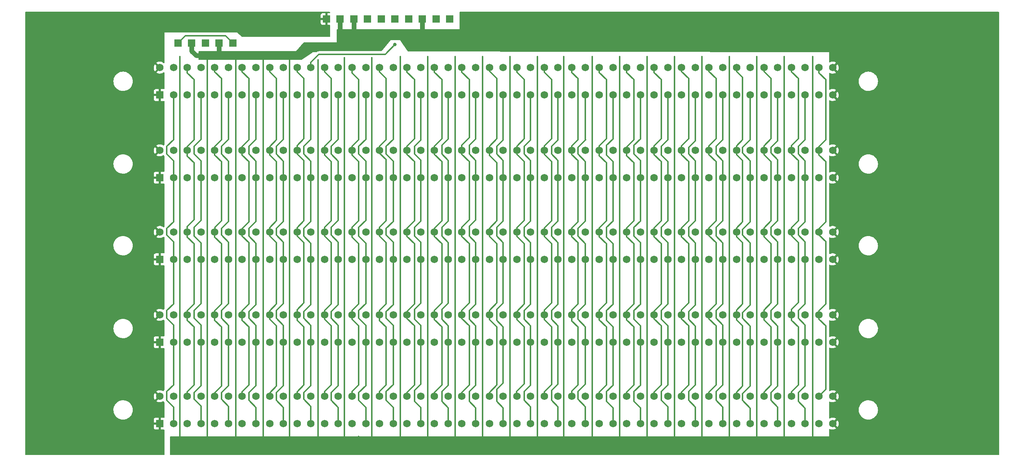
<source format=gbr>
%TF.GenerationSoftware,KiCad,Pcbnew,(6.0.0)*%
%TF.CreationDate,2022-01-24T17:49:48-05:00*%
%TF.ProjectId,crusader 2 backplane,63727573-6164-4657-9220-32206261636b,rev?*%
%TF.SameCoordinates,Original*%
%TF.FileFunction,Copper,L2,Bot*%
%TF.FilePolarity,Positive*%
%FSLAX46Y46*%
G04 Gerber Fmt 4.6, Leading zero omitted, Abs format (unit mm)*
G04 Created by KiCad (PCBNEW (6.0.0)) date 2022-01-24 17:49:48*
%MOMM*%
%LPD*%
G01*
G04 APERTURE LIST*
%TA.AperFunction,ComponentPad*%
%ADD10R,1.700000X1.700000*%
%TD*%
%TA.AperFunction,ComponentPad*%
%ADD11R,1.755000X1.755000*%
%TD*%
%TA.AperFunction,ComponentPad*%
%ADD12C,1.755000*%
%TD*%
%TA.AperFunction,ComponentPad*%
%ADD13R,2.800000X2.800000*%
%TD*%
%TA.AperFunction,ComponentPad*%
%ADD14O,2.800000X2.800000*%
%TD*%
%TA.AperFunction,ViaPad*%
%ADD15C,0.800000*%
%TD*%
%TA.AperFunction,Conductor*%
%ADD16C,0.350000*%
%TD*%
%TA.AperFunction,Conductor*%
%ADD17C,1.100000*%
%TD*%
G04 APERTURE END LIST*
D10*
%TO.P,J7,1,Pin_1*%
%TO.N,GND*%
X76231000Y-47664000D03*
%TD*%
%TO.P,J11,1,Pin_1*%
%TO.N,VCC*%
X107436000Y-42074000D03*
%TD*%
D11*
%TO.P,J1,1,1*%
%TO.N,VCC*%
X68846000Y-117084000D03*
D12*
%TO.P,J1,2,2*%
X68846000Y-110734000D03*
%TO.P,J1,3,3*%
%TO.N,/3*%
X72026000Y-117084000D03*
%TO.P,J1,4,4*%
%TO.N,/4*%
X72026000Y-110734000D03*
%TO.P,J1,5,5*%
%TO.N,/5*%
X75206000Y-117084000D03*
%TO.P,J1,6,6*%
%TO.N,/6*%
X75206000Y-110734000D03*
%TO.P,J1,7,7*%
%TO.N,/7*%
X78386000Y-117084000D03*
%TO.P,J1,8,8*%
%TO.N,/8*%
X78386000Y-110734000D03*
%TO.P,J1,9,9*%
%TO.N,/9*%
X81566000Y-117084000D03*
%TO.P,J1,10,10*%
%TO.N,/10*%
X81566000Y-110734000D03*
%TO.P,J1,11,11*%
%TO.N,/11*%
X84746000Y-117084000D03*
%TO.P,J1,12,12*%
%TO.N,/12*%
X84746000Y-110734000D03*
%TO.P,J1,13,13*%
%TO.N,/13*%
X87926000Y-117084000D03*
%TO.P,J1,14,14*%
%TO.N,/14*%
X87926000Y-110734000D03*
%TO.P,J1,15,15*%
%TO.N,/15*%
X91106000Y-117084000D03*
%TO.P,J1,16,16*%
%TO.N,/16*%
X91106000Y-110734000D03*
%TO.P,J1,17,17*%
%TO.N,/17*%
X94286000Y-117084000D03*
%TO.P,J1,18,18*%
%TO.N,/18*%
X94286000Y-110734000D03*
%TO.P,J1,19,19*%
%TO.N,/19*%
X97466000Y-117084000D03*
%TO.P,J1,20,20*%
%TO.N,/20*%
X97466000Y-110734000D03*
%TO.P,J1,21,21*%
%TO.N,/21*%
X100646000Y-117084000D03*
%TO.P,J1,22,22*%
%TO.N,/22*%
X100646000Y-110734000D03*
%TO.P,J1,23,23*%
%TO.N,/23*%
X103826000Y-117084000D03*
%TO.P,J1,24,24*%
%TO.N,/24*%
X103826000Y-110734000D03*
%TO.P,J1,25,25*%
%TO.N,/25*%
X107006000Y-117084000D03*
%TO.P,J1,26,26*%
%TO.N,/26*%
X107006000Y-110734000D03*
%TO.P,J1,27,27*%
%TO.N,/27*%
X110186000Y-117084000D03*
%TO.P,J1,28,28*%
%TO.N,/28*%
X110186000Y-110734000D03*
%TO.P,J1,29,29*%
%TO.N,/29*%
X113366000Y-117084000D03*
%TO.P,J1,30,30*%
%TO.N,/30*%
X113366000Y-110734000D03*
%TO.P,J1,31,31*%
%TO.N,/31*%
X116546000Y-117084000D03*
%TO.P,J1,32,32*%
%TO.N,/32*%
X116546000Y-110734000D03*
%TO.P,J1,33,33*%
%TO.N,/33*%
X119726000Y-117084000D03*
%TO.P,J1,34,34*%
%TO.N,/34*%
X119726000Y-110734000D03*
%TO.P,J1,35,35*%
%TO.N,/35*%
X122906000Y-117084000D03*
%TO.P,J1,36,36*%
%TO.N,/36*%
X122906000Y-110734000D03*
%TO.P,J1,37,37*%
%TO.N,/37*%
X126086000Y-117084000D03*
%TO.P,J1,38,38*%
%TO.N,/38*%
X126086000Y-110734000D03*
%TO.P,J1,39,39*%
%TO.N,/39*%
X129266000Y-117084000D03*
%TO.P,J1,40,40*%
%TO.N,/40*%
X129266000Y-110734000D03*
%TO.P,J1,41,41*%
%TO.N,/41*%
X132446000Y-117084000D03*
%TO.P,J1,42,42*%
%TO.N,/42*%
X132446000Y-110734000D03*
%TO.P,J1,43,43*%
%TO.N,/43*%
X135626000Y-117084000D03*
%TO.P,J1,44,44*%
%TO.N,/44*%
X135626000Y-110734000D03*
%TO.P,J1,45,45*%
%TO.N,/45*%
X138806000Y-117084000D03*
%TO.P,J1,46,46*%
%TO.N,/46*%
X138806000Y-110734000D03*
%TO.P,J1,47,47*%
%TO.N,/47*%
X141986000Y-117084000D03*
%TO.P,J1,48,48*%
%TO.N,/48*%
X141986000Y-110734000D03*
%TO.P,J1,49,49*%
%TO.N,/49*%
X145166000Y-117084000D03*
%TO.P,J1,50,50*%
%TO.N,/50*%
X145166000Y-110734000D03*
%TO.P,J1,51,51*%
%TO.N,/51*%
X148346000Y-117084000D03*
%TO.P,J1,52,52*%
%TO.N,/52*%
X148346000Y-110734000D03*
%TO.P,J1,53,53*%
%TO.N,/53*%
X151526000Y-117084000D03*
%TO.P,J1,54,54*%
%TO.N,/54*%
X151526000Y-110734000D03*
%TO.P,J1,55,55*%
%TO.N,/55*%
X154706000Y-117084000D03*
%TO.P,J1,56,56*%
%TO.N,/56*%
X154706000Y-110734000D03*
%TO.P,J1,57,57*%
%TO.N,/57*%
X157886000Y-117084000D03*
%TO.P,J1,58,58*%
%TO.N,/58*%
X157886000Y-110734000D03*
%TO.P,J1,59,59*%
%TO.N,/59*%
X161066000Y-117084000D03*
%TO.P,J1,60,60*%
%TO.N,/60*%
X161066000Y-110734000D03*
%TO.P,J1,61,61*%
%TO.N,/61*%
X164246000Y-117084000D03*
%TO.P,J1,62,62*%
%TO.N,/62*%
X164246000Y-110734000D03*
%TO.P,J1,63,63*%
%TO.N,/63*%
X167426000Y-117084000D03*
%TO.P,J1,64,64*%
%TO.N,/64*%
X167426000Y-110734000D03*
%TO.P,J1,65,65*%
%TO.N,/65*%
X170606000Y-117084000D03*
%TO.P,J1,66,66*%
%TO.N,/66*%
X170606000Y-110734000D03*
%TO.P,J1,67,67*%
%TO.N,/67*%
X173786000Y-117084000D03*
%TO.P,J1,68,68*%
%TO.N,/68*%
X173786000Y-110734000D03*
%TO.P,J1,69,69*%
%TO.N,/69*%
X176966000Y-117084000D03*
%TO.P,J1,70,70*%
%TO.N,/70*%
X176966000Y-110734000D03*
%TO.P,J1,71,71*%
%TO.N,/71*%
X180146000Y-117084000D03*
%TO.P,J1,72,72*%
%TO.N,/72*%
X180146000Y-110734000D03*
%TO.P,J1,73,73*%
%TO.N,/73*%
X183326000Y-117084000D03*
%TO.P,J1,74,74*%
%TO.N,/74*%
X183326000Y-110734000D03*
%TO.P,J1,75,75*%
%TO.N,/75*%
X186506000Y-117084000D03*
%TO.P,J1,76,76*%
%TO.N,/76*%
X186506000Y-110734000D03*
%TO.P,J1,77,77*%
%TO.N,/77*%
X189686000Y-117084000D03*
%TO.P,J1,78,78*%
%TO.N,/78*%
X189686000Y-110734000D03*
%TO.P,J1,79,79*%
%TO.N,/79*%
X192866000Y-117084000D03*
%TO.P,J1,80,80*%
%TO.N,/80*%
X192866000Y-110734000D03*
%TO.P,J1,81,81*%
%TO.N,/81*%
X196046000Y-117084000D03*
%TO.P,J1,82,82*%
%TO.N,/82*%
X196046000Y-110734000D03*
%TO.P,J1,83,83*%
%TO.N,/83*%
X199226000Y-117084000D03*
%TO.P,J1,84,84*%
%TO.N,/84*%
X199226000Y-110734000D03*
%TO.P,J1,85,85*%
%TO.N,/85*%
X202406000Y-117084000D03*
%TO.P,J1,86,86*%
%TO.N,/86*%
X202406000Y-110734000D03*
%TO.P,J1,87,87*%
%TO.N,/87*%
X205586000Y-117084000D03*
%TO.P,J1,88,88*%
%TO.N,/88*%
X205586000Y-110734000D03*
%TO.P,J1,89,89*%
%TO.N,/89*%
X208766000Y-117084000D03*
%TO.P,J1,90,90*%
%TO.N,/90*%
X208766000Y-110734000D03*
%TO.P,J1,91,91*%
%TO.N,/91*%
X211946000Y-117084000D03*
%TO.P,J1,92,92*%
%TO.N,/92*%
X211946000Y-110734000D03*
%TO.P,J1,93,93*%
%TO.N,/93*%
X215126000Y-117084000D03*
%TO.P,J1,94,94*%
%TO.N,/94*%
X215126000Y-110734000D03*
%TO.P,J1,95,95*%
%TO.N,/95*%
X218306000Y-117084000D03*
%TO.P,J1,96,96*%
%TO.N,/96*%
X218306000Y-110734000D03*
%TO.P,J1,97,97*%
%TO.N,/97*%
X221486000Y-117084000D03*
%TO.P,J1,98,98*%
%TO.N,/98*%
X221486000Y-110734000D03*
%TO.P,J1,99,99*%
%TO.N,GND*%
X224666000Y-117084000D03*
%TO.P,J1,100,100*%
X224666000Y-110734000D03*
%TD*%
D10*
%TO.P,J9,1,Pin_1*%
%TO.N,GND*%
X82581000Y-47664000D03*
%TD*%
D11*
%TO.P,J5,1,1*%
%TO.N,VCC*%
X68846000Y-135974000D03*
D12*
%TO.P,J5,2,2*%
X68846000Y-129624000D03*
%TO.P,J5,3,3*%
%TO.N,/3*%
X72026000Y-135974000D03*
%TO.P,J5,4,4*%
%TO.N,/4*%
X72026000Y-129624000D03*
%TO.P,J5,5,5*%
%TO.N,/5*%
X75206000Y-135974000D03*
%TO.P,J5,6,6*%
%TO.N,/6*%
X75206000Y-129624000D03*
%TO.P,J5,7,7*%
%TO.N,/7*%
X78386000Y-135974000D03*
%TO.P,J5,8,8*%
%TO.N,/8*%
X78386000Y-129624000D03*
%TO.P,J5,9,9*%
%TO.N,/9*%
X81566000Y-135974000D03*
%TO.P,J5,10,10*%
%TO.N,/10*%
X81566000Y-129624000D03*
%TO.P,J5,11,11*%
%TO.N,/11*%
X84746000Y-135974000D03*
%TO.P,J5,12,12*%
%TO.N,/12*%
X84746000Y-129624000D03*
%TO.P,J5,13,13*%
%TO.N,/13*%
X87926000Y-135974000D03*
%TO.P,J5,14,14*%
%TO.N,/14*%
X87926000Y-129624000D03*
%TO.P,J5,15,15*%
%TO.N,/15*%
X91106000Y-135974000D03*
%TO.P,J5,16,16*%
%TO.N,/16*%
X91106000Y-129624000D03*
%TO.P,J5,17,17*%
%TO.N,/17*%
X94286000Y-135974000D03*
%TO.P,J5,18,18*%
%TO.N,/18*%
X94286000Y-129624000D03*
%TO.P,J5,19,19*%
%TO.N,/19*%
X97466000Y-135974000D03*
%TO.P,J5,20,20*%
%TO.N,/20*%
X97466000Y-129624000D03*
%TO.P,J5,21,21*%
%TO.N,/21*%
X100646000Y-135974000D03*
%TO.P,J5,22,22*%
%TO.N,/22*%
X100646000Y-129624000D03*
%TO.P,J5,23,23*%
%TO.N,/23*%
X103826000Y-135974000D03*
%TO.P,J5,24,24*%
%TO.N,/24*%
X103826000Y-129624000D03*
%TO.P,J5,25,25*%
%TO.N,/25*%
X107006000Y-135974000D03*
%TO.P,J5,26,26*%
%TO.N,/26*%
X107006000Y-129624000D03*
%TO.P,J5,27,27*%
%TO.N,/27*%
X110186000Y-135974000D03*
%TO.P,J5,28,28*%
%TO.N,/28*%
X110186000Y-129624000D03*
%TO.P,J5,29,29*%
%TO.N,/29*%
X113366000Y-135974000D03*
%TO.P,J5,30,30*%
%TO.N,/30*%
X113366000Y-129624000D03*
%TO.P,J5,31,31*%
%TO.N,/31*%
X116546000Y-135974000D03*
%TO.P,J5,32,32*%
%TO.N,/32*%
X116546000Y-129624000D03*
%TO.P,J5,33,33*%
%TO.N,/33*%
X119726000Y-135974000D03*
%TO.P,J5,34,34*%
%TO.N,/34*%
X119726000Y-129624000D03*
%TO.P,J5,35,35*%
%TO.N,/35*%
X122906000Y-135974000D03*
%TO.P,J5,36,36*%
%TO.N,/36*%
X122906000Y-129624000D03*
%TO.P,J5,37,37*%
%TO.N,/37*%
X126086000Y-135974000D03*
%TO.P,J5,38,38*%
%TO.N,/38*%
X126086000Y-129624000D03*
%TO.P,J5,39,39*%
%TO.N,/39*%
X129266000Y-135974000D03*
%TO.P,J5,40,40*%
%TO.N,/40*%
X129266000Y-129624000D03*
%TO.P,J5,41,41*%
%TO.N,/41*%
X132446000Y-135974000D03*
%TO.P,J5,42,42*%
%TO.N,/42*%
X132446000Y-129624000D03*
%TO.P,J5,43,43*%
%TO.N,/43*%
X135626000Y-135974000D03*
%TO.P,J5,44,44*%
%TO.N,/44*%
X135626000Y-129624000D03*
%TO.P,J5,45,45*%
%TO.N,/45*%
X138806000Y-135974000D03*
%TO.P,J5,46,46*%
%TO.N,/46*%
X138806000Y-129624000D03*
%TO.P,J5,47,47*%
%TO.N,/47*%
X141986000Y-135974000D03*
%TO.P,J5,48,48*%
%TO.N,/48*%
X141986000Y-129624000D03*
%TO.P,J5,49,49*%
%TO.N,/49*%
X145166000Y-135974000D03*
%TO.P,J5,50,50*%
%TO.N,/50*%
X145166000Y-129624000D03*
%TO.P,J5,51,51*%
%TO.N,/51*%
X148346000Y-135974000D03*
%TO.P,J5,52,52*%
%TO.N,/52*%
X148346000Y-129624000D03*
%TO.P,J5,53,53*%
%TO.N,/53*%
X151526000Y-135974000D03*
%TO.P,J5,54,54*%
%TO.N,/54*%
X151526000Y-129624000D03*
%TO.P,J5,55,55*%
%TO.N,/55*%
X154706000Y-135974000D03*
%TO.P,J5,56,56*%
%TO.N,/56*%
X154706000Y-129624000D03*
%TO.P,J5,57,57*%
%TO.N,/57*%
X157886000Y-135974000D03*
%TO.P,J5,58,58*%
%TO.N,/58*%
X157886000Y-129624000D03*
%TO.P,J5,59,59*%
%TO.N,/59*%
X161066000Y-135974000D03*
%TO.P,J5,60,60*%
%TO.N,/60*%
X161066000Y-129624000D03*
%TO.P,J5,61,61*%
%TO.N,/61*%
X164246000Y-135974000D03*
%TO.P,J5,62,62*%
%TO.N,/62*%
X164246000Y-129624000D03*
%TO.P,J5,63,63*%
%TO.N,/63*%
X167426000Y-135974000D03*
%TO.P,J5,64,64*%
%TO.N,/64*%
X167426000Y-129624000D03*
%TO.P,J5,65,65*%
%TO.N,/65*%
X170606000Y-135974000D03*
%TO.P,J5,66,66*%
%TO.N,/66*%
X170606000Y-129624000D03*
%TO.P,J5,67,67*%
%TO.N,/67*%
X173786000Y-135974000D03*
%TO.P,J5,68,68*%
%TO.N,/68*%
X173786000Y-129624000D03*
%TO.P,J5,69,69*%
%TO.N,/69*%
X176966000Y-135974000D03*
%TO.P,J5,70,70*%
%TO.N,/70*%
X176966000Y-129624000D03*
%TO.P,J5,71,71*%
%TO.N,/71*%
X180146000Y-135974000D03*
%TO.P,J5,72,72*%
%TO.N,/72*%
X180146000Y-129624000D03*
%TO.P,J5,73,73*%
%TO.N,/73*%
X183326000Y-135974000D03*
%TO.P,J5,74,74*%
%TO.N,/74*%
X183326000Y-129624000D03*
%TO.P,J5,75,75*%
%TO.N,/75*%
X186506000Y-135974000D03*
%TO.P,J5,76,76*%
%TO.N,/76*%
X186506000Y-129624000D03*
%TO.P,J5,77,77*%
%TO.N,/77*%
X189686000Y-135974000D03*
%TO.P,J5,78,78*%
%TO.N,/78*%
X189686000Y-129624000D03*
%TO.P,J5,79,79*%
%TO.N,/79*%
X192866000Y-135974000D03*
%TO.P,J5,80,80*%
%TO.N,/80*%
X192866000Y-129624000D03*
%TO.P,J5,81,81*%
%TO.N,/81*%
X196046000Y-135974000D03*
%TO.P,J5,82,82*%
%TO.N,/82*%
X196046000Y-129624000D03*
%TO.P,J5,83,83*%
%TO.N,/83*%
X199226000Y-135974000D03*
%TO.P,J5,84,84*%
%TO.N,/84*%
X199226000Y-129624000D03*
%TO.P,J5,85,85*%
%TO.N,/85*%
X202406000Y-135974000D03*
%TO.P,J5,86,86*%
%TO.N,/86*%
X202406000Y-129624000D03*
%TO.P,J5,87,87*%
%TO.N,/87*%
X205586000Y-135974000D03*
%TO.P,J5,88,88*%
%TO.N,/88*%
X205586000Y-129624000D03*
%TO.P,J5,89,89*%
%TO.N,/89*%
X208766000Y-135974000D03*
%TO.P,J5,90,90*%
%TO.N,/90*%
X208766000Y-129624000D03*
%TO.P,J5,91,91*%
%TO.N,/91*%
X211946000Y-135974000D03*
%TO.P,J5,92,92*%
%TO.N,/92*%
X211946000Y-129624000D03*
%TO.P,J5,93,93*%
%TO.N,/93*%
X215126000Y-135974000D03*
%TO.P,J5,94,94*%
%TO.N,/94*%
X215126000Y-129624000D03*
%TO.P,J5,95,95*%
%TO.N,/95*%
X218306000Y-135974000D03*
%TO.P,J5,96,96*%
%TO.N,/96*%
X218306000Y-129624000D03*
%TO.P,J5,97,97*%
%TO.N,/97*%
X221486000Y-135974000D03*
%TO.P,J5,98,98*%
%TO.N,/98*%
X221486000Y-129624000D03*
%TO.P,J5,99,99*%
%TO.N,GND*%
X224666000Y-135974000D03*
%TO.P,J5,100,100*%
X224666000Y-129624000D03*
%TD*%
D10*
%TO.P,J16,1,Pin_1*%
%TO.N,/29*%
X123311000Y-42074000D03*
%TD*%
%TO.P,J18,1,Pin_1*%
%TO.N,GND*%
X129661000Y-42074000D03*
%TD*%
%TO.P,J17,1,Pin_1*%
%TO.N,unconnected-(J17-Pad1)*%
X126486000Y-42074000D03*
%TD*%
D11*
%TO.P,J4,1,1*%
%TO.N,VCC*%
X68846000Y-59714000D03*
D12*
%TO.P,J4,2,2*%
X68846000Y-53364000D03*
%TO.P,J4,3,3*%
%TO.N,/3*%
X72026000Y-59714000D03*
%TO.P,J4,4,4*%
%TO.N,/4*%
X72026000Y-53364000D03*
%TO.P,J4,5,5*%
%TO.N,/5*%
X75206000Y-59714000D03*
%TO.P,J4,6,6*%
%TO.N,/6*%
X75206000Y-53364000D03*
%TO.P,J4,7,7*%
%TO.N,/7*%
X78386000Y-59714000D03*
%TO.P,J4,8,8*%
%TO.N,/8*%
X78386000Y-53364000D03*
%TO.P,J4,9,9*%
%TO.N,/9*%
X81566000Y-59714000D03*
%TO.P,J4,10,10*%
%TO.N,/10*%
X81566000Y-53364000D03*
%TO.P,J4,11,11*%
%TO.N,/11*%
X84746000Y-59714000D03*
%TO.P,J4,12,12*%
%TO.N,/12*%
X84746000Y-53364000D03*
%TO.P,J4,13,13*%
%TO.N,/13*%
X87926000Y-59714000D03*
%TO.P,J4,14,14*%
%TO.N,/14*%
X87926000Y-53364000D03*
%TO.P,J4,15,15*%
%TO.N,/15*%
X91106000Y-59714000D03*
%TO.P,J4,16,16*%
%TO.N,/16*%
X91106000Y-53364000D03*
%TO.P,J4,17,17*%
%TO.N,/17*%
X94286000Y-59714000D03*
%TO.P,J4,18,18*%
%TO.N,/18*%
X94286000Y-53364000D03*
%TO.P,J4,19,19*%
%TO.N,/19*%
X97466000Y-59714000D03*
%TO.P,J4,20,20*%
%TO.N,/20*%
X97466000Y-53364000D03*
%TO.P,J4,21,21*%
%TO.N,/21*%
X100646000Y-59714000D03*
%TO.P,J4,22,22*%
%TO.N,/22*%
X100646000Y-53364000D03*
%TO.P,J4,23,23*%
%TO.N,/23*%
X103826000Y-59714000D03*
%TO.P,J4,24,24*%
%TO.N,/24*%
X103826000Y-53364000D03*
%TO.P,J4,25,25*%
%TO.N,/25*%
X107006000Y-59714000D03*
%TO.P,J4,26,26*%
%TO.N,/26*%
X107006000Y-53364000D03*
%TO.P,J4,27,27*%
%TO.N,/27*%
X110186000Y-59714000D03*
%TO.P,J4,28,28*%
%TO.N,/28*%
X110186000Y-53364000D03*
%TO.P,J4,29,29*%
%TO.N,/29*%
X113366000Y-59714000D03*
%TO.P,J4,30,30*%
%TO.N,/30*%
X113366000Y-53364000D03*
%TO.P,J4,31,31*%
%TO.N,/31*%
X116546000Y-59714000D03*
%TO.P,J4,32,32*%
%TO.N,/32*%
X116546000Y-53364000D03*
%TO.P,J4,33,33*%
%TO.N,/33*%
X119726000Y-59714000D03*
%TO.P,J4,34,34*%
%TO.N,/34*%
X119726000Y-53364000D03*
%TO.P,J4,35,35*%
%TO.N,/35*%
X122906000Y-59714000D03*
%TO.P,J4,36,36*%
%TO.N,/36*%
X122906000Y-53364000D03*
%TO.P,J4,37,37*%
%TO.N,/37*%
X126086000Y-59714000D03*
%TO.P,J4,38,38*%
%TO.N,/38*%
X126086000Y-53364000D03*
%TO.P,J4,39,39*%
%TO.N,/39*%
X129266000Y-59714000D03*
%TO.P,J4,40,40*%
%TO.N,/40*%
X129266000Y-53364000D03*
%TO.P,J4,41,41*%
%TO.N,/41*%
X132446000Y-59714000D03*
%TO.P,J4,42,42*%
%TO.N,/42*%
X132446000Y-53364000D03*
%TO.P,J4,43,43*%
%TO.N,/43*%
X135626000Y-59714000D03*
%TO.P,J4,44,44*%
%TO.N,/44*%
X135626000Y-53364000D03*
%TO.P,J4,45,45*%
%TO.N,/45*%
X138806000Y-59714000D03*
%TO.P,J4,46,46*%
%TO.N,/46*%
X138806000Y-53364000D03*
%TO.P,J4,47,47*%
%TO.N,/47*%
X141986000Y-59714000D03*
%TO.P,J4,48,48*%
%TO.N,/48*%
X141986000Y-53364000D03*
%TO.P,J4,49,49*%
%TO.N,/49*%
X145166000Y-59714000D03*
%TO.P,J4,50,50*%
%TO.N,/50*%
X145166000Y-53364000D03*
%TO.P,J4,51,51*%
%TO.N,/51*%
X148346000Y-59714000D03*
%TO.P,J4,52,52*%
%TO.N,/52*%
X148346000Y-53364000D03*
%TO.P,J4,53,53*%
%TO.N,/53*%
X151526000Y-59714000D03*
%TO.P,J4,54,54*%
%TO.N,/54*%
X151526000Y-53364000D03*
%TO.P,J4,55,55*%
%TO.N,/55*%
X154706000Y-59714000D03*
%TO.P,J4,56,56*%
%TO.N,/56*%
X154706000Y-53364000D03*
%TO.P,J4,57,57*%
%TO.N,/57*%
X157886000Y-59714000D03*
%TO.P,J4,58,58*%
%TO.N,/58*%
X157886000Y-53364000D03*
%TO.P,J4,59,59*%
%TO.N,/59*%
X161066000Y-59714000D03*
%TO.P,J4,60,60*%
%TO.N,/60*%
X161066000Y-53364000D03*
%TO.P,J4,61,61*%
%TO.N,/61*%
X164246000Y-59714000D03*
%TO.P,J4,62,62*%
%TO.N,/62*%
X164246000Y-53364000D03*
%TO.P,J4,63,63*%
%TO.N,/63*%
X167426000Y-59714000D03*
%TO.P,J4,64,64*%
%TO.N,/64*%
X167426000Y-53364000D03*
%TO.P,J4,65,65*%
%TO.N,/65*%
X170606000Y-59714000D03*
%TO.P,J4,66,66*%
%TO.N,/66*%
X170606000Y-53364000D03*
%TO.P,J4,67,67*%
%TO.N,/67*%
X173786000Y-59714000D03*
%TO.P,J4,68,68*%
%TO.N,/68*%
X173786000Y-53364000D03*
%TO.P,J4,69,69*%
%TO.N,/69*%
X176966000Y-59714000D03*
%TO.P,J4,70,70*%
%TO.N,/70*%
X176966000Y-53364000D03*
%TO.P,J4,71,71*%
%TO.N,/71*%
X180146000Y-59714000D03*
%TO.P,J4,72,72*%
%TO.N,/72*%
X180146000Y-53364000D03*
%TO.P,J4,73,73*%
%TO.N,/73*%
X183326000Y-59714000D03*
%TO.P,J4,74,74*%
%TO.N,/74*%
X183326000Y-53364000D03*
%TO.P,J4,75,75*%
%TO.N,/75*%
X186506000Y-59714000D03*
%TO.P,J4,76,76*%
%TO.N,/76*%
X186506000Y-53364000D03*
%TO.P,J4,77,77*%
%TO.N,/77*%
X189686000Y-59714000D03*
%TO.P,J4,78,78*%
%TO.N,/78*%
X189686000Y-53364000D03*
%TO.P,J4,79,79*%
%TO.N,/79*%
X192866000Y-59714000D03*
%TO.P,J4,80,80*%
%TO.N,/80*%
X192866000Y-53364000D03*
%TO.P,J4,81,81*%
%TO.N,/81*%
X196046000Y-59714000D03*
%TO.P,J4,82,82*%
%TO.N,/82*%
X196046000Y-53364000D03*
%TO.P,J4,83,83*%
%TO.N,/83*%
X199226000Y-59714000D03*
%TO.P,J4,84,84*%
%TO.N,/84*%
X199226000Y-53364000D03*
%TO.P,J4,85,85*%
%TO.N,/85*%
X202406000Y-59714000D03*
%TO.P,J4,86,86*%
%TO.N,/86*%
X202406000Y-53364000D03*
%TO.P,J4,87,87*%
%TO.N,/87*%
X205586000Y-59714000D03*
%TO.P,J4,88,88*%
%TO.N,/88*%
X205586000Y-53364000D03*
%TO.P,J4,89,89*%
%TO.N,/89*%
X208766000Y-59714000D03*
%TO.P,J4,90,90*%
%TO.N,/90*%
X208766000Y-53364000D03*
%TO.P,J4,91,91*%
%TO.N,/91*%
X211946000Y-59714000D03*
%TO.P,J4,92,92*%
%TO.N,/92*%
X211946000Y-53364000D03*
%TO.P,J4,93,93*%
%TO.N,/93*%
X215126000Y-59714000D03*
%TO.P,J4,94,94*%
%TO.N,/94*%
X215126000Y-53364000D03*
%TO.P,J4,95,95*%
%TO.N,/95*%
X218306000Y-59714000D03*
%TO.P,J4,96,96*%
%TO.N,/96*%
X218306000Y-53364000D03*
%TO.P,J4,97,97*%
%TO.N,/97*%
X221486000Y-59714000D03*
%TO.P,J4,98,98*%
%TO.N,/98*%
X221486000Y-53364000D03*
%TO.P,J4,99,99*%
%TO.N,GND*%
X224666000Y-59714000D03*
%TO.P,J4,100,100*%
X224666000Y-53364000D03*
%TD*%
D10*
%TO.P,J13,1,Pin_1*%
%TO.N,GND*%
X113786000Y-42074000D03*
%TD*%
%TO.P,J10,1,Pin_1*%
%TO.N,/3*%
X85756000Y-47664000D03*
%TD*%
%TO.P,J6,1,Pin_1*%
%TO.N,/3*%
X73056000Y-47664000D03*
%TD*%
D11*
%TO.P,J3,1,1*%
%TO.N,VCC*%
X68846000Y-78894000D03*
D12*
%TO.P,J3,2,2*%
X68846000Y-72544000D03*
%TO.P,J3,3,3*%
%TO.N,/3*%
X72026000Y-78894000D03*
%TO.P,J3,4,4*%
%TO.N,/4*%
X72026000Y-72544000D03*
%TO.P,J3,5,5*%
%TO.N,/5*%
X75206000Y-78894000D03*
%TO.P,J3,6,6*%
%TO.N,/6*%
X75206000Y-72544000D03*
%TO.P,J3,7,7*%
%TO.N,/7*%
X78386000Y-78894000D03*
%TO.P,J3,8,8*%
%TO.N,/8*%
X78386000Y-72544000D03*
%TO.P,J3,9,9*%
%TO.N,/9*%
X81566000Y-78894000D03*
%TO.P,J3,10,10*%
%TO.N,/10*%
X81566000Y-72544000D03*
%TO.P,J3,11,11*%
%TO.N,/11*%
X84746000Y-78894000D03*
%TO.P,J3,12,12*%
%TO.N,/12*%
X84746000Y-72544000D03*
%TO.P,J3,13,13*%
%TO.N,/13*%
X87926000Y-78894000D03*
%TO.P,J3,14,14*%
%TO.N,/14*%
X87926000Y-72544000D03*
%TO.P,J3,15,15*%
%TO.N,/15*%
X91106000Y-78894000D03*
%TO.P,J3,16,16*%
%TO.N,/16*%
X91106000Y-72544000D03*
%TO.P,J3,17,17*%
%TO.N,/17*%
X94286000Y-78894000D03*
%TO.P,J3,18,18*%
%TO.N,/18*%
X94286000Y-72544000D03*
%TO.P,J3,19,19*%
%TO.N,/19*%
X97466000Y-78894000D03*
%TO.P,J3,20,20*%
%TO.N,/20*%
X97466000Y-72544000D03*
%TO.P,J3,21,21*%
%TO.N,/21*%
X100646000Y-78894000D03*
%TO.P,J3,22,22*%
%TO.N,/22*%
X100646000Y-72544000D03*
%TO.P,J3,23,23*%
%TO.N,/23*%
X103826000Y-78894000D03*
%TO.P,J3,24,24*%
%TO.N,/24*%
X103826000Y-72544000D03*
%TO.P,J3,25,25*%
%TO.N,/25*%
X107006000Y-78894000D03*
%TO.P,J3,26,26*%
%TO.N,/26*%
X107006000Y-72544000D03*
%TO.P,J3,27,27*%
%TO.N,/27*%
X110186000Y-78894000D03*
%TO.P,J3,28,28*%
%TO.N,/28*%
X110186000Y-72544000D03*
%TO.P,J3,29,29*%
%TO.N,/29*%
X113366000Y-78894000D03*
%TO.P,J3,30,30*%
%TO.N,/30*%
X113366000Y-72544000D03*
%TO.P,J3,31,31*%
%TO.N,/31*%
X116546000Y-78894000D03*
%TO.P,J3,32,32*%
%TO.N,/32*%
X116546000Y-72544000D03*
%TO.P,J3,33,33*%
%TO.N,/33*%
X119726000Y-78894000D03*
%TO.P,J3,34,34*%
%TO.N,/34*%
X119726000Y-72544000D03*
%TO.P,J3,35,35*%
%TO.N,/35*%
X122906000Y-78894000D03*
%TO.P,J3,36,36*%
%TO.N,/36*%
X122906000Y-72544000D03*
%TO.P,J3,37,37*%
%TO.N,/37*%
X126086000Y-78894000D03*
%TO.P,J3,38,38*%
%TO.N,/38*%
X126086000Y-72544000D03*
%TO.P,J3,39,39*%
%TO.N,/39*%
X129266000Y-78894000D03*
%TO.P,J3,40,40*%
%TO.N,/40*%
X129266000Y-72544000D03*
%TO.P,J3,41,41*%
%TO.N,/41*%
X132446000Y-78894000D03*
%TO.P,J3,42,42*%
%TO.N,/42*%
X132446000Y-72544000D03*
%TO.P,J3,43,43*%
%TO.N,/43*%
X135626000Y-78894000D03*
%TO.P,J3,44,44*%
%TO.N,/44*%
X135626000Y-72544000D03*
%TO.P,J3,45,45*%
%TO.N,/45*%
X138806000Y-78894000D03*
%TO.P,J3,46,46*%
%TO.N,/46*%
X138806000Y-72544000D03*
%TO.P,J3,47,47*%
%TO.N,/47*%
X141986000Y-78894000D03*
%TO.P,J3,48,48*%
%TO.N,/48*%
X141986000Y-72544000D03*
%TO.P,J3,49,49*%
%TO.N,/49*%
X145166000Y-78894000D03*
%TO.P,J3,50,50*%
%TO.N,/50*%
X145166000Y-72544000D03*
%TO.P,J3,51,51*%
%TO.N,/51*%
X148346000Y-78894000D03*
%TO.P,J3,52,52*%
%TO.N,/52*%
X148346000Y-72544000D03*
%TO.P,J3,53,53*%
%TO.N,/53*%
X151526000Y-78894000D03*
%TO.P,J3,54,54*%
%TO.N,/54*%
X151526000Y-72544000D03*
%TO.P,J3,55,55*%
%TO.N,/55*%
X154706000Y-78894000D03*
%TO.P,J3,56,56*%
%TO.N,/56*%
X154706000Y-72544000D03*
%TO.P,J3,57,57*%
%TO.N,/57*%
X157886000Y-78894000D03*
%TO.P,J3,58,58*%
%TO.N,/58*%
X157886000Y-72544000D03*
%TO.P,J3,59,59*%
%TO.N,/59*%
X161066000Y-78894000D03*
%TO.P,J3,60,60*%
%TO.N,/60*%
X161066000Y-72544000D03*
%TO.P,J3,61,61*%
%TO.N,/61*%
X164246000Y-78894000D03*
%TO.P,J3,62,62*%
%TO.N,/62*%
X164246000Y-72544000D03*
%TO.P,J3,63,63*%
%TO.N,/63*%
X167426000Y-78894000D03*
%TO.P,J3,64,64*%
%TO.N,/64*%
X167426000Y-72544000D03*
%TO.P,J3,65,65*%
%TO.N,/65*%
X170606000Y-78894000D03*
%TO.P,J3,66,66*%
%TO.N,/66*%
X170606000Y-72544000D03*
%TO.P,J3,67,67*%
%TO.N,/67*%
X173786000Y-78894000D03*
%TO.P,J3,68,68*%
%TO.N,/68*%
X173786000Y-72544000D03*
%TO.P,J3,69,69*%
%TO.N,/69*%
X176966000Y-78894000D03*
%TO.P,J3,70,70*%
%TO.N,/70*%
X176966000Y-72544000D03*
%TO.P,J3,71,71*%
%TO.N,/71*%
X180146000Y-78894000D03*
%TO.P,J3,72,72*%
%TO.N,/72*%
X180146000Y-72544000D03*
%TO.P,J3,73,73*%
%TO.N,/73*%
X183326000Y-78894000D03*
%TO.P,J3,74,74*%
%TO.N,/74*%
X183326000Y-72544000D03*
%TO.P,J3,75,75*%
%TO.N,/75*%
X186506000Y-78894000D03*
%TO.P,J3,76,76*%
%TO.N,/76*%
X186506000Y-72544000D03*
%TO.P,J3,77,77*%
%TO.N,/77*%
X189686000Y-78894000D03*
%TO.P,J3,78,78*%
%TO.N,/78*%
X189686000Y-72544000D03*
%TO.P,J3,79,79*%
%TO.N,/79*%
X192866000Y-78894000D03*
%TO.P,J3,80,80*%
%TO.N,/80*%
X192866000Y-72544000D03*
%TO.P,J3,81,81*%
%TO.N,/81*%
X196046000Y-78894000D03*
%TO.P,J3,82,82*%
%TO.N,/82*%
X196046000Y-72544000D03*
%TO.P,J3,83,83*%
%TO.N,/83*%
X199226000Y-78894000D03*
%TO.P,J3,84,84*%
%TO.N,/84*%
X199226000Y-72544000D03*
%TO.P,J3,85,85*%
%TO.N,/85*%
X202406000Y-78894000D03*
%TO.P,J3,86,86*%
%TO.N,/86*%
X202406000Y-72544000D03*
%TO.P,J3,87,87*%
%TO.N,/87*%
X205586000Y-78894000D03*
%TO.P,J3,88,88*%
%TO.N,/88*%
X205586000Y-72544000D03*
%TO.P,J3,89,89*%
%TO.N,/89*%
X208766000Y-78894000D03*
%TO.P,J3,90,90*%
%TO.N,/90*%
X208766000Y-72544000D03*
%TO.P,J3,91,91*%
%TO.N,/91*%
X211946000Y-78894000D03*
%TO.P,J3,92,92*%
%TO.N,/92*%
X211946000Y-72544000D03*
%TO.P,J3,93,93*%
%TO.N,/93*%
X215126000Y-78894000D03*
%TO.P,J3,94,94*%
%TO.N,/94*%
X215126000Y-72544000D03*
%TO.P,J3,95,95*%
%TO.N,/95*%
X218306000Y-78894000D03*
%TO.P,J3,96,96*%
%TO.N,/96*%
X218306000Y-72544000D03*
%TO.P,J3,97,97*%
%TO.N,/97*%
X221486000Y-78894000D03*
%TO.P,J3,98,98*%
%TO.N,/98*%
X221486000Y-72544000D03*
%TO.P,J3,99,99*%
%TO.N,GND*%
X224666000Y-78894000D03*
%TO.P,J3,100,100*%
X224666000Y-72544000D03*
%TD*%
D10*
%TO.P,J15,1,Pin_1*%
%TO.N,GND*%
X120136000Y-42074000D03*
%TD*%
D11*
%TO.P,J2,1,1*%
%TO.N,VCC*%
X68846000Y-97854000D03*
D12*
%TO.P,J2,2,2*%
X68846000Y-91504000D03*
%TO.P,J2,3,3*%
%TO.N,/3*%
X72026000Y-97854000D03*
%TO.P,J2,4,4*%
%TO.N,/4*%
X72026000Y-91504000D03*
%TO.P,J2,5,5*%
%TO.N,/5*%
X75206000Y-97854000D03*
%TO.P,J2,6,6*%
%TO.N,/6*%
X75206000Y-91504000D03*
%TO.P,J2,7,7*%
%TO.N,/7*%
X78386000Y-97854000D03*
%TO.P,J2,8,8*%
%TO.N,/8*%
X78386000Y-91504000D03*
%TO.P,J2,9,9*%
%TO.N,/9*%
X81566000Y-97854000D03*
%TO.P,J2,10,10*%
%TO.N,/10*%
X81566000Y-91504000D03*
%TO.P,J2,11,11*%
%TO.N,/11*%
X84746000Y-97854000D03*
%TO.P,J2,12,12*%
%TO.N,/12*%
X84746000Y-91504000D03*
%TO.P,J2,13,13*%
%TO.N,/13*%
X87926000Y-97854000D03*
%TO.P,J2,14,14*%
%TO.N,/14*%
X87926000Y-91504000D03*
%TO.P,J2,15,15*%
%TO.N,/15*%
X91106000Y-97854000D03*
%TO.P,J2,16,16*%
%TO.N,/16*%
X91106000Y-91504000D03*
%TO.P,J2,17,17*%
%TO.N,/17*%
X94286000Y-97854000D03*
%TO.P,J2,18,18*%
%TO.N,/18*%
X94286000Y-91504000D03*
%TO.P,J2,19,19*%
%TO.N,/19*%
X97466000Y-97854000D03*
%TO.P,J2,20,20*%
%TO.N,/20*%
X97466000Y-91504000D03*
%TO.P,J2,21,21*%
%TO.N,/21*%
X100646000Y-97854000D03*
%TO.P,J2,22,22*%
%TO.N,/22*%
X100646000Y-91504000D03*
%TO.P,J2,23,23*%
%TO.N,/23*%
X103826000Y-97854000D03*
%TO.P,J2,24,24*%
%TO.N,/24*%
X103826000Y-91504000D03*
%TO.P,J2,25,25*%
%TO.N,/25*%
X107006000Y-97854000D03*
%TO.P,J2,26,26*%
%TO.N,/26*%
X107006000Y-91504000D03*
%TO.P,J2,27,27*%
%TO.N,/27*%
X110186000Y-97854000D03*
%TO.P,J2,28,28*%
%TO.N,/28*%
X110186000Y-91504000D03*
%TO.P,J2,29,29*%
%TO.N,/29*%
X113366000Y-97854000D03*
%TO.P,J2,30,30*%
%TO.N,/30*%
X113366000Y-91504000D03*
%TO.P,J2,31,31*%
%TO.N,/31*%
X116546000Y-97854000D03*
%TO.P,J2,32,32*%
%TO.N,/32*%
X116546000Y-91504000D03*
%TO.P,J2,33,33*%
%TO.N,/33*%
X119726000Y-97854000D03*
%TO.P,J2,34,34*%
%TO.N,/34*%
X119726000Y-91504000D03*
%TO.P,J2,35,35*%
%TO.N,/35*%
X122906000Y-97854000D03*
%TO.P,J2,36,36*%
%TO.N,/36*%
X122906000Y-91504000D03*
%TO.P,J2,37,37*%
%TO.N,/37*%
X126086000Y-97854000D03*
%TO.P,J2,38,38*%
%TO.N,/38*%
X126086000Y-91504000D03*
%TO.P,J2,39,39*%
%TO.N,/39*%
X129266000Y-97854000D03*
%TO.P,J2,40,40*%
%TO.N,/40*%
X129266000Y-91504000D03*
%TO.P,J2,41,41*%
%TO.N,/41*%
X132446000Y-97854000D03*
%TO.P,J2,42,42*%
%TO.N,/42*%
X132446000Y-91504000D03*
%TO.P,J2,43,43*%
%TO.N,/43*%
X135626000Y-97854000D03*
%TO.P,J2,44,44*%
%TO.N,/44*%
X135626000Y-91504000D03*
%TO.P,J2,45,45*%
%TO.N,/45*%
X138806000Y-97854000D03*
%TO.P,J2,46,46*%
%TO.N,/46*%
X138806000Y-91504000D03*
%TO.P,J2,47,47*%
%TO.N,/47*%
X141986000Y-97854000D03*
%TO.P,J2,48,48*%
%TO.N,/48*%
X141986000Y-91504000D03*
%TO.P,J2,49,49*%
%TO.N,/49*%
X145166000Y-97854000D03*
%TO.P,J2,50,50*%
%TO.N,/50*%
X145166000Y-91504000D03*
%TO.P,J2,51,51*%
%TO.N,/51*%
X148346000Y-97854000D03*
%TO.P,J2,52,52*%
%TO.N,/52*%
X148346000Y-91504000D03*
%TO.P,J2,53,53*%
%TO.N,/53*%
X151526000Y-97854000D03*
%TO.P,J2,54,54*%
%TO.N,/54*%
X151526000Y-91504000D03*
%TO.P,J2,55,55*%
%TO.N,/55*%
X154706000Y-97854000D03*
%TO.P,J2,56,56*%
%TO.N,/56*%
X154706000Y-91504000D03*
%TO.P,J2,57,57*%
%TO.N,/57*%
X157886000Y-97854000D03*
%TO.P,J2,58,58*%
%TO.N,/58*%
X157886000Y-91504000D03*
%TO.P,J2,59,59*%
%TO.N,/59*%
X161066000Y-97854000D03*
%TO.P,J2,60,60*%
%TO.N,/60*%
X161066000Y-91504000D03*
%TO.P,J2,61,61*%
%TO.N,/61*%
X164246000Y-97854000D03*
%TO.P,J2,62,62*%
%TO.N,/62*%
X164246000Y-91504000D03*
%TO.P,J2,63,63*%
%TO.N,/63*%
X167426000Y-97854000D03*
%TO.P,J2,64,64*%
%TO.N,/64*%
X167426000Y-91504000D03*
%TO.P,J2,65,65*%
%TO.N,/65*%
X170606000Y-97854000D03*
%TO.P,J2,66,66*%
%TO.N,/66*%
X170606000Y-91504000D03*
%TO.P,J2,67,67*%
%TO.N,/67*%
X173786000Y-97854000D03*
%TO.P,J2,68,68*%
%TO.N,/68*%
X173786000Y-91504000D03*
%TO.P,J2,69,69*%
%TO.N,/69*%
X176966000Y-97854000D03*
%TO.P,J2,70,70*%
%TO.N,/70*%
X176966000Y-91504000D03*
%TO.P,J2,71,71*%
%TO.N,/71*%
X180146000Y-97854000D03*
%TO.P,J2,72,72*%
%TO.N,/72*%
X180146000Y-91504000D03*
%TO.P,J2,73,73*%
%TO.N,/73*%
X183326000Y-97854000D03*
%TO.P,J2,74,74*%
%TO.N,/74*%
X183326000Y-91504000D03*
%TO.P,J2,75,75*%
%TO.N,/75*%
X186506000Y-97854000D03*
%TO.P,J2,76,76*%
%TO.N,/76*%
X186506000Y-91504000D03*
%TO.P,J2,77,77*%
%TO.N,/77*%
X189686000Y-97854000D03*
%TO.P,J2,78,78*%
%TO.N,/78*%
X189686000Y-91504000D03*
%TO.P,J2,79,79*%
%TO.N,/79*%
X192866000Y-97854000D03*
%TO.P,J2,80,80*%
%TO.N,/80*%
X192866000Y-91504000D03*
%TO.P,J2,81,81*%
%TO.N,/81*%
X196046000Y-97854000D03*
%TO.P,J2,82,82*%
%TO.N,/82*%
X196046000Y-91504000D03*
%TO.P,J2,83,83*%
%TO.N,/83*%
X199226000Y-97854000D03*
%TO.P,J2,84,84*%
%TO.N,/84*%
X199226000Y-91504000D03*
%TO.P,J2,85,85*%
%TO.N,/85*%
X202406000Y-97854000D03*
%TO.P,J2,86,86*%
%TO.N,/86*%
X202406000Y-91504000D03*
%TO.P,J2,87,87*%
%TO.N,/87*%
X205586000Y-97854000D03*
%TO.P,J2,88,88*%
%TO.N,/88*%
X205586000Y-91504000D03*
%TO.P,J2,89,89*%
%TO.N,/89*%
X208766000Y-97854000D03*
%TO.P,J2,90,90*%
%TO.N,/90*%
X208766000Y-91504000D03*
%TO.P,J2,91,91*%
%TO.N,/91*%
X211946000Y-97854000D03*
%TO.P,J2,92,92*%
%TO.N,/92*%
X211946000Y-91504000D03*
%TO.P,J2,93,93*%
%TO.N,/93*%
X215126000Y-97854000D03*
%TO.P,J2,94,94*%
%TO.N,/94*%
X215126000Y-91504000D03*
%TO.P,J2,95,95*%
%TO.N,/95*%
X218306000Y-97854000D03*
%TO.P,J2,96,96*%
%TO.N,/96*%
X218306000Y-91504000D03*
%TO.P,J2,97,97*%
%TO.N,/97*%
X221486000Y-97854000D03*
%TO.P,J2,98,98*%
%TO.N,/98*%
X221486000Y-91504000D03*
%TO.P,J2,99,99*%
%TO.N,GND*%
X224666000Y-97854000D03*
%TO.P,J2,100,100*%
X224666000Y-91504000D03*
%TD*%
D10*
%TO.P,J12,1,Pin_1*%
%TO.N,GND*%
X110611000Y-42074000D03*
%TD*%
D13*
%TO.P,C1,1*%
%TO.N,Net-(C1-Pad1)*%
X91602000Y-43434000D03*
D14*
%TO.P,C1,2*%
%TO.N,Net-(C1-Pad2)*%
X143602000Y-43434000D03*
%TD*%
D10*
%TO.P,J19,1,Pin_1*%
%TO.N,/24*%
X132836000Y-42074000D03*
%TD*%
%TO.P,J14,1,Pin_1*%
%TO.N,VCC*%
X116961000Y-42074000D03*
%TD*%
%TO.P,J8,1,Pin_1*%
%TO.N,/4*%
X79406000Y-47664000D03*
%TD*%
%TO.P,J20,1,Pin_1*%
%TO.N,unconnected-(J20-Pad1)*%
X136011000Y-42074000D03*
%TD*%
D13*
%TO.P,C2,1*%
%TO.N,Net-(C1-Pad1)*%
X95758000Y-43434000D03*
D14*
%TO.P,C2,2*%
%TO.N,Net-(C1-Pad2)*%
X147758000Y-43434000D03*
%TD*%
D15*
%TO.N,VCC*%
X41656000Y-101092000D03*
X52832000Y-41910000D03*
X55880000Y-85598000D03*
X41402000Y-46482000D03*
X42164000Y-121158000D03*
X42164000Y-70104000D03*
X75184000Y-41402000D03*
X42926000Y-139192000D03*
%TO.N,/24*%
X123258000Y-48038000D03*
%TO.N,GND*%
X245618000Y-64008000D03*
X226314000Y-41656000D03*
X172212000Y-41910000D03*
X258064000Y-99314000D03*
X257810000Y-122936000D03*
X198120000Y-42164000D03*
X245872000Y-84836000D03*
X245872000Y-131572000D03*
X257556000Y-49022000D03*
X246126000Y-44450000D03*
X257810000Y-139700000D03*
X258318000Y-73660000D03*
X245872000Y-109220000D03*
%TD*%
D16*
%TO.N,/3*%
X72026000Y-132188000D02*
X70426000Y-130588000D01*
X72026000Y-108160000D02*
X72026000Y-97854000D01*
X70426000Y-111538000D02*
X70426000Y-109760000D01*
X72026000Y-75038000D02*
X70426000Y-73438000D01*
X70426000Y-71660000D02*
X72026000Y-70060000D01*
X72026000Y-78894000D02*
X72026000Y-75038000D01*
X72026000Y-113138000D02*
X70426000Y-111538000D01*
X70426000Y-92234000D02*
X70426000Y-90710000D01*
X72026000Y-93834000D02*
X70426000Y-92234000D01*
X70426000Y-130588000D02*
X70426000Y-128556000D01*
X72026000Y-126956000D02*
X72026000Y-117084000D01*
X70426000Y-73438000D02*
X70426000Y-71660000D01*
X72026000Y-117084000D02*
X72026000Y-113138000D01*
X72026000Y-135974000D02*
X72026000Y-132188000D01*
X85756000Y-47664000D02*
X84066000Y-45974000D01*
X72026000Y-97854000D02*
X72026000Y-93834000D01*
X84066000Y-45974000D02*
X74746000Y-45974000D01*
X72026000Y-89110000D02*
X72026000Y-78894000D01*
X70426000Y-109760000D02*
X72026000Y-108160000D01*
X72026000Y-70060000D02*
X72026000Y-59714000D01*
X70426000Y-128556000D02*
X72026000Y-126956000D01*
X74746000Y-45974000D02*
X73056000Y-47664000D01*
X70426000Y-90710000D02*
X72026000Y-89110000D01*
%TO.N,/6*%
X76776000Y-108236000D02*
X76776000Y-94266000D01*
X76776000Y-56166000D02*
X75206000Y-54596000D01*
X75206000Y-129624000D02*
X75206000Y-128602000D01*
X76776000Y-127032000D02*
X76776000Y-113570000D01*
X76776000Y-75470000D02*
X75206000Y-73900000D01*
X75206000Y-91504000D02*
X75206000Y-90248000D01*
X75206000Y-54596000D02*
X75206000Y-53364000D01*
X75206000Y-92696000D02*
X75206000Y-91504000D01*
X75206000Y-109806000D02*
X76776000Y-108236000D01*
X76776000Y-94266000D02*
X75206000Y-92696000D01*
X75206000Y-112000000D02*
X75206000Y-110734000D01*
X75206000Y-73900000D02*
X75206000Y-72544000D01*
X75206000Y-90248000D02*
X76776000Y-88678000D01*
X75206000Y-72544000D02*
X75206000Y-71706000D01*
X76776000Y-88678000D02*
X76776000Y-75470000D01*
X75206000Y-128602000D02*
X76776000Y-127032000D01*
X76776000Y-70136000D02*
X76776000Y-56166000D01*
X76776000Y-113570000D02*
X75206000Y-112000000D01*
X75206000Y-110734000D02*
X75206000Y-109806000D01*
X75206000Y-71706000D02*
X76776000Y-70136000D01*
%TO.N,/7*%
X78386000Y-108150000D02*
X78386000Y-97854000D01*
X76776000Y-128810000D02*
X78386000Y-127200000D01*
X76776000Y-73438000D02*
X76776000Y-71660000D01*
X76776000Y-90456000D02*
X78386000Y-88846000D01*
X78386000Y-127200000D02*
X78386000Y-117084000D01*
X78386000Y-94098000D02*
X76776000Y-92488000D01*
X78386000Y-70050000D02*
X78386000Y-59714000D01*
X76776000Y-111538000D02*
X76776000Y-109760000D01*
X76776000Y-130334000D02*
X76776000Y-128810000D01*
X76776000Y-71660000D02*
X78386000Y-70050000D01*
X78386000Y-97854000D02*
X78386000Y-94098000D01*
X76776000Y-109760000D02*
X78386000Y-108150000D01*
X78386000Y-131944000D02*
X76776000Y-130334000D01*
X78386000Y-78894000D02*
X78386000Y-75048000D01*
X78386000Y-117084000D02*
X78386000Y-113148000D01*
X76776000Y-92488000D02*
X76776000Y-90456000D01*
X78386000Y-75048000D02*
X76776000Y-73438000D01*
X78386000Y-88846000D02*
X78386000Y-78894000D01*
X78386000Y-113148000D02*
X76776000Y-111538000D01*
X78386000Y-135974000D02*
X78386000Y-131944000D01*
%TO.N,/10*%
X81566000Y-91504000D02*
X81602000Y-91468000D01*
X83126000Y-94266000D02*
X81566000Y-92706000D01*
X81566000Y-73656000D02*
X81566000Y-72544000D01*
X81566000Y-112010000D02*
X81566000Y-110734000D01*
X81566000Y-71696000D02*
X81566000Y-72544000D01*
X81566000Y-128846000D02*
X83126000Y-127286000D01*
X81566000Y-92706000D02*
X81566000Y-91504000D01*
X81566000Y-109796000D02*
X83126000Y-108236000D01*
X83126000Y-127286000D02*
X83126000Y-113570000D01*
X83126000Y-88932000D02*
X83126000Y-75216000D01*
X81566000Y-54352000D02*
X83126000Y-55912000D01*
X83126000Y-113570000D02*
X81566000Y-112010000D01*
X81602000Y-90456000D02*
X83126000Y-88932000D01*
X81566000Y-129624000D02*
X81566000Y-128846000D01*
X83126000Y-55912000D02*
X83126000Y-70136000D01*
X81566000Y-110734000D02*
X81566000Y-109796000D01*
X81602000Y-91468000D02*
X81602000Y-90456000D01*
X83126000Y-108236000D02*
X83126000Y-94266000D01*
X81566000Y-53364000D02*
X81566000Y-54352000D01*
X83126000Y-75216000D02*
X81566000Y-73656000D01*
X83126000Y-70136000D02*
X81566000Y-71696000D01*
%TO.N,/11*%
X83126000Y-73438000D02*
X83126000Y-71660000D01*
X84746000Y-89090000D02*
X84746000Y-78894000D01*
X83126000Y-109760000D02*
X84746000Y-108140000D01*
X83126000Y-130334000D02*
X83126000Y-128810000D01*
X83126000Y-92234000D02*
X83126000Y-90710000D01*
X84746000Y-78894000D02*
X84746000Y-75058000D01*
X84746000Y-70040000D02*
X84746000Y-59714000D01*
X84746000Y-131954000D02*
X83126000Y-130334000D01*
X84746000Y-108140000D02*
X84746000Y-97854000D01*
X84746000Y-97854000D02*
X84746000Y-93854000D01*
X83126000Y-71660000D02*
X84746000Y-70040000D01*
X84746000Y-127190000D02*
X84746000Y-117084000D01*
X83126000Y-90710000D02*
X84746000Y-89090000D01*
X84746000Y-117084000D02*
X84746000Y-113158000D01*
X84746000Y-93854000D02*
X83126000Y-92234000D01*
X84746000Y-135974000D02*
X84746000Y-131954000D01*
X84746000Y-75058000D02*
X83126000Y-73438000D01*
X84746000Y-113158000D02*
X83126000Y-111538000D01*
X83126000Y-128810000D02*
X84746000Y-127190000D01*
X83126000Y-111538000D02*
X83126000Y-109760000D01*
%TO.N,/14*%
X89476000Y-70136000D02*
X89476000Y-55912000D01*
X87926000Y-92462000D02*
X87926000Y-91504000D01*
X87926000Y-54362000D02*
X87926000Y-53364000D01*
X87926000Y-73666000D02*
X87926000Y-72544000D01*
X89476000Y-75216000D02*
X87926000Y-73666000D01*
X89476000Y-113570000D02*
X87926000Y-112020000D01*
X89476000Y-89186000D02*
X89476000Y-75216000D01*
X87926000Y-128582000D02*
X89476000Y-127032000D01*
X87926000Y-71686000D02*
X89476000Y-70136000D01*
X87926000Y-112020000D02*
X87926000Y-110734000D01*
X87926000Y-72544000D02*
X87926000Y-71686000D01*
X89476000Y-94012000D02*
X87926000Y-92462000D01*
X87926000Y-129624000D02*
X87926000Y-128582000D01*
X87926000Y-90736000D02*
X89476000Y-89186000D01*
X87926000Y-110734000D02*
X87926000Y-109786000D01*
X87926000Y-91504000D02*
X87926000Y-90736000D01*
X89476000Y-108236000D02*
X89476000Y-94012000D01*
X87926000Y-109786000D02*
X89476000Y-108236000D01*
X89476000Y-55912000D02*
X87926000Y-54362000D01*
X89476000Y-127032000D02*
X89476000Y-113570000D01*
%TO.N,/15*%
X91106000Y-117084000D02*
X91106000Y-113168000D01*
X89476000Y-73438000D02*
X89476000Y-71660000D01*
X91106000Y-94118000D02*
X89476000Y-92488000D01*
X91106000Y-75068000D02*
X89476000Y-73438000D01*
X89476000Y-128810000D02*
X91106000Y-127180000D01*
X89476000Y-90710000D02*
X91106000Y-89080000D01*
X91106000Y-89080000D02*
X91106000Y-78894000D01*
X91106000Y-113168000D02*
X89476000Y-111538000D01*
X89476000Y-110014000D02*
X91106000Y-108384000D01*
X91106000Y-97854000D02*
X91106000Y-94118000D01*
X91106000Y-108384000D02*
X91106000Y-97854000D01*
X89476000Y-92488000D02*
X89476000Y-90710000D01*
X91106000Y-135974000D02*
X91106000Y-132218000D01*
X89476000Y-71660000D02*
X91106000Y-70030000D01*
X89476000Y-130588000D02*
X89476000Y-128810000D01*
X89476000Y-111538000D02*
X89476000Y-110014000D01*
X91106000Y-70030000D02*
X91106000Y-59714000D01*
X91106000Y-132218000D02*
X89476000Y-130588000D01*
X91106000Y-78894000D02*
X91106000Y-75068000D01*
X91106000Y-127180000D02*
X91106000Y-117084000D01*
%TO.N,/18*%
X94286000Y-110734000D02*
X94286000Y-109776000D01*
X95826000Y-88932000D02*
X95826000Y-77248000D01*
X95826000Y-127286000D02*
X95826000Y-113316000D01*
X94286000Y-109776000D02*
X95826000Y-108236000D01*
X94286000Y-73676000D02*
X94556000Y-73946000D01*
X95826000Y-75216000D02*
X94556000Y-73946000D01*
X94286000Y-90472000D02*
X95826000Y-88932000D01*
X94286000Y-54372000D02*
X95826000Y-55912000D01*
X95826000Y-70136000D02*
X95826000Y-55912000D01*
X94286000Y-128826000D02*
X95826000Y-127286000D01*
X95826000Y-94012000D02*
X94286000Y-92472000D01*
X94286000Y-71676000D02*
X95826000Y-70136000D01*
X95826000Y-77248000D02*
X95826000Y-75216000D01*
X94286000Y-129624000D02*
X94286000Y-128826000D01*
X94286000Y-91504000D02*
X94286000Y-90472000D01*
X94286000Y-53364000D02*
X94286000Y-54372000D01*
X94286000Y-92472000D02*
X94286000Y-91504000D01*
X94286000Y-72544000D02*
X94286000Y-73676000D01*
X94286000Y-72544000D02*
X94286000Y-71676000D01*
X95826000Y-108236000D02*
X95826000Y-94012000D01*
X94556000Y-73946000D02*
X94302000Y-73692000D01*
X94286000Y-111776000D02*
X94286000Y-110734000D01*
X95826000Y-113316000D02*
X94286000Y-111776000D01*
%TO.N,/19*%
X97466000Y-127170000D02*
X97466000Y-117084000D01*
X95826000Y-92234000D02*
X95826000Y-90710000D01*
X97466000Y-89070000D02*
X97466000Y-78894000D01*
X97466000Y-135974000D02*
X97466000Y-132228000D01*
X95826000Y-73438000D02*
X95826000Y-71660000D01*
X95826000Y-111538000D02*
X95826000Y-109760000D01*
X95826000Y-90710000D02*
X97466000Y-89070000D01*
X97466000Y-75078000D02*
X95826000Y-73438000D01*
X97466000Y-117084000D02*
X97466000Y-113178000D01*
X97466000Y-132228000D02*
X95826000Y-130588000D01*
X95826000Y-128810000D02*
X97466000Y-127170000D01*
X95826000Y-130588000D02*
X95826000Y-128810000D01*
X97466000Y-97854000D02*
X97466000Y-93874000D01*
X97466000Y-108120000D02*
X97466000Y-97854000D01*
X97466000Y-93874000D02*
X95826000Y-92234000D01*
X97466000Y-70020000D02*
X97466000Y-59714000D01*
X97466000Y-113178000D02*
X95826000Y-111538000D01*
X97466000Y-78894000D02*
X97466000Y-75078000D01*
X95826000Y-71660000D02*
X97466000Y-70020000D01*
X95826000Y-109760000D02*
X97466000Y-108120000D01*
%TO.N,/22*%
X100646000Y-90462000D02*
X100646000Y-91504000D01*
X102176000Y-69882000D02*
X100646000Y-71412000D01*
X100646000Y-128562000D02*
X100646000Y-129624000D01*
X100646000Y-73432000D02*
X102176000Y-74962000D01*
X102176000Y-94012000D02*
X102176000Y-107982000D01*
X100646000Y-92482000D02*
X102176000Y-94012000D01*
X100646000Y-110734000D02*
X100646000Y-112040000D01*
X100646000Y-53364000D02*
X100646000Y-54382000D01*
X100646000Y-91504000D02*
X100646000Y-92482000D01*
X102176000Y-55912000D02*
X102176000Y-69882000D01*
X102176000Y-113570000D02*
X102176000Y-127032000D01*
X102176000Y-127032000D02*
X100646000Y-128562000D01*
X102176000Y-107982000D02*
X100646000Y-109512000D01*
X100646000Y-109512000D02*
X100646000Y-110734000D01*
X102176000Y-74962000D02*
X102176000Y-88932000D01*
X100646000Y-112040000D02*
X102176000Y-113570000D01*
X100646000Y-72544000D02*
X100646000Y-73432000D01*
X102176000Y-88932000D02*
X100646000Y-90462000D01*
X100646000Y-54382000D02*
X102176000Y-55912000D01*
X100646000Y-71412000D02*
X100646000Y-72544000D01*
%TO.N,/23*%
X102176000Y-130334000D02*
X102176000Y-128810000D01*
X103826000Y-75088000D02*
X102176000Y-73438000D01*
X102176000Y-110014000D02*
X103826000Y-108364000D01*
X103826000Y-131984000D02*
X102176000Y-130334000D01*
X103826000Y-89060000D02*
X103826000Y-78894000D01*
X103826000Y-97854000D02*
X103826000Y-94138000D01*
X103826000Y-70010000D02*
X103826000Y-59714000D01*
X102176000Y-73438000D02*
X102176000Y-71660000D01*
X103826000Y-108364000D02*
X103826000Y-97854000D01*
X103826000Y-78894000D02*
X103826000Y-75088000D01*
X103826000Y-117084000D02*
X103826000Y-113188000D01*
X103826000Y-135974000D02*
X103826000Y-131984000D01*
X103826000Y-94138000D02*
X102176000Y-92488000D01*
X103826000Y-127160000D02*
X103826000Y-117084000D01*
X102176000Y-71660000D02*
X103826000Y-70010000D01*
X103826000Y-113188000D02*
X102176000Y-111538000D01*
X102176000Y-128810000D02*
X103826000Y-127160000D01*
X102176000Y-90710000D02*
X103826000Y-89060000D01*
X102176000Y-111538000D02*
X102176000Y-110014000D01*
X102176000Y-92488000D02*
X102176000Y-90710000D01*
%TO.N,/24*%
X121047092Y-50248908D02*
X105700120Y-50248908D01*
X105700120Y-50248908D02*
X103826000Y-52123028D01*
X123258000Y-48038000D02*
X121047092Y-50248908D01*
X103826000Y-52123028D02*
X103826000Y-53364000D01*
%TO.N,/26*%
X107002000Y-72548000D02*
X107006000Y-72544000D01*
X107006000Y-71656000D02*
X108526000Y-70136000D01*
X107002000Y-111792000D02*
X107002000Y-110738000D01*
X107006000Y-128552000D02*
X108526000Y-127032000D01*
X107006000Y-109756000D02*
X108526000Y-108236000D01*
X107006000Y-90452000D02*
X108526000Y-88932000D01*
X107006000Y-129624000D02*
X107006000Y-128552000D01*
X108526000Y-88932000D02*
X108526000Y-75216000D01*
X108526000Y-75216000D02*
X107002000Y-73692000D01*
X107006000Y-72544000D02*
X107006000Y-71656000D01*
X107002000Y-92488000D02*
X107002000Y-91508000D01*
X108526000Y-127032000D02*
X108526000Y-113316000D01*
X107002000Y-110738000D02*
X107006000Y-110734000D01*
X107002000Y-53368000D02*
X107006000Y-53364000D01*
X108526000Y-55912000D02*
X107002000Y-54388000D01*
X107006000Y-91504000D02*
X107006000Y-90452000D01*
X107002000Y-73692000D02*
X107002000Y-72548000D01*
X108526000Y-70136000D02*
X108526000Y-55912000D01*
X107006000Y-110734000D02*
X107006000Y-109756000D01*
X107002000Y-54388000D02*
X107002000Y-53368000D01*
X108526000Y-94012000D02*
X107002000Y-92488000D01*
X108526000Y-113316000D02*
X107002000Y-111792000D01*
X107002000Y-91508000D02*
X107006000Y-91504000D01*
X108526000Y-108236000D02*
X108526000Y-94012000D01*
%TO.N,/27*%
X110186000Y-108354000D02*
X110186000Y-97854000D01*
X110186000Y-88796000D02*
X110186000Y-78894000D01*
X110186000Y-117084000D02*
X110186000Y-113198000D01*
X108526000Y-71660000D02*
X110186000Y-70000000D01*
X110186000Y-93894000D02*
X108526000Y-92234000D01*
X110186000Y-113198000D02*
X108526000Y-111538000D01*
X110186000Y-78894000D02*
X110186000Y-75098000D01*
X108526000Y-90456000D02*
X110186000Y-88796000D01*
X108526000Y-128810000D02*
X110186000Y-127150000D01*
X108526000Y-73438000D02*
X108526000Y-71660000D01*
X108526000Y-130588000D02*
X108526000Y-128810000D01*
X110186000Y-97854000D02*
X110186000Y-93894000D01*
X108526000Y-110014000D02*
X110186000Y-108354000D01*
X110186000Y-135974000D02*
X110186000Y-132248000D01*
X108526000Y-92234000D02*
X108526000Y-90456000D01*
X110186000Y-127150000D02*
X110186000Y-117084000D01*
X108526000Y-111538000D02*
X108526000Y-110014000D01*
X110186000Y-75098000D02*
X108526000Y-73438000D01*
X110186000Y-132248000D02*
X108526000Y-130588000D01*
X110186000Y-70000000D02*
X110186000Y-59714000D01*
%TO.N,/31*%
X114876000Y-128810000D02*
X116546000Y-127140000D01*
X116546000Y-132258000D02*
X114876000Y-130588000D01*
X114876000Y-111538000D02*
X114876000Y-109760000D01*
X116546000Y-135974000D02*
X116546000Y-132258000D01*
X114876000Y-109760000D02*
X116546000Y-108090000D01*
X116546000Y-117084000D02*
X116546000Y-113208000D01*
X114876000Y-71660000D02*
X114876000Y-73438000D01*
X116546000Y-75108000D02*
X116546000Y-78894000D01*
X116546000Y-59714000D02*
X116546000Y-69990000D01*
X114876000Y-92488000D02*
X114876000Y-90456000D01*
X116546000Y-127140000D02*
X116546000Y-117084000D01*
X116546000Y-88786000D02*
X116546000Y-78894000D01*
X114876000Y-90456000D02*
X116546000Y-88786000D01*
X116546000Y-69990000D02*
X114876000Y-71660000D01*
X116546000Y-108090000D02*
X116546000Y-97854000D01*
X116546000Y-113208000D02*
X114876000Y-111538000D01*
X116546000Y-94158000D02*
X114876000Y-92488000D01*
X114876000Y-73438000D02*
X116546000Y-75108000D01*
X116546000Y-97854000D02*
X116546000Y-94158000D01*
X114876000Y-130588000D02*
X114876000Y-128810000D01*
%TO.N,/34*%
X119726000Y-71636000D02*
X121226000Y-70136000D01*
X119702000Y-53388000D02*
X119726000Y-53364000D01*
X119726000Y-109736000D02*
X121226000Y-108236000D01*
X119726000Y-91504000D02*
X119726000Y-90432000D01*
X119726000Y-112070000D02*
X121226000Y-113570000D01*
X119726000Y-90432000D02*
X121226000Y-88932000D01*
X119726000Y-110734000D02*
X119726000Y-112070000D01*
X119702000Y-54388000D02*
X119702000Y-53388000D01*
X119726000Y-73208000D02*
X119726000Y-72544000D01*
X121226000Y-88932000D02*
X121226000Y-74708000D01*
X119726000Y-110734000D02*
X119726000Y-109736000D01*
X121226000Y-70136000D02*
X121226000Y-55912000D01*
X121226000Y-108236000D02*
X121226000Y-94012000D01*
X121226000Y-55912000D02*
X119702000Y-54388000D01*
X119726000Y-128532000D02*
X119726000Y-129624000D01*
X121226000Y-113570000D02*
X121226000Y-127032000D01*
X119726000Y-72544000D02*
X119726000Y-71636000D01*
X121226000Y-127032000D02*
X119726000Y-128532000D01*
X121226000Y-74708000D02*
X119726000Y-73208000D01*
X119702000Y-92488000D02*
X119702000Y-91528000D01*
X121226000Y-94012000D02*
X119702000Y-92488000D01*
X119702000Y-91528000D02*
X119726000Y-91504000D01*
%TO.N,/35*%
X122906000Y-93914000D02*
X121226000Y-92234000D01*
X122906000Y-113218000D02*
X121226000Y-111538000D01*
X121226000Y-110014000D02*
X122906000Y-108334000D01*
X122906000Y-89030000D02*
X122906000Y-78894000D01*
X121226000Y-128556000D02*
X122906000Y-126876000D01*
X121226000Y-130588000D02*
X121226000Y-128556000D01*
X122906000Y-132268000D02*
X121226000Y-130588000D01*
X121226000Y-71660000D02*
X122906000Y-69980000D01*
X121226000Y-90710000D02*
X122906000Y-89030000D01*
X122906000Y-108334000D02*
X122906000Y-97854000D01*
X122906000Y-75118000D02*
X121226000Y-73438000D01*
X121226000Y-73438000D02*
X121226000Y-71660000D01*
X121226000Y-111538000D02*
X121226000Y-110014000D01*
X122906000Y-69980000D02*
X122906000Y-59714000D01*
X122906000Y-78894000D02*
X122906000Y-75118000D01*
X122906000Y-97854000D02*
X122906000Y-93914000D01*
X122906000Y-126876000D02*
X122906000Y-117084000D01*
X122906000Y-135974000D02*
X122906000Y-132268000D01*
X121226000Y-92234000D02*
X121226000Y-90710000D01*
X122906000Y-117084000D02*
X122906000Y-113218000D01*
%TO.N,/38*%
X126086000Y-91504000D02*
X126086000Y-90676000D01*
X127830000Y-69882000D02*
X127830000Y-56166000D01*
X126086000Y-92522000D02*
X126086000Y-91504000D01*
X126086000Y-73472000D02*
X126086000Y-72544000D01*
X127830000Y-108236000D02*
X127830000Y-94266000D01*
X126086000Y-109980000D02*
X127830000Y-108236000D01*
X126086000Y-90676000D02*
X127830000Y-88932000D01*
X127830000Y-88932000D02*
X127830000Y-75216000D01*
X127830000Y-56166000D02*
X126086000Y-54422000D01*
X126086000Y-72544000D02*
X126086000Y-71626000D01*
X126086000Y-71626000D02*
X127830000Y-69882000D01*
X126086000Y-54422000D02*
X126086000Y-53364000D01*
X127830000Y-94266000D02*
X126086000Y-92522000D01*
X126086000Y-111572000D02*
X126086000Y-110734000D01*
X126086000Y-128776000D02*
X127830000Y-127032000D01*
X127830000Y-113316000D02*
X126086000Y-111572000D01*
X126086000Y-129624000D02*
X126086000Y-128776000D01*
X126086000Y-110734000D02*
X126086000Y-109980000D01*
X127830000Y-127032000D02*
X127830000Y-113316000D01*
X127830000Y-75216000D02*
X126086000Y-73472000D01*
%TO.N,/39*%
X127830000Y-109506000D02*
X129266000Y-108070000D01*
X129266000Y-132278000D02*
X127830000Y-130842000D01*
X127830000Y-92488000D02*
X127830000Y-90456000D01*
X129266000Y-117084000D02*
X129266000Y-113228000D01*
X129266000Y-135974000D02*
X129266000Y-132278000D01*
X129266000Y-70224000D02*
X129266000Y-59714000D01*
X129266000Y-78894000D02*
X129266000Y-74874000D01*
X129266000Y-108070000D02*
X129266000Y-97854000D01*
X129266000Y-93924000D02*
X127830000Y-92488000D01*
X127830000Y-111792000D02*
X127830000Y-109506000D01*
X127830000Y-73438000D02*
X127830000Y-71660000D01*
X129266000Y-97854000D02*
X129266000Y-93924000D01*
X129266000Y-74874000D02*
X127830000Y-73438000D01*
X127830000Y-71660000D02*
X129266000Y-70224000D01*
X127830000Y-128302000D02*
X129266000Y-126866000D01*
X127830000Y-90456000D02*
X129266000Y-89020000D01*
X127830000Y-130842000D02*
X127830000Y-128302000D01*
X129266000Y-126866000D02*
X129266000Y-117084000D01*
X129266000Y-113228000D02*
X127830000Y-111792000D01*
X129266000Y-89020000D02*
X129266000Y-78894000D01*
%TO.N,/42*%
X134180000Y-107982000D02*
X134180000Y-94266000D01*
X132446000Y-73482000D02*
X132446000Y-72544000D01*
X134180000Y-56166000D02*
X132446000Y-54432000D01*
X134180000Y-88932000D02*
X134180000Y-75216000D01*
X132446000Y-110734000D02*
X132446000Y-109716000D01*
X132446000Y-54432000D02*
X132446000Y-53364000D01*
X132446000Y-72544000D02*
X132446000Y-71616000D01*
X134180000Y-75216000D02*
X132446000Y-73482000D01*
X134180000Y-113570000D02*
X132446000Y-111836000D01*
X132446000Y-92532000D02*
X132446000Y-91504000D01*
X132446000Y-90666000D02*
X134180000Y-88932000D01*
X132446000Y-71616000D02*
X134180000Y-69882000D01*
X132446000Y-129624000D02*
X132446000Y-128766000D01*
X132446000Y-109716000D02*
X134180000Y-107982000D01*
X134180000Y-94266000D02*
X132446000Y-92532000D01*
X132446000Y-91504000D02*
X132446000Y-90666000D01*
X132446000Y-111836000D02*
X132446000Y-110734000D01*
X134180000Y-127032000D02*
X134180000Y-113570000D01*
X132446000Y-128766000D02*
X134180000Y-127032000D01*
X134180000Y-69882000D02*
X134180000Y-56166000D01*
%TO.N,/43*%
X135626000Y-69960000D02*
X135626000Y-59714000D01*
X135626000Y-132288000D02*
X134180000Y-130842000D01*
X134180000Y-71406000D02*
X135626000Y-69960000D01*
X135626000Y-113238000D02*
X134180000Y-111792000D01*
X134180000Y-92488000D02*
X134180000Y-90456000D01*
X135626000Y-93934000D02*
X134180000Y-92488000D01*
X134180000Y-130842000D02*
X134180000Y-128556000D01*
X135626000Y-97854000D02*
X135626000Y-93934000D01*
X134180000Y-73438000D02*
X134180000Y-71406000D01*
X135626000Y-89010000D02*
X135626000Y-78894000D01*
X135626000Y-135974000D02*
X135626000Y-132288000D01*
X134180000Y-109506000D02*
X135626000Y-108060000D01*
X135626000Y-127110000D02*
X135626000Y-117084000D01*
X134180000Y-128556000D02*
X135626000Y-127110000D01*
X135626000Y-117084000D02*
X135626000Y-113238000D01*
X135626000Y-108060000D02*
X135626000Y-97854000D01*
X135626000Y-74884000D02*
X134180000Y-73438000D01*
X134180000Y-111792000D02*
X134180000Y-109506000D01*
X134180000Y-90456000D02*
X135626000Y-89010000D01*
X135626000Y-78894000D02*
X135626000Y-74884000D01*
%TO.N,/46*%
X138806000Y-109706000D02*
X138806000Y-110734000D01*
X140530000Y-56166000D02*
X140530000Y-69628000D01*
X138806000Y-110734000D02*
X138806000Y-111592000D01*
X140530000Y-88678000D02*
X138806000Y-90402000D01*
X138752000Y-72490000D02*
X138806000Y-72544000D01*
X138806000Y-90402000D02*
X138806000Y-91504000D01*
X140530000Y-94266000D02*
X140530000Y-107982000D01*
X138806000Y-53364000D02*
X138806000Y-54442000D01*
X140530000Y-113316000D02*
X140530000Y-127032000D01*
X140530000Y-107982000D02*
X138806000Y-109706000D01*
X138806000Y-111592000D02*
X140530000Y-113316000D01*
X138752000Y-71406000D02*
X138752000Y-72490000D01*
X140530000Y-75216000D02*
X140530000Y-88678000D01*
X138806000Y-54442000D02*
X140530000Y-56166000D01*
X140530000Y-127032000D02*
X138806000Y-128756000D01*
X138806000Y-91504000D02*
X138806000Y-92542000D01*
X138806000Y-128756000D02*
X138806000Y-129624000D01*
X140530000Y-69628000D02*
X138752000Y-71406000D01*
X138806000Y-72544000D02*
X138806000Y-73492000D01*
X138806000Y-92542000D02*
X140530000Y-94266000D01*
X138806000Y-73492000D02*
X140530000Y-75216000D01*
%TO.N,/47*%
X140530000Y-92488000D02*
X140530000Y-90202000D01*
X141986000Y-117084000D02*
X141986000Y-113248000D01*
X140530000Y-109760000D02*
X141986000Y-108304000D01*
X141986000Y-69950000D02*
X141986000Y-59714000D01*
X141986000Y-127100000D02*
X141986000Y-117084000D01*
X141986000Y-108304000D02*
X141986000Y-97854000D01*
X141986000Y-74894000D02*
X140530000Y-73438000D01*
X140530000Y-73438000D02*
X140530000Y-71406000D01*
X141986000Y-113248000D02*
X140530000Y-111792000D01*
X140530000Y-130842000D02*
X140530000Y-128556000D01*
X140530000Y-111792000D02*
X140530000Y-109760000D01*
X140530000Y-71406000D02*
X141986000Y-69950000D01*
X141986000Y-88746000D02*
X141986000Y-78894000D01*
X140530000Y-128556000D02*
X141986000Y-127100000D01*
X140530000Y-90202000D02*
X141986000Y-88746000D01*
X141986000Y-78894000D02*
X141986000Y-74894000D01*
X141986000Y-93944000D02*
X140530000Y-92488000D01*
X141986000Y-97854000D02*
X141986000Y-93944000D01*
X141986000Y-132298000D02*
X140530000Y-130842000D01*
X141986000Y-135974000D02*
X141986000Y-132298000D01*
%TO.N,/50*%
X145166000Y-111856000D02*
X145166000Y-110734000D01*
X145166000Y-90646000D02*
X146880000Y-88932000D01*
X145166000Y-109696000D02*
X146880000Y-107982000D01*
X146880000Y-55912000D02*
X145166000Y-54198000D01*
X146880000Y-94266000D02*
X145166000Y-92552000D01*
X145166000Y-129624000D02*
X145166000Y-128746000D01*
X146880000Y-88932000D02*
X146880000Y-75470000D01*
X146880000Y-107982000D02*
X146880000Y-94266000D01*
X145166000Y-91504000D02*
X145166000Y-90646000D01*
X145166000Y-73756000D02*
X145166000Y-72544000D01*
X146880000Y-127032000D02*
X146880000Y-113570000D01*
X145166000Y-92552000D02*
X145166000Y-91504000D01*
X145166000Y-72544000D02*
X145166000Y-71596000D01*
X146880000Y-75470000D02*
X145166000Y-73756000D01*
X145166000Y-128746000D02*
X146880000Y-127032000D01*
X145166000Y-110734000D02*
X145166000Y-109696000D01*
X145166000Y-54198000D02*
X145166000Y-53364000D01*
X146880000Y-69882000D02*
X146880000Y-55912000D01*
X146880000Y-113570000D02*
X145166000Y-111856000D01*
X145166000Y-71596000D02*
X146880000Y-69882000D01*
%TO.N,/51*%
X148346000Y-108040000D02*
X146880000Y-109506000D01*
X148346000Y-97854000D02*
X148346000Y-108040000D01*
X148346000Y-88990000D02*
X146880000Y-90456000D01*
X146880000Y-92488000D02*
X148346000Y-93954000D01*
X148346000Y-93954000D02*
X148346000Y-97854000D01*
X148346000Y-70194000D02*
X146880000Y-71660000D01*
X148346000Y-126582000D02*
X146880000Y-128048000D01*
X148346000Y-74904000D02*
X148346000Y-78894000D01*
X148346000Y-78894000D02*
X148346000Y-88990000D01*
X148346000Y-132308000D02*
X148346000Y-135974000D01*
X146880000Y-112046000D02*
X148346000Y-113512000D01*
X146880000Y-128048000D02*
X146880000Y-130842000D01*
X148346000Y-117084000D02*
X148346000Y-126582000D01*
X146880000Y-71660000D02*
X146880000Y-73438000D01*
X148346000Y-59714000D02*
X148346000Y-70194000D01*
X148346000Y-113512000D02*
X148346000Y-117084000D01*
X146880000Y-109506000D02*
X146880000Y-112046000D01*
X146880000Y-73438000D02*
X148346000Y-74904000D01*
X146880000Y-90456000D02*
X146880000Y-92488000D01*
X146880000Y-130842000D02*
X148346000Y-132308000D01*
%TO.N,/54*%
X153230000Y-108236000D02*
X153230000Y-94266000D01*
X153230000Y-94266000D02*
X151526000Y-92562000D01*
X151526000Y-54462000D02*
X151526000Y-53364000D01*
X151526000Y-109940000D02*
X153230000Y-108236000D01*
X151526000Y-90530000D02*
X153230000Y-88826000D01*
X151526000Y-110734000D02*
X151526000Y-109940000D01*
X153230000Y-56166000D02*
X151526000Y-54462000D01*
X153230000Y-126778000D02*
X153230000Y-113570000D01*
X153230000Y-88826000D02*
X153230000Y-75216000D01*
X151526000Y-71586000D02*
X153230000Y-69882000D01*
X151526000Y-92562000D02*
X151526000Y-91504000D01*
X151452000Y-129550000D02*
X151452000Y-128556000D01*
X151526000Y-73512000D02*
X151526000Y-72544000D01*
X151526000Y-111866000D02*
X151526000Y-110734000D01*
X151526000Y-129624000D02*
X151452000Y-129550000D01*
X153230000Y-113570000D02*
X151526000Y-111866000D01*
X153230000Y-75216000D02*
X151526000Y-73512000D01*
X151526000Y-72544000D02*
X151526000Y-71586000D01*
X153230000Y-69882000D02*
X153230000Y-56166000D01*
X151526000Y-91504000D02*
X151526000Y-90530000D01*
X151452000Y-128556000D02*
X153230000Y-126778000D01*
%TO.N,/55*%
X154706000Y-70184000D02*
X154706000Y-59714000D01*
X154706000Y-88980000D02*
X154706000Y-78894000D01*
X154706000Y-97854000D02*
X154706000Y-93964000D01*
X154706000Y-113268000D02*
X153230000Y-111792000D01*
X154706000Y-132064000D02*
X153230000Y-130588000D01*
X153230000Y-109760000D02*
X154706000Y-108284000D01*
X154706000Y-93964000D02*
X153230000Y-92488000D01*
X154706000Y-78894000D02*
X154706000Y-74914000D01*
X153230000Y-111792000D02*
X153230000Y-109760000D01*
X154706000Y-117084000D02*
X154706000Y-113268000D01*
X154706000Y-108284000D02*
X154706000Y-97854000D01*
X154706000Y-74914000D02*
X153230000Y-73438000D01*
X154706000Y-127080000D02*
X154706000Y-117084000D01*
X154706000Y-135974000D02*
X154706000Y-132064000D01*
X153230000Y-71660000D02*
X154706000Y-70184000D01*
X153230000Y-128556000D02*
X154706000Y-127080000D01*
X153230000Y-90456000D02*
X154706000Y-88980000D01*
X153230000Y-130588000D02*
X153230000Y-128556000D01*
X153230000Y-92488000D02*
X153230000Y-90456000D01*
X153230000Y-73438000D02*
X153230000Y-71660000D01*
%TO.N,/58*%
X157886000Y-111876000D02*
X157886000Y-110734000D01*
X157886000Y-92572000D02*
X157886000Y-91504000D01*
X159580000Y-107982000D02*
X159580000Y-94266000D01*
X157886000Y-90626000D02*
X159580000Y-88932000D01*
X157886000Y-109676000D02*
X159580000Y-107982000D01*
X157886000Y-129624000D02*
X157886000Y-128640000D01*
X157886000Y-91504000D02*
X157886000Y-90626000D01*
X159580000Y-126946000D02*
X159580000Y-113570000D01*
X159580000Y-88932000D02*
X159580000Y-75216000D01*
X157886000Y-72544000D02*
X157886000Y-71576000D01*
X159580000Y-113570000D02*
X157886000Y-111876000D01*
X159580000Y-69882000D02*
X159580000Y-56166000D01*
X159580000Y-94266000D02*
X157886000Y-92572000D01*
X159580000Y-56166000D02*
X157886000Y-54472000D01*
X159580000Y-75216000D02*
X157886000Y-73522000D01*
X157886000Y-128640000D02*
X159580000Y-126946000D01*
X157886000Y-54472000D02*
X157886000Y-53364000D01*
X157886000Y-110734000D02*
X157886000Y-109676000D01*
X157886000Y-73522000D02*
X157886000Y-72544000D01*
X157886000Y-71576000D02*
X159580000Y-69882000D01*
%TO.N,/59*%
X161066000Y-70174000D02*
X159580000Y-71660000D01*
X161066000Y-93974000D02*
X159580000Y-92488000D01*
X161066000Y-113278000D02*
X159580000Y-111792000D01*
X161066000Y-126816000D02*
X161066000Y-117084000D01*
X161066000Y-74924000D02*
X161066000Y-78894000D01*
X159580000Y-92488000D02*
X159580000Y-90456000D01*
X159580000Y-111792000D02*
X159580000Y-109760000D01*
X161066000Y-108274000D02*
X161066000Y-97854000D01*
X161066000Y-132074000D02*
X159580000Y-130588000D01*
X159580000Y-71660000D02*
X159580000Y-73438000D01*
X161066000Y-117084000D02*
X161066000Y-113278000D01*
X161066000Y-88970000D02*
X161066000Y-78894000D01*
X159580000Y-128302000D02*
X161066000Y-126816000D01*
X159580000Y-90456000D02*
X161066000Y-88970000D01*
X161066000Y-135974000D02*
X161066000Y-132074000D01*
X159580000Y-73438000D02*
X161066000Y-74924000D01*
X161066000Y-59714000D02*
X161066000Y-70174000D01*
X159580000Y-109760000D02*
X161066000Y-108274000D01*
X161066000Y-97854000D02*
X161066000Y-93974000D01*
X159580000Y-130588000D02*
X159580000Y-128302000D01*
%TO.N,/62*%
X165676000Y-74962000D02*
X164246000Y-73532000D01*
X164246000Y-71566000D02*
X165676000Y-70136000D01*
X164246000Y-129624000D02*
X164246000Y-128462000D01*
X164246000Y-90616000D02*
X165676000Y-89186000D01*
X164246000Y-112140000D02*
X164246000Y-110734000D01*
X164246000Y-92582000D02*
X165676000Y-94012000D01*
X165676000Y-94012000D02*
X165676000Y-108236000D01*
X165676000Y-89186000D02*
X165676000Y-74962000D01*
X164246000Y-91504000D02*
X164246000Y-90616000D01*
X165676000Y-113570000D02*
X164246000Y-112140000D01*
X165676000Y-127032000D02*
X165676000Y-113570000D01*
X165676000Y-55912000D02*
X164246000Y-54482000D01*
X165676000Y-70136000D02*
X165676000Y-55912000D01*
X164246000Y-91504000D02*
X164246000Y-92582000D01*
X164246000Y-73532000D02*
X164246000Y-72544000D01*
X164246000Y-109666000D02*
X164246000Y-110734000D01*
X164246000Y-54482000D02*
X164246000Y-53364000D01*
X165676000Y-108236000D02*
X164246000Y-109666000D01*
X164246000Y-128462000D02*
X165676000Y-127032000D01*
X164246000Y-72544000D02*
X164246000Y-71566000D01*
%TO.N,/63*%
X167426000Y-75188000D02*
X165676000Y-73438000D01*
X165676000Y-71914000D02*
X167454000Y-70136000D01*
X167426000Y-78894000D02*
X167426000Y-75188000D01*
X165676000Y-92488000D02*
X165676000Y-90710000D01*
X165676000Y-130334000D02*
X167426000Y-132084000D01*
X167426000Y-94238000D02*
X165676000Y-92488000D01*
X165676000Y-110014000D02*
X167426000Y-108264000D01*
X167454000Y-70136000D02*
X167426000Y-70108000D01*
X165676000Y-111792000D02*
X165676000Y-110014000D01*
X167426000Y-70108000D02*
X167426000Y-59714000D01*
X167426000Y-97854000D02*
X167426000Y-94238000D01*
X167426000Y-88960000D02*
X167426000Y-78894000D01*
X167426000Y-113542000D02*
X165676000Y-111792000D01*
X167426000Y-126806000D02*
X165676000Y-128556000D01*
X165676000Y-128556000D02*
X165676000Y-130334000D01*
X167426000Y-117084000D02*
X167426000Y-126806000D01*
X167426000Y-117084000D02*
X167426000Y-113542000D01*
X165676000Y-73438000D02*
X165676000Y-71914000D01*
X167426000Y-132084000D02*
X167426000Y-135974000D01*
X167426000Y-108264000D02*
X167426000Y-97854000D01*
X165676000Y-90710000D02*
X167426000Y-88960000D01*
%TO.N,/66*%
X172280000Y-75470000D02*
X170606000Y-73796000D01*
X170606000Y-73796000D02*
X170606000Y-72544000D01*
X170606000Y-71556000D02*
X172280000Y-69882000D01*
X172280000Y-113570000D02*
X170606000Y-111896000D01*
X170606000Y-110734000D02*
X170606000Y-109656000D01*
X170606000Y-128706000D02*
X172280000Y-127032000D01*
X170606000Y-72544000D02*
X170606000Y-71556000D01*
X170606000Y-109656000D02*
X172280000Y-107982000D01*
X170606000Y-129624000D02*
X170606000Y-128706000D01*
X172280000Y-107982000D02*
X172280000Y-94266000D01*
X170606000Y-54492000D02*
X170606000Y-53364000D01*
X172280000Y-88932000D02*
X172280000Y-75470000D01*
X172280000Y-56166000D02*
X170606000Y-54492000D01*
X170606000Y-111896000D02*
X170606000Y-110734000D01*
X170606000Y-90606000D02*
X172280000Y-88932000D01*
X172280000Y-94266000D02*
X170606000Y-92592000D01*
X170606000Y-91504000D02*
X170606000Y-90606000D01*
X170606000Y-92592000D02*
X170606000Y-91504000D01*
X172280000Y-127032000D02*
X172280000Y-113570000D01*
X172280000Y-69882000D02*
X172280000Y-56166000D01*
%TO.N,/67*%
X172280000Y-112046000D02*
X172280000Y-109760000D01*
X173786000Y-75198000D02*
X172280000Y-73692000D01*
X172280000Y-90456000D02*
X173786000Y-88950000D01*
X172280000Y-128556000D02*
X173786000Y-127050000D01*
X172280000Y-73692000D02*
X172280000Y-71406000D01*
X173786000Y-78894000D02*
X173786000Y-75198000D01*
X173786000Y-88950000D02*
X173786000Y-78894000D01*
X172280000Y-130842000D02*
X172280000Y-128556000D01*
X173786000Y-135974000D02*
X173786000Y-132348000D01*
X172280000Y-109760000D02*
X173786000Y-108254000D01*
X173786000Y-108254000D02*
X173786000Y-97854000D01*
X173786000Y-117084000D02*
X173786000Y-113552000D01*
X173786000Y-127050000D02*
X173786000Y-117084000D01*
X172280000Y-92742000D02*
X172280000Y-90456000D01*
X173786000Y-113552000D02*
X172280000Y-112046000D01*
X173786000Y-97854000D02*
X173786000Y-94248000D01*
X173786000Y-94248000D02*
X172280000Y-92742000D01*
X172280000Y-71406000D02*
X173786000Y-69900000D01*
X173786000Y-69900000D02*
X173786000Y-59714000D01*
X173786000Y-132348000D02*
X172280000Y-130842000D01*
%TO.N,/70*%
X178630000Y-94266000D02*
X176966000Y-92602000D01*
X176966000Y-109900000D02*
X178630000Y-108236000D01*
X178630000Y-113570000D02*
X176966000Y-111906000D01*
X178630000Y-56166000D02*
X176966000Y-54502000D01*
X176966000Y-111906000D02*
X176966000Y-110734000D01*
X178630000Y-127032000D02*
X178630000Y-113570000D01*
X176966000Y-110734000D02*
X176966000Y-109900000D01*
X176966000Y-72544000D02*
X176966000Y-71800000D01*
X178630000Y-108236000D02*
X178630000Y-94266000D01*
X176966000Y-90596000D02*
X178630000Y-88932000D01*
X176966000Y-128696000D02*
X178630000Y-127032000D01*
X176966000Y-54502000D02*
X176966000Y-53364000D01*
X178630000Y-75470000D02*
X176966000Y-73806000D01*
X176966000Y-71800000D02*
X178630000Y-70136000D01*
X176966000Y-129624000D02*
X176966000Y-128696000D01*
X178630000Y-70136000D02*
X178630000Y-56166000D01*
X178630000Y-88932000D02*
X178630000Y-75470000D01*
X176966000Y-73806000D02*
X176966000Y-72544000D01*
X176966000Y-92602000D02*
X176966000Y-91504000D01*
X176966000Y-91504000D02*
X176966000Y-90596000D01*
%TO.N,/71*%
X180146000Y-88940000D02*
X180146000Y-78894000D01*
X178630000Y-128556000D02*
X180146000Y-127040000D01*
X180146000Y-94004000D02*
X178630000Y-92488000D01*
X180146000Y-117084000D02*
X180146000Y-113308000D01*
X180146000Y-108244000D02*
X180146000Y-97854000D01*
X178630000Y-130842000D02*
X178630000Y-128556000D01*
X180146000Y-135974000D02*
X180146000Y-132358000D01*
X178630000Y-90456000D02*
X180146000Y-88940000D01*
X178630000Y-92488000D02*
X178630000Y-90456000D01*
X180146000Y-74954000D02*
X178630000Y-73438000D01*
X180146000Y-132358000D02*
X178630000Y-130842000D01*
X180146000Y-69890000D02*
X180146000Y-59714000D01*
X178630000Y-71406000D02*
X180146000Y-69890000D01*
X180146000Y-113308000D02*
X178630000Y-111792000D01*
X178630000Y-73438000D02*
X178630000Y-71406000D01*
X178630000Y-111792000D02*
X178630000Y-109760000D01*
X180146000Y-78894000D02*
X180146000Y-74954000D01*
X180146000Y-97854000D02*
X180146000Y-94004000D01*
X180146000Y-127040000D02*
X180146000Y-117084000D01*
X178630000Y-109760000D02*
X180146000Y-108244000D01*
%TO.N,/74*%
X184980000Y-56166000D02*
X183326000Y-54512000D01*
X183326000Y-73562000D02*
X183326000Y-72544000D01*
X184980000Y-113316000D02*
X183326000Y-111662000D01*
X184980000Y-127032000D02*
X184980000Y-113316000D01*
X184980000Y-94266000D02*
X183326000Y-92612000D01*
X184980000Y-69882000D02*
X184980000Y-56166000D01*
X183326000Y-129624000D02*
X183326000Y-128686000D01*
X183326000Y-54512000D02*
X183326000Y-53364000D01*
X183326000Y-71536000D02*
X184980000Y-69882000D01*
X183326000Y-109890000D02*
X184980000Y-108236000D01*
X184980000Y-88932000D02*
X184980000Y-75216000D01*
X184980000Y-108236000D02*
X184980000Y-94266000D01*
X183326000Y-91504000D02*
X183326000Y-90586000D01*
X183326000Y-111662000D02*
X183326000Y-110734000D01*
X183326000Y-110734000D02*
X183326000Y-109890000D01*
X183326000Y-92612000D02*
X183326000Y-91504000D01*
X183326000Y-72544000D02*
X183326000Y-71536000D01*
X183326000Y-90586000D02*
X184980000Y-88932000D01*
X184980000Y-75216000D02*
X183326000Y-73562000D01*
X183326000Y-128686000D02*
X184980000Y-127032000D01*
%TO.N,/75*%
X184980000Y-109760000D02*
X186506000Y-108234000D01*
X186506000Y-108234000D02*
X186506000Y-97854000D01*
X184980000Y-71660000D02*
X184980000Y-73692000D01*
X186506000Y-75218000D02*
X186506000Y-78894000D01*
X184980000Y-128556000D02*
X186506000Y-127030000D01*
X186506000Y-127030000D02*
X186506000Y-117084000D01*
X186506000Y-113318000D02*
X184980000Y-111792000D01*
X184980000Y-130588000D02*
X184980000Y-128556000D01*
X184980000Y-90456000D02*
X186506000Y-88930000D01*
X186506000Y-135974000D02*
X186506000Y-132114000D01*
X184980000Y-73692000D02*
X186506000Y-75218000D01*
X186506000Y-117084000D02*
X186506000Y-113318000D01*
X186506000Y-97854000D02*
X186506000Y-94014000D01*
X186506000Y-59714000D02*
X186506000Y-70134000D01*
X186506000Y-88930000D02*
X186506000Y-78894000D01*
X186506000Y-70134000D02*
X184980000Y-71660000D01*
X184980000Y-111792000D02*
X184980000Y-109760000D01*
X184980000Y-92488000D02*
X184980000Y-90456000D01*
X186506000Y-94014000D02*
X184980000Y-92488000D01*
X186506000Y-132114000D02*
X184980000Y-130588000D01*
%TO.N,/78*%
X189686000Y-110734000D02*
X189686000Y-109626000D01*
X191330000Y-113316000D02*
X189686000Y-111672000D01*
X191330000Y-127032000D02*
X191330000Y-113316000D01*
X189686000Y-111672000D02*
X189686000Y-110734000D01*
X189686000Y-90576000D02*
X191330000Y-88932000D01*
X189686000Y-129624000D02*
X189686000Y-128676000D01*
X189686000Y-91504000D02*
X189686000Y-90576000D01*
X189686000Y-73572000D02*
X189686000Y-72544000D01*
X191330000Y-75216000D02*
X189686000Y-73572000D01*
X191330000Y-55912000D02*
X189686000Y-54268000D01*
X189686000Y-72544000D02*
X189686000Y-71526000D01*
X189686000Y-109626000D02*
X191330000Y-107982000D01*
X191330000Y-69882000D02*
X191330000Y-55912000D01*
X191330000Y-107982000D02*
X191330000Y-94266000D01*
X191330000Y-94266000D02*
X189686000Y-92622000D01*
X191330000Y-88932000D02*
X191330000Y-75216000D01*
X189686000Y-92622000D02*
X189686000Y-91504000D01*
X189686000Y-54268000D02*
X189686000Y-53364000D01*
X189686000Y-71526000D02*
X191330000Y-69882000D01*
X189686000Y-128676000D02*
X191330000Y-127032000D01*
%TO.N,/79*%
X191330000Y-73438000D02*
X191330000Y-71914000D01*
X191330000Y-71914000D02*
X192866000Y-70378000D01*
X192866000Y-74974000D02*
X191330000Y-73438000D01*
X191330000Y-92488000D02*
X191330000Y-90456000D01*
X191330000Y-128556000D02*
X192866000Y-127020000D01*
X192866000Y-88920000D02*
X192866000Y-78894000D01*
X192866000Y-108478000D02*
X192866000Y-97854000D01*
X192866000Y-113328000D02*
X191330000Y-111792000D01*
X192866000Y-78894000D02*
X192866000Y-74974000D01*
X192866000Y-70378000D02*
X192866000Y-59714000D01*
X191330000Y-90456000D02*
X192866000Y-88920000D01*
X191330000Y-130588000D02*
X191330000Y-128556000D01*
X192866000Y-132124000D02*
X191330000Y-130588000D01*
X192866000Y-127020000D02*
X192866000Y-117084000D01*
X191330000Y-110014000D02*
X192866000Y-108478000D01*
X191330000Y-111792000D02*
X191330000Y-110014000D01*
X192866000Y-135974000D02*
X192866000Y-132124000D01*
X192866000Y-97854000D02*
X192866000Y-94024000D01*
X192866000Y-117084000D02*
X192866000Y-113328000D01*
X192866000Y-94024000D02*
X191330000Y-92488000D01*
%TO.N,/82*%
X196046000Y-92378000D02*
X196046000Y-91504000D01*
X197680000Y-88932000D02*
X197680000Y-75216000D01*
X197680000Y-55912000D02*
X196046000Y-54278000D01*
X196046000Y-73582000D02*
X196046000Y-72544000D01*
X196046000Y-128666000D02*
X197680000Y-127032000D01*
X196046000Y-54278000D02*
X196046000Y-53364000D01*
X196046000Y-72544000D02*
X196046000Y-71516000D01*
X197680000Y-69882000D02*
X197680000Y-55912000D01*
X197680000Y-108236000D02*
X197680000Y-94012000D01*
X197680000Y-94012000D02*
X196046000Y-92378000D01*
X197680000Y-75216000D02*
X196046000Y-73582000D01*
X196046000Y-110734000D02*
X196046000Y-109870000D01*
X197680000Y-127032000D02*
X197680000Y-113316000D01*
X196046000Y-90566000D02*
X197680000Y-88932000D01*
X196046000Y-129624000D02*
X196046000Y-128666000D01*
X196046000Y-91504000D02*
X196046000Y-90566000D01*
X196046000Y-109870000D02*
X197680000Y-108236000D01*
X196046000Y-111682000D02*
X196046000Y-110734000D01*
X196046000Y-71516000D02*
X197680000Y-69882000D01*
X197680000Y-113316000D02*
X196046000Y-111682000D01*
%TO.N,/83*%
X197680000Y-71660000D02*
X199226000Y-70114000D01*
X197680000Y-130588000D02*
X197680000Y-128556000D01*
X199226000Y-117084000D02*
X199226000Y-113084000D01*
X199226000Y-88910000D02*
X199226000Y-78894000D01*
X199226000Y-78894000D02*
X199226000Y-74984000D01*
X197680000Y-90456000D02*
X199226000Y-88910000D01*
X199226000Y-113084000D02*
X197680000Y-111538000D01*
X197680000Y-92488000D02*
X197680000Y-90456000D01*
X199226000Y-74984000D02*
X197680000Y-73438000D01*
X199226000Y-108214000D02*
X199226000Y-97854000D01*
X199226000Y-132134000D02*
X197680000Y-130588000D01*
X197680000Y-111538000D02*
X197680000Y-109760000D01*
X199226000Y-127010000D02*
X199226000Y-117084000D01*
X199226000Y-97854000D02*
X199226000Y-94034000D01*
X199226000Y-135974000D02*
X199226000Y-132134000D01*
X199226000Y-70114000D02*
X199226000Y-59714000D01*
X197680000Y-128556000D02*
X199226000Y-127010000D01*
X197680000Y-73438000D02*
X197680000Y-71660000D01*
X197680000Y-109760000D02*
X199226000Y-108214000D01*
X199226000Y-94034000D02*
X197680000Y-92488000D01*
%TO.N,/86*%
X203776000Y-70136000D02*
X203776000Y-55658000D01*
X202406000Y-72544000D02*
X202406000Y-71506000D01*
X203776000Y-108236000D02*
X203776000Y-94012000D01*
X202406000Y-54288000D02*
X202406000Y-53364000D01*
X203776000Y-74962000D02*
X202406000Y-73592000D01*
X202406000Y-71506000D02*
X203776000Y-70136000D01*
X203776000Y-55658000D02*
X202406000Y-54288000D01*
X202406000Y-110734000D02*
X202406000Y-109606000D01*
X203776000Y-89186000D02*
X203776000Y-74962000D01*
X203776000Y-113316000D02*
X202406000Y-111946000D01*
X202406000Y-73592000D02*
X202406000Y-72544000D01*
X202406000Y-129624000D02*
X202406000Y-128656000D01*
X202406000Y-92642000D02*
X202406000Y-91504000D01*
X202406000Y-90556000D02*
X203776000Y-89186000D01*
X203776000Y-127286000D02*
X203776000Y-113316000D01*
X202406000Y-91504000D02*
X202406000Y-90556000D01*
X202406000Y-111946000D02*
X202406000Y-110734000D01*
X202406000Y-109606000D02*
X203776000Y-108236000D01*
X203776000Y-94012000D02*
X202406000Y-92642000D01*
X202406000Y-128656000D02*
X203776000Y-127286000D01*
%TO.N,/87*%
X205586000Y-78894000D02*
X205586000Y-74994000D01*
X205586000Y-117084000D02*
X205586000Y-113348000D01*
X203776000Y-92234000D02*
X203776000Y-90964000D01*
X205586000Y-97854000D02*
X205586000Y-94044000D01*
X203776000Y-73184000D02*
X203776000Y-71914000D01*
X203776000Y-90964000D02*
X205586000Y-89154000D01*
X205586000Y-94044000D02*
X203776000Y-92234000D01*
X205586000Y-74994000D02*
X203776000Y-73184000D01*
X205586000Y-108458000D02*
X205586000Y-97854000D01*
X205586000Y-89154000D02*
X205586000Y-78894000D01*
X203776000Y-71914000D02*
X205586000Y-70104000D01*
X203776000Y-130588000D02*
X203776000Y-129064000D01*
X203776000Y-129064000D02*
X205586000Y-127254000D01*
X205586000Y-70104000D02*
X205586000Y-59714000D01*
X203776000Y-111538000D02*
X203776000Y-110268000D01*
X205586000Y-132398000D02*
X203776000Y-130588000D01*
X205586000Y-127254000D02*
X205586000Y-117084000D01*
X205586000Y-135974000D02*
X205586000Y-132398000D01*
X203776000Y-110268000D02*
X205586000Y-108458000D01*
X205586000Y-113348000D02*
X203776000Y-111538000D01*
%TO.N,/90*%
X208766000Y-111956000D02*
X208766000Y-110734000D01*
X208766000Y-129624000D02*
X208766000Y-128646000D01*
X210380000Y-88932000D02*
X208766000Y-90546000D01*
X208766000Y-90546000D02*
X208766000Y-91504000D01*
X210380000Y-113570000D02*
X208766000Y-111956000D01*
X208766000Y-72544000D02*
X208766000Y-73602000D01*
X208766000Y-54298000D02*
X208766000Y-53364000D01*
X210380000Y-127032000D02*
X210380000Y-113570000D01*
X210380000Y-55912000D02*
X208766000Y-54298000D01*
X210380000Y-107982000D02*
X210380000Y-94266000D01*
X208766000Y-128646000D02*
X210380000Y-127032000D01*
X210380000Y-69882000D02*
X210380000Y-55912000D01*
X208766000Y-110734000D02*
X208766000Y-109596000D01*
X208766000Y-71496000D02*
X210380000Y-69882000D01*
X210380000Y-94266000D02*
X208766000Y-92652000D01*
X208766000Y-73602000D02*
X210380000Y-75216000D01*
X208766000Y-109596000D02*
X210380000Y-107982000D01*
X208766000Y-72544000D02*
X208766000Y-71496000D01*
X208766000Y-92652000D02*
X208766000Y-91504000D01*
X210380000Y-75216000D02*
X210380000Y-88932000D01*
%TO.N,/91*%
X211946000Y-127244000D02*
X211946000Y-117084000D01*
X211946000Y-74750000D02*
X210380000Y-73184000D01*
X211946000Y-70348000D02*
X211946000Y-59714000D01*
X211946000Y-78894000D02*
X211946000Y-74750000D01*
X211946000Y-135974000D02*
X211946000Y-132154000D01*
X210380000Y-73184000D02*
X210380000Y-71914000D01*
X211946000Y-97854000D02*
X211946000Y-93800000D01*
X211946000Y-93800000D02*
X210380000Y-92234000D01*
X211946000Y-108194000D02*
X211946000Y-97854000D01*
X210380000Y-71914000D02*
X211946000Y-70348000D01*
X211946000Y-88890000D02*
X211946000Y-78894000D01*
X210380000Y-90456000D02*
X211946000Y-88890000D01*
X210380000Y-128810000D02*
X211946000Y-127244000D01*
X210380000Y-109760000D02*
X211946000Y-108194000D01*
X210380000Y-92234000D02*
X210380000Y-90456000D01*
X210380000Y-130588000D02*
X210380000Y-128810000D01*
X211946000Y-117084000D02*
X211946000Y-113358000D01*
X210380000Y-111792000D02*
X210380000Y-109760000D01*
X211946000Y-113358000D02*
X210380000Y-111792000D01*
X211946000Y-132154000D02*
X210380000Y-130588000D01*
%TO.N,/94*%
X216730000Y-88932000D02*
X215126000Y-90536000D01*
X216730000Y-94012000D02*
X216730000Y-107889028D01*
X215206000Y-91584000D02*
X215206000Y-92488000D01*
X215126000Y-90536000D02*
X215126000Y-91504000D01*
X215206000Y-92488000D02*
X216730000Y-94012000D01*
X216730000Y-107889028D02*
X215126000Y-109493028D01*
X216730000Y-113570000D02*
X216730000Y-127032000D01*
X215126000Y-91504000D02*
X215206000Y-91584000D01*
X216730000Y-74962000D02*
X216730000Y-88932000D01*
X216730000Y-69882000D02*
X215126000Y-71486000D01*
X216730000Y-55912000D02*
X216730000Y-69882000D01*
X215126000Y-73358000D02*
X216730000Y-74962000D01*
X215126000Y-53364000D02*
X215126000Y-54308000D01*
X215126000Y-71486000D02*
X215126000Y-72544000D01*
X215126000Y-72544000D02*
X215126000Y-73358000D01*
X215126000Y-111966000D02*
X216730000Y-113570000D01*
X215126000Y-128636000D02*
X215126000Y-129624000D01*
X216730000Y-127032000D02*
X215126000Y-128636000D01*
X215126000Y-109493028D02*
X215126000Y-110734000D01*
X215126000Y-110734000D02*
X215126000Y-111966000D01*
X215126000Y-54308000D02*
X216730000Y-55912000D01*
%TO.N,/95*%
X216730000Y-73438000D02*
X216730000Y-71660000D01*
X216730000Y-109760000D02*
X218306000Y-108184000D01*
X218306000Y-117084000D02*
X218306000Y-113114000D01*
X218306000Y-97854000D02*
X218306000Y-93810000D01*
X218306000Y-70084000D02*
X218306000Y-59714000D01*
X218306000Y-89134000D02*
X218306000Y-78894000D01*
X218306000Y-93810000D02*
X216730000Y-92234000D01*
X216730000Y-92234000D02*
X216730000Y-90710000D01*
X216730000Y-130842000D02*
X216730000Y-128810000D01*
X216730000Y-71660000D02*
X218306000Y-70084000D01*
X218306000Y-108184000D02*
X218306000Y-97854000D01*
X218306000Y-78894000D02*
X218306000Y-75014000D01*
X216730000Y-111538000D02*
X216730000Y-109760000D01*
X218306000Y-113114000D02*
X216730000Y-111538000D01*
X218306000Y-75014000D02*
X216730000Y-73438000D01*
X218306000Y-127234000D02*
X218306000Y-117084000D01*
X218306000Y-132418000D02*
X216730000Y-130842000D01*
X218306000Y-135974000D02*
X218306000Y-132418000D01*
X216730000Y-128810000D02*
X218306000Y-127234000D01*
X216730000Y-90710000D02*
X218306000Y-89134000D01*
%TO.N,/98*%
X223080000Y-113316000D02*
X223080000Y-128030000D01*
X221486000Y-90780000D02*
X223080000Y-89186000D01*
X221486000Y-72544000D02*
X221486000Y-71730000D01*
X223080000Y-89186000D02*
X223080000Y-75216000D01*
X223080000Y-128030000D02*
X221486000Y-129624000D01*
X223080000Y-56166000D02*
X221486000Y-54572000D01*
X223080000Y-75216000D02*
X221486000Y-73622000D01*
X221486000Y-110734000D02*
X221486000Y-109830000D01*
X221486000Y-92164000D02*
X221486000Y-91504000D01*
X221486000Y-71730000D02*
X223080000Y-70136000D01*
X221486000Y-109830000D02*
X223080000Y-108236000D01*
X223080000Y-70136000D02*
X223080000Y-56166000D01*
X221486000Y-110734000D02*
X221486000Y-111722000D01*
X221486000Y-91504000D02*
X221486000Y-90780000D01*
X221486000Y-73622000D02*
X221486000Y-72544000D01*
X223080000Y-108236000D02*
X223080000Y-93758000D01*
X221486000Y-111722000D02*
X223080000Y-113316000D01*
X221486000Y-54572000D02*
X221486000Y-53364000D01*
X223080000Y-93758000D02*
X221486000Y-92164000D01*
%TO.N,GND*%
X143578000Y-139444428D02*
X143578000Y-50798428D01*
X137228000Y-139190428D02*
X137228000Y-50798428D01*
X194378000Y-139444428D02*
X194378000Y-50798428D01*
X168978000Y-139444428D02*
X168978000Y-50798428D01*
X117924000Y-141764000D02*
X117924000Y-51086000D01*
D17*
X76231000Y-47664000D02*
X76231000Y-49525000D01*
X77284000Y-50578000D02*
X79062000Y-50578000D01*
D16*
X213428000Y-139190428D02*
X213428000Y-50798428D01*
X86428000Y-76960428D02*
X86428000Y-57148428D01*
X220032000Y-139224000D02*
X220032000Y-50832000D01*
X162374000Y-139444428D02*
X162374000Y-50798428D01*
X105478000Y-140494000D02*
X105478000Y-51594000D01*
X98874000Y-139698428D02*
X98874000Y-50544428D01*
X156278000Y-139444428D02*
X156278000Y-50798428D01*
X188028000Y-139698428D02*
X188028000Y-50798428D01*
X200728000Y-139224000D02*
X200728000Y-50832000D01*
X149928000Y-139444428D02*
X149928000Y-50798428D01*
D17*
X110611000Y-42074000D02*
X110611000Y-45551000D01*
D16*
X92778000Y-139444428D02*
X92778000Y-50544428D01*
X79824000Y-107948428D02*
X79824000Y-67054428D01*
X124528000Y-141476428D02*
X124528000Y-50798428D01*
X86428000Y-139478000D02*
X86428000Y-134144000D01*
X207078000Y-139444428D02*
X207078000Y-50798428D01*
D17*
X113786000Y-42074000D02*
X113786000Y-45572000D01*
D16*
X86428000Y-57148428D02*
X86428000Y-50544428D01*
X79824000Y-132332428D02*
X79824000Y-107948428D01*
X79824000Y-139444428D02*
X79824000Y-132332428D01*
X175328000Y-139444428D02*
X175328000Y-50798428D01*
X73474000Y-139444428D02*
X73474000Y-52610000D01*
X86428000Y-134110428D02*
X86428000Y-125220428D01*
X86428000Y-92742000D02*
X86428000Y-76994000D01*
X114876000Y-138970000D02*
X114876000Y-139478000D01*
X73474000Y-52610000D02*
X73474000Y-50832000D01*
X86428000Y-125254000D02*
X86428000Y-108998000D01*
X111574000Y-137412428D02*
X111574000Y-139986000D01*
X130878000Y-140206428D02*
X130878000Y-50798428D01*
D17*
X82581000Y-47664000D02*
X82581000Y-50541000D01*
D16*
X79824000Y-67054428D02*
X79824000Y-50290428D01*
X86428000Y-108998000D02*
X86428000Y-92742000D01*
X111574000Y-51086000D02*
X111574000Y-137700000D01*
D17*
X76231000Y-49525000D02*
X77284000Y-50578000D01*
X129661000Y-42074000D02*
X129661000Y-44937000D01*
D16*
X181678000Y-139444428D02*
X181678000Y-50798428D01*
%TO.N,/30*%
X113352000Y-91518000D02*
X113366000Y-91504000D01*
X113366000Y-109746000D02*
X114876000Y-108236000D01*
X114876000Y-94266000D02*
X113352000Y-92742000D01*
X114876000Y-88932000D02*
X114876000Y-75216000D01*
X114876000Y-75216000D02*
X113352000Y-73692000D01*
X113366000Y-91504000D02*
X113366000Y-90442000D01*
X114876000Y-70136000D02*
X114876000Y-56166000D01*
X113366000Y-110734000D02*
X113366000Y-109746000D01*
X113366000Y-129624000D02*
X113366000Y-128542000D01*
X114876000Y-113316000D02*
X113352000Y-111792000D01*
X113366000Y-54628000D02*
X113366000Y-53364000D01*
X113352000Y-110748000D02*
X113366000Y-110734000D01*
X114876000Y-56166000D02*
X113352000Y-54642000D01*
X113366000Y-90442000D02*
X114876000Y-88932000D01*
X114876000Y-127032000D02*
X114876000Y-113316000D01*
X114876000Y-108236000D02*
X114876000Y-94266000D01*
X113366000Y-71646000D02*
X114876000Y-70136000D01*
X113352000Y-111792000D02*
X113352000Y-110748000D01*
X113366000Y-128542000D02*
X114876000Y-127032000D01*
X113352000Y-73692000D02*
X113352000Y-72558000D01*
X113352000Y-72558000D02*
X113366000Y-72544000D01*
X113352000Y-54642000D02*
X113366000Y-54628000D01*
X113366000Y-72544000D02*
X113366000Y-71646000D01*
X113352000Y-92742000D02*
X113352000Y-91518000D01*
%TD*%
%TA.AperFunction,Conductor*%
%TO.N,VCC*%
G36*
X108214121Y-40438002D02*
G01*
X108260614Y-40491658D01*
X108272000Y-40544000D01*
X108272000Y-40590000D01*
X108251998Y-40658121D01*
X108198342Y-40704614D01*
X108146000Y-40716000D01*
X107708115Y-40716000D01*
X107692876Y-40720475D01*
X107691671Y-40721865D01*
X107690000Y-40729548D01*
X107690000Y-43413884D01*
X107694475Y-43429123D01*
X107695865Y-43430328D01*
X107703548Y-43431999D01*
X108146000Y-43431999D01*
X108214121Y-43452001D01*
X108260614Y-43505657D01*
X108272000Y-43557999D01*
X108272000Y-46134000D01*
X108251998Y-46202121D01*
X108198342Y-46248614D01*
X108146000Y-46260000D01*
X87996198Y-46260000D01*
X87928077Y-46239998D01*
X87917486Y-46232389D01*
X87794500Y-46134000D01*
X86682000Y-45244000D01*
X69918000Y-45244000D01*
X69918000Y-52184986D01*
X69897998Y-52253107D01*
X69844342Y-52299600D01*
X69774068Y-52309704D01*
X69713908Y-52283868D01*
X69619410Y-52209238D01*
X69610822Y-52203533D01*
X69420429Y-52098430D01*
X69411017Y-52094200D01*
X69206008Y-52021602D01*
X69196037Y-52018968D01*
X68981923Y-51980828D01*
X68971671Y-51979859D01*
X68754191Y-51977202D01*
X68743907Y-51977922D01*
X68528922Y-52010818D01*
X68518903Y-52013205D01*
X68312170Y-52080776D01*
X68302668Y-52084771D01*
X68109759Y-52185193D01*
X68101034Y-52190687D01*
X68076033Y-52209459D01*
X68067580Y-52220784D01*
X68074325Y-52233115D01*
X69116115Y-53274905D01*
X69150141Y-53337217D01*
X69145076Y-53408032D01*
X69116115Y-53453095D01*
X68072633Y-54496577D01*
X68065873Y-54508957D01*
X68071154Y-54516011D01*
X68240836Y-54615166D01*
X68250119Y-54619613D01*
X68453302Y-54697201D01*
X68463200Y-54700077D01*
X68676328Y-54743438D01*
X68686556Y-54744657D01*
X68903902Y-54752628D01*
X68914188Y-54752161D01*
X69129921Y-54724525D01*
X69139999Y-54722383D01*
X69348316Y-54659884D01*
X69357914Y-54656122D01*
X69553225Y-54560441D01*
X69562082Y-54555162D01*
X69718831Y-54443353D01*
X69785905Y-54420079D01*
X69854913Y-54436762D01*
X69903947Y-54488105D01*
X69918000Y-54545931D01*
X69918000Y-58203976D01*
X69897998Y-58272097D01*
X69844342Y-58318590D01*
X69778393Y-58329239D01*
X69774988Y-58328869D01*
X69768172Y-58328500D01*
X69118115Y-58328500D01*
X69102876Y-58332975D01*
X69101671Y-58334365D01*
X69100000Y-58342048D01*
X69100000Y-61081384D01*
X69104475Y-61096623D01*
X69105865Y-61097828D01*
X69113548Y-61099499D01*
X69768169Y-61099499D01*
X69774987Y-61099130D01*
X69778401Y-61098759D01*
X69848282Y-61111292D01*
X69900295Y-61159616D01*
X69918000Y-61224023D01*
X69918000Y-71154220D01*
X69895088Y-71226668D01*
X69878955Y-71249624D01*
X69875022Y-71254920D01*
X69837065Y-71303328D01*
X69833939Y-71310252D01*
X69831329Y-71314561D01*
X69825958Y-71323976D01*
X69823573Y-71328424D01*
X69819205Y-71334639D01*
X69816445Y-71341718D01*
X69812857Y-71348410D01*
X69810841Y-71347329D01*
X69774361Y-71394584D01*
X69707481Y-71418407D01*
X69638338Y-71402290D01*
X69622262Y-71391491D01*
X69619409Y-71389238D01*
X69610822Y-71383533D01*
X69420429Y-71278430D01*
X69411017Y-71274200D01*
X69206008Y-71201602D01*
X69196037Y-71198968D01*
X68981923Y-71160828D01*
X68971671Y-71159859D01*
X68754191Y-71157202D01*
X68743907Y-71157922D01*
X68528922Y-71190818D01*
X68518903Y-71193205D01*
X68312170Y-71260776D01*
X68302668Y-71264771D01*
X68109759Y-71365193D01*
X68101034Y-71370687D01*
X68076033Y-71389459D01*
X68067580Y-71400784D01*
X68074325Y-71413115D01*
X69116115Y-72454905D01*
X69150141Y-72517217D01*
X69145076Y-72588032D01*
X69116115Y-72633095D01*
X68072633Y-73676577D01*
X68065873Y-73688957D01*
X68071154Y-73696011D01*
X68240836Y-73795166D01*
X68250119Y-73799613D01*
X68453302Y-73877201D01*
X68463200Y-73880077D01*
X68676328Y-73923438D01*
X68686556Y-73924657D01*
X68903902Y-73932628D01*
X68914188Y-73932161D01*
X69129921Y-73904525D01*
X69139999Y-73902383D01*
X69348316Y-73839884D01*
X69357914Y-73836122D01*
X69553225Y-73740441D01*
X69562079Y-73735163D01*
X69622261Y-73692236D01*
X69689334Y-73668963D01*
X69758343Y-73685646D01*
X69807376Y-73736990D01*
X69812966Y-73749540D01*
X69813147Y-73749887D01*
X69815831Y-73756989D01*
X69820131Y-73763245D01*
X69822467Y-73767714D01*
X69827725Y-73777160D01*
X69830307Y-73781526D01*
X69833362Y-73788485D01*
X69870823Y-73837304D01*
X69874686Y-73842623D01*
X69895839Y-73873400D01*
X69918000Y-73944768D01*
X69918000Y-77383976D01*
X69897998Y-77452097D01*
X69844342Y-77498590D01*
X69778393Y-77509239D01*
X69774988Y-77508869D01*
X69768172Y-77508500D01*
X69118115Y-77508500D01*
X69102876Y-77512975D01*
X69101671Y-77514365D01*
X69100000Y-77522048D01*
X69100000Y-80261384D01*
X69104475Y-80276623D01*
X69105865Y-80277828D01*
X69113548Y-80279499D01*
X69768169Y-80279499D01*
X69774987Y-80279130D01*
X69778401Y-80278759D01*
X69848282Y-80291292D01*
X69900295Y-80339616D01*
X69918000Y-80404023D01*
X69918000Y-90204220D01*
X69895088Y-90276668D01*
X69878955Y-90299624D01*
X69875022Y-90304920D01*
X69837065Y-90353328D01*
X69835550Y-90352140D01*
X69790558Y-90393280D01*
X69720580Y-90405258D01*
X69657081Y-90378988D01*
X69619416Y-90349243D01*
X69610822Y-90343533D01*
X69420429Y-90238430D01*
X69411017Y-90234200D01*
X69206008Y-90161602D01*
X69196037Y-90158968D01*
X68981923Y-90120828D01*
X68971671Y-90119859D01*
X68754191Y-90117202D01*
X68743907Y-90117922D01*
X68528922Y-90150818D01*
X68518903Y-90153205D01*
X68312170Y-90220776D01*
X68302668Y-90224771D01*
X68109759Y-90325193D01*
X68101034Y-90330687D01*
X68076033Y-90349459D01*
X68067580Y-90360784D01*
X68074325Y-90373115D01*
X69116115Y-91414905D01*
X69150141Y-91477217D01*
X69145076Y-91548032D01*
X69116115Y-91593095D01*
X68072633Y-92636577D01*
X68065873Y-92648957D01*
X68071154Y-92656011D01*
X68240836Y-92755166D01*
X68250119Y-92759613D01*
X68453302Y-92837201D01*
X68463200Y-92840077D01*
X68676328Y-92883438D01*
X68686556Y-92884657D01*
X68903902Y-92892628D01*
X68914188Y-92892161D01*
X69129921Y-92864525D01*
X69139999Y-92862383D01*
X69348316Y-92799884D01*
X69357914Y-92796122D01*
X69553225Y-92700441D01*
X69562082Y-92695162D01*
X69693229Y-92601615D01*
X69760303Y-92578341D01*
X69829311Y-92595024D01*
X69866360Y-92627489D01*
X69870809Y-92633287D01*
X69874686Y-92638623D01*
X69895839Y-92669400D01*
X69918000Y-92740768D01*
X69918000Y-96343976D01*
X69897998Y-96412097D01*
X69844342Y-96458590D01*
X69778393Y-96469239D01*
X69774988Y-96468869D01*
X69768172Y-96468500D01*
X69118115Y-96468500D01*
X69102876Y-96472975D01*
X69101671Y-96474365D01*
X69100000Y-96482048D01*
X69100000Y-99221384D01*
X69104475Y-99236623D01*
X69105865Y-99237828D01*
X69113548Y-99239499D01*
X69768169Y-99239499D01*
X69774987Y-99239130D01*
X69778401Y-99238759D01*
X69848282Y-99251292D01*
X69900295Y-99299616D01*
X69918000Y-99364023D01*
X69918000Y-109254220D01*
X69895088Y-109326668D01*
X69878955Y-109349624D01*
X69875022Y-109354920D01*
X69837065Y-109403328D01*
X69833939Y-109410252D01*
X69831329Y-109414561D01*
X69825958Y-109423976D01*
X69823573Y-109428424D01*
X69819205Y-109434639D01*
X69813478Y-109449328D01*
X69796858Y-109491957D01*
X69794302Y-109498036D01*
X69786598Y-109515099D01*
X69740336Y-109568954D01*
X69672302Y-109589249D01*
X69610867Y-109573558D01*
X69420429Y-109468430D01*
X69411017Y-109464200D01*
X69206008Y-109391602D01*
X69196037Y-109388968D01*
X68981923Y-109350828D01*
X68971671Y-109349859D01*
X68754191Y-109347202D01*
X68743907Y-109347922D01*
X68528922Y-109380818D01*
X68518903Y-109383205D01*
X68312170Y-109450776D01*
X68302668Y-109454771D01*
X68109759Y-109555193D01*
X68101034Y-109560687D01*
X68076033Y-109579459D01*
X68067580Y-109590784D01*
X68074325Y-109603115D01*
X69116115Y-110644905D01*
X69150141Y-110707217D01*
X69145076Y-110778032D01*
X69116115Y-110823095D01*
X68072633Y-111866577D01*
X68065873Y-111878957D01*
X68071154Y-111886011D01*
X68240836Y-111985166D01*
X68250119Y-111989613D01*
X68453302Y-112067201D01*
X68463200Y-112070077D01*
X68676328Y-112113438D01*
X68686556Y-112114657D01*
X68903902Y-112122628D01*
X68914188Y-112122161D01*
X69129921Y-112094525D01*
X69139999Y-112092383D01*
X69348316Y-112029884D01*
X69357914Y-112026122D01*
X69553225Y-111930441D01*
X69562073Y-111925167D01*
X69657129Y-111857364D01*
X69724203Y-111834091D01*
X69793211Y-111850774D01*
X69832228Y-111889356D01*
X69833362Y-111888485D01*
X69870823Y-111937304D01*
X69874686Y-111942623D01*
X69895839Y-111973400D01*
X69918000Y-112044768D01*
X69918000Y-115573976D01*
X69897998Y-115642097D01*
X69844342Y-115688590D01*
X69778393Y-115699239D01*
X69774988Y-115698869D01*
X69768172Y-115698500D01*
X69118115Y-115698500D01*
X69102876Y-115702975D01*
X69101671Y-115704365D01*
X69100000Y-115712048D01*
X69100000Y-118451384D01*
X69104475Y-118466623D01*
X69105865Y-118467828D01*
X69113548Y-118469499D01*
X69768169Y-118469499D01*
X69774987Y-118469130D01*
X69778401Y-118468759D01*
X69848282Y-118481292D01*
X69900295Y-118529616D01*
X69918000Y-118594023D01*
X69918000Y-128050220D01*
X69895088Y-128122668D01*
X69878955Y-128145624D01*
X69875022Y-128150920D01*
X69837065Y-128199328D01*
X69833939Y-128206252D01*
X69831329Y-128210561D01*
X69825958Y-128219976D01*
X69823573Y-128224424D01*
X69819205Y-128230639D01*
X69801271Y-128276639D01*
X69796858Y-128287957D01*
X69794306Y-128294029D01*
X69768986Y-128350105D01*
X69767600Y-128357581D01*
X69766089Y-128362405D01*
X69761362Y-128378997D01*
X69759861Y-128382847D01*
X69716481Y-128439050D01*
X69649602Y-128462877D01*
X69581573Y-128447387D01*
X69420428Y-128358430D01*
X69411017Y-128354200D01*
X69206008Y-128281602D01*
X69196037Y-128278968D01*
X68981923Y-128240828D01*
X68971671Y-128239859D01*
X68754191Y-128237202D01*
X68743907Y-128237922D01*
X68528922Y-128270818D01*
X68518903Y-128273205D01*
X68312170Y-128340776D01*
X68302668Y-128344771D01*
X68109759Y-128445193D01*
X68101034Y-128450687D01*
X68076033Y-128469459D01*
X68067580Y-128480784D01*
X68074325Y-128493115D01*
X69116115Y-129534905D01*
X69150141Y-129597217D01*
X69145076Y-129668032D01*
X69116115Y-129713095D01*
X68072633Y-130756577D01*
X68065873Y-130768957D01*
X68071154Y-130776011D01*
X68240836Y-130875166D01*
X68250119Y-130879613D01*
X68453302Y-130957201D01*
X68463200Y-130960077D01*
X68676328Y-131003438D01*
X68686556Y-131004657D01*
X68903902Y-131012628D01*
X68914188Y-131012161D01*
X69129921Y-130984525D01*
X69139999Y-130982383D01*
X69348316Y-130919884D01*
X69357914Y-130916122D01*
X69553225Y-130820441D01*
X69562080Y-130815163D01*
X69601225Y-130787241D01*
X69668298Y-130763967D01*
X69737307Y-130780651D01*
X69786341Y-130831995D01*
X69789770Y-130839182D01*
X69791598Y-130843347D01*
X69794086Y-130849446D01*
X69805486Y-130879613D01*
X69815831Y-130906989D01*
X69820131Y-130913246D01*
X69822467Y-130917714D01*
X69827725Y-130927160D01*
X69830307Y-130931526D01*
X69833362Y-130938485D01*
X69870823Y-130987304D01*
X69874686Y-130992623D01*
X69895839Y-131023400D01*
X69918000Y-131094768D01*
X69918000Y-134463976D01*
X69897998Y-134532097D01*
X69844342Y-134578590D01*
X69778393Y-134589239D01*
X69774988Y-134588869D01*
X69768172Y-134588500D01*
X69118115Y-134588500D01*
X69102876Y-134592975D01*
X69101671Y-134594365D01*
X69100000Y-134602048D01*
X69100000Y-137341384D01*
X69104475Y-137356623D01*
X69105865Y-137357828D01*
X69113548Y-137359499D01*
X69768169Y-137359499D01*
X69774987Y-137359130D01*
X69778401Y-137358759D01*
X69848282Y-137371292D01*
X69900295Y-137419616D01*
X69918000Y-137484023D01*
X69918000Y-143162000D01*
X69897998Y-143230121D01*
X69844342Y-143276614D01*
X69792000Y-143288000D01*
X37786000Y-143288000D01*
X37717879Y-143267998D01*
X37671386Y-143214342D01*
X37660000Y-143162000D01*
X37660000Y-136896169D01*
X67460501Y-136896169D01*
X67460871Y-136902990D01*
X67466395Y-136953852D01*
X67470021Y-136969104D01*
X67515176Y-137089554D01*
X67523714Y-137105149D01*
X67600215Y-137207224D01*
X67612776Y-137219785D01*
X67714851Y-137296286D01*
X67730446Y-137304824D01*
X67850894Y-137349978D01*
X67866149Y-137353605D01*
X67917014Y-137359131D01*
X67923828Y-137359500D01*
X68573885Y-137359500D01*
X68589124Y-137355025D01*
X68590329Y-137353635D01*
X68592000Y-137345952D01*
X68592000Y-136246115D01*
X68587525Y-136230876D01*
X68586135Y-136229671D01*
X68578452Y-136228000D01*
X67478616Y-136228000D01*
X67463377Y-136232475D01*
X67462172Y-136233865D01*
X67460501Y-136241548D01*
X67460501Y-136896169D01*
X37660000Y-136896169D01*
X37660000Y-135701885D01*
X67460500Y-135701885D01*
X67464975Y-135717124D01*
X67466365Y-135718329D01*
X67474048Y-135720000D01*
X68573885Y-135720000D01*
X68589124Y-135715525D01*
X68590329Y-135714135D01*
X68592000Y-135706452D01*
X68592000Y-134606616D01*
X68587525Y-134591377D01*
X68586135Y-134590172D01*
X68578452Y-134588501D01*
X67923831Y-134588501D01*
X67917010Y-134588871D01*
X67866148Y-134594395D01*
X67850896Y-134598021D01*
X67730446Y-134643176D01*
X67714851Y-134651714D01*
X67612776Y-134728215D01*
X67600215Y-134740776D01*
X67523714Y-134842851D01*
X67515176Y-134858446D01*
X67470022Y-134978894D01*
X67466395Y-134994149D01*
X67460869Y-135045014D01*
X67460500Y-135051828D01*
X67460500Y-135701885D01*
X37660000Y-135701885D01*
X37660000Y-132845880D01*
X58102992Y-132845880D01*
X58103355Y-132850028D01*
X58103355Y-132850032D01*
X58128487Y-133137293D01*
X58128488Y-133137301D01*
X58128852Y-133141459D01*
X58193577Y-133431021D01*
X58195019Y-133434941D01*
X58195021Y-133434947D01*
X58265619Y-133626827D01*
X58296029Y-133709480D01*
X58434410Y-133971942D01*
X58606288Y-134213797D01*
X58808642Y-134430796D01*
X58811867Y-134433445D01*
X59012226Y-134598021D01*
X59037918Y-134619125D01*
X59290088Y-134775477D01*
X59560722Y-134897105D01*
X59684484Y-134934000D01*
X59841065Y-134980679D01*
X59841067Y-134980679D01*
X59845064Y-134981871D01*
X59849184Y-134982524D01*
X59849186Y-134982524D01*
X59964837Y-135000841D01*
X60138119Y-135028286D01*
X60183146Y-135030331D01*
X60229497Y-135032436D01*
X60229516Y-135032436D01*
X60230916Y-135032500D01*
X60416264Y-135032500D01*
X60637056Y-135017835D01*
X60927910Y-134959188D01*
X61208453Y-134862590D01*
X61212196Y-134860716D01*
X61212200Y-134860714D01*
X61470012Y-134731611D01*
X61470014Y-134731610D01*
X61473756Y-134729736D01*
X61633274Y-134621328D01*
X61715699Y-134565312D01*
X61715702Y-134565310D01*
X61719158Y-134562961D01*
X61940346Y-134365196D01*
X62133436Y-134139914D01*
X62135711Y-134136411D01*
X62292763Y-133894572D01*
X62292765Y-133894569D01*
X62295035Y-133891073D01*
X62422304Y-133623046D01*
X62482696Y-133434947D01*
X62511726Y-133344530D01*
X62511727Y-133344524D01*
X62513006Y-133340542D01*
X62548091Y-133145548D01*
X62564809Y-133052632D01*
X62564810Y-133052627D01*
X62565548Y-133048523D01*
X62571129Y-132925639D01*
X62578819Y-132756290D01*
X62578819Y-132756285D01*
X62579008Y-132752120D01*
X62572320Y-132675673D01*
X62553513Y-132460707D01*
X62553512Y-132460699D01*
X62553148Y-132456541D01*
X62488423Y-132166979D01*
X62482900Y-132151966D01*
X62387418Y-131892452D01*
X62387416Y-131892448D01*
X62385971Y-131888520D01*
X62383647Y-131884111D01*
X62249543Y-131629762D01*
X62249542Y-131629761D01*
X62247590Y-131626058D01*
X62075712Y-131384203D01*
X61873358Y-131167204D01*
X61644082Y-130978875D01*
X61391912Y-130822523D01*
X61121278Y-130700895D01*
X60948610Y-130649420D01*
X60840935Y-130617321D01*
X60840933Y-130617321D01*
X60836936Y-130616129D01*
X60832816Y-130615476D01*
X60832814Y-130615476D01*
X60708179Y-130595736D01*
X60543881Y-130569714D01*
X60498854Y-130567669D01*
X60452503Y-130565564D01*
X60452484Y-130565564D01*
X60451084Y-130565500D01*
X60265736Y-130565500D01*
X60044944Y-130580165D01*
X59754090Y-130638812D01*
X59473547Y-130735410D01*
X59469804Y-130737284D01*
X59469800Y-130737286D01*
X59211988Y-130866389D01*
X59208244Y-130868264D01*
X59129306Y-130921910D01*
X58995819Y-131012628D01*
X58962842Y-131035039D01*
X58741654Y-131232804D01*
X58548564Y-131458086D01*
X58546290Y-131461588D01*
X58546289Y-131461589D01*
X58414186Y-131665011D01*
X58386965Y-131706927D01*
X58385177Y-131710693D01*
X58385174Y-131710698D01*
X58347630Y-131789765D01*
X58259696Y-131974954D01*
X58258417Y-131978937D01*
X58258416Y-131978940D01*
X58183600Y-132211966D01*
X58168994Y-132257458D01*
X58154464Y-132338214D01*
X58119126Y-132534618D01*
X58116452Y-132549477D01*
X58116263Y-132553644D01*
X58116262Y-132553651D01*
X58105437Y-132792038D01*
X58102992Y-132845880D01*
X37660000Y-132845880D01*
X37660000Y-129595189D01*
X67456464Y-129595189D01*
X67468985Y-129812326D01*
X67470418Y-129822528D01*
X67518231Y-130034692D01*
X67521314Y-130044532D01*
X67603140Y-130246045D01*
X67607783Y-130255236D01*
X67692461Y-130393419D01*
X67702917Y-130402879D01*
X67711695Y-130399095D01*
X68473978Y-129636812D01*
X68481592Y-129622868D01*
X68481461Y-129621035D01*
X68477210Y-129614420D01*
X67716059Y-128853269D01*
X67704523Y-128846969D01*
X67692240Y-128856592D01*
X67640098Y-128933029D01*
X67635010Y-128941985D01*
X67543441Y-129139255D01*
X67539878Y-129148942D01*
X67481759Y-129358511D01*
X67479828Y-129368631D01*
X67456716Y-129584900D01*
X67456464Y-129595189D01*
X37660000Y-129595189D01*
X37660000Y-118006169D01*
X67460501Y-118006169D01*
X67460871Y-118012990D01*
X67466395Y-118063852D01*
X67470021Y-118079104D01*
X67515176Y-118199554D01*
X67523714Y-118215149D01*
X67600215Y-118317224D01*
X67612776Y-118329785D01*
X67714851Y-118406286D01*
X67730446Y-118414824D01*
X67850894Y-118459978D01*
X67866149Y-118463605D01*
X67917014Y-118469131D01*
X67923828Y-118469500D01*
X68573885Y-118469500D01*
X68589124Y-118465025D01*
X68590329Y-118463635D01*
X68592000Y-118455952D01*
X68592000Y-117356115D01*
X68587525Y-117340876D01*
X68586135Y-117339671D01*
X68578452Y-117338000D01*
X67478616Y-117338000D01*
X67463377Y-117342475D01*
X67462172Y-117343865D01*
X67460501Y-117351548D01*
X67460501Y-118006169D01*
X37660000Y-118006169D01*
X37660000Y-116811885D01*
X67460500Y-116811885D01*
X67464975Y-116827124D01*
X67466365Y-116828329D01*
X67474048Y-116830000D01*
X68573885Y-116830000D01*
X68589124Y-116825525D01*
X68590329Y-116824135D01*
X68592000Y-116816452D01*
X68592000Y-115716616D01*
X68587525Y-115701377D01*
X68586135Y-115700172D01*
X68578452Y-115698501D01*
X67923831Y-115698501D01*
X67917010Y-115698871D01*
X67866148Y-115704395D01*
X67850896Y-115708021D01*
X67730446Y-115753176D01*
X67714851Y-115761714D01*
X67612776Y-115838215D01*
X67600215Y-115850776D01*
X67523714Y-115952851D01*
X67515176Y-115968446D01*
X67470022Y-116088894D01*
X67466395Y-116104149D01*
X67460869Y-116155014D01*
X67460500Y-116161828D01*
X67460500Y-116811885D01*
X37660000Y-116811885D01*
X37660000Y-113955880D01*
X58102992Y-113955880D01*
X58103355Y-113960028D01*
X58103355Y-113960032D01*
X58128487Y-114247293D01*
X58128488Y-114247301D01*
X58128852Y-114251459D01*
X58193577Y-114541021D01*
X58195019Y-114544941D01*
X58195021Y-114544947D01*
X58265619Y-114736827D01*
X58296029Y-114819480D01*
X58434410Y-115081942D01*
X58606288Y-115323797D01*
X58808642Y-115540796D01*
X58811867Y-115543445D01*
X59012226Y-115708021D01*
X59037918Y-115729125D01*
X59290088Y-115885477D01*
X59560722Y-116007105D01*
X59684484Y-116044000D01*
X59841065Y-116090679D01*
X59841067Y-116090679D01*
X59845064Y-116091871D01*
X59849184Y-116092524D01*
X59849186Y-116092524D01*
X59964837Y-116110841D01*
X60138119Y-116138286D01*
X60183146Y-116140331D01*
X60229497Y-116142436D01*
X60229516Y-116142436D01*
X60230916Y-116142500D01*
X60416264Y-116142500D01*
X60637056Y-116127835D01*
X60927910Y-116069188D01*
X61208453Y-115972590D01*
X61212196Y-115970716D01*
X61212200Y-115970714D01*
X61470012Y-115841611D01*
X61470014Y-115841610D01*
X61473756Y-115839736D01*
X61633274Y-115731328D01*
X61715699Y-115675312D01*
X61715702Y-115675310D01*
X61719158Y-115672961D01*
X61940346Y-115475196D01*
X62133436Y-115249914D01*
X62135711Y-115246411D01*
X62292763Y-115004572D01*
X62292765Y-115004569D01*
X62295035Y-115001073D01*
X62422304Y-114733046D01*
X62482696Y-114544947D01*
X62511726Y-114454530D01*
X62511727Y-114454524D01*
X62513006Y-114450542D01*
X62548091Y-114255548D01*
X62564809Y-114162632D01*
X62564810Y-114162627D01*
X62565548Y-114158523D01*
X62574751Y-113955880D01*
X62578819Y-113866290D01*
X62578819Y-113866285D01*
X62579008Y-113862120D01*
X62578645Y-113857968D01*
X62553513Y-113570707D01*
X62553512Y-113570699D01*
X62553148Y-113566541D01*
X62488423Y-113276979D01*
X62466032Y-113216119D01*
X62387418Y-113002452D01*
X62387416Y-113002448D01*
X62385971Y-112998520D01*
X62379810Y-112986833D01*
X62249543Y-112739762D01*
X62249542Y-112739761D01*
X62247590Y-112736058D01*
X62075712Y-112494203D01*
X61873358Y-112277204D01*
X61679936Y-112118326D01*
X61647307Y-112091524D01*
X61644082Y-112088875D01*
X61391912Y-111932523D01*
X61121278Y-111810895D01*
X60948610Y-111759420D01*
X60840935Y-111727321D01*
X60840933Y-111727321D01*
X60836936Y-111726129D01*
X60832816Y-111725476D01*
X60832814Y-111725476D01*
X60686074Y-111702235D01*
X60543881Y-111679714D01*
X60498854Y-111677669D01*
X60452503Y-111675564D01*
X60452484Y-111675564D01*
X60451084Y-111675500D01*
X60265736Y-111675500D01*
X60044944Y-111690165D01*
X59754090Y-111748812D01*
X59473547Y-111845410D01*
X59469804Y-111847284D01*
X59469800Y-111847286D01*
X59218422Y-111973167D01*
X59208244Y-111978264D01*
X59125706Y-112034357D01*
X58995819Y-112122628D01*
X58962842Y-112145039D01*
X58741654Y-112342804D01*
X58738937Y-112345974D01*
X58738936Y-112345975D01*
X58714993Y-112373910D01*
X58548564Y-112568086D01*
X58546290Y-112571588D01*
X58546289Y-112571589D01*
X58441698Y-112732646D01*
X58386965Y-112816927D01*
X58385177Y-112820693D01*
X58385174Y-112820698D01*
X58357185Y-112879643D01*
X58259696Y-113084954D01*
X58258417Y-113088937D01*
X58258416Y-113088940D01*
X58177887Y-113339760D01*
X58168994Y-113367458D01*
X58168253Y-113371577D01*
X58128275Y-113593769D01*
X58116452Y-113659477D01*
X58116263Y-113663644D01*
X58116262Y-113663651D01*
X58106203Y-113885161D01*
X58102992Y-113955880D01*
X37660000Y-113955880D01*
X37660000Y-110705189D01*
X67456464Y-110705189D01*
X67468985Y-110922326D01*
X67470418Y-110932528D01*
X67518231Y-111144692D01*
X67521314Y-111154532D01*
X67603140Y-111356045D01*
X67607783Y-111365236D01*
X67692461Y-111503419D01*
X67702917Y-111512879D01*
X67711695Y-111509095D01*
X68473978Y-110746812D01*
X68481592Y-110732868D01*
X68481461Y-110731035D01*
X68477210Y-110724420D01*
X67716059Y-109963269D01*
X67704523Y-109956969D01*
X67692240Y-109966592D01*
X67640098Y-110043029D01*
X67635010Y-110051985D01*
X67543441Y-110249255D01*
X67539878Y-110258942D01*
X67481759Y-110468511D01*
X67479828Y-110478631D01*
X67456716Y-110694900D01*
X67456464Y-110705189D01*
X37660000Y-110705189D01*
X37660000Y-98776169D01*
X67460501Y-98776169D01*
X67460871Y-98782990D01*
X67466395Y-98833852D01*
X67470021Y-98849104D01*
X67515176Y-98969554D01*
X67523714Y-98985149D01*
X67600215Y-99087224D01*
X67612776Y-99099785D01*
X67714851Y-99176286D01*
X67730446Y-99184824D01*
X67850894Y-99229978D01*
X67866149Y-99233605D01*
X67917014Y-99239131D01*
X67923828Y-99239500D01*
X68573885Y-99239500D01*
X68589124Y-99235025D01*
X68590329Y-99233635D01*
X68592000Y-99225952D01*
X68592000Y-98126115D01*
X68587525Y-98110876D01*
X68586135Y-98109671D01*
X68578452Y-98108000D01*
X67478616Y-98108000D01*
X67463377Y-98112475D01*
X67462172Y-98113865D01*
X67460501Y-98121548D01*
X67460501Y-98776169D01*
X37660000Y-98776169D01*
X37660000Y-97581885D01*
X67460500Y-97581885D01*
X67464975Y-97597124D01*
X67466365Y-97598329D01*
X67474048Y-97600000D01*
X68573885Y-97600000D01*
X68589124Y-97595525D01*
X68590329Y-97594135D01*
X68592000Y-97586452D01*
X68592000Y-96486616D01*
X68587525Y-96471377D01*
X68586135Y-96470172D01*
X68578452Y-96468501D01*
X67923831Y-96468501D01*
X67917010Y-96468871D01*
X67866148Y-96474395D01*
X67850896Y-96478021D01*
X67730446Y-96523176D01*
X67714851Y-96531714D01*
X67612776Y-96608215D01*
X67600215Y-96620776D01*
X67523714Y-96722851D01*
X67515176Y-96738446D01*
X67470022Y-96858894D01*
X67466395Y-96874149D01*
X67460869Y-96925014D01*
X67460500Y-96931828D01*
X67460500Y-97581885D01*
X37660000Y-97581885D01*
X37660000Y-94725880D01*
X58102992Y-94725880D01*
X58103355Y-94730028D01*
X58103355Y-94730032D01*
X58128487Y-95017293D01*
X58128488Y-95017301D01*
X58128852Y-95021459D01*
X58193577Y-95311021D01*
X58195019Y-95314941D01*
X58195021Y-95314947D01*
X58265619Y-95506827D01*
X58296029Y-95589480D01*
X58434410Y-95851942D01*
X58606288Y-96093797D01*
X58808642Y-96310796D01*
X58811867Y-96313445D01*
X59012226Y-96478021D01*
X59037918Y-96499125D01*
X59290088Y-96655477D01*
X59560722Y-96777105D01*
X59684484Y-96814000D01*
X59841065Y-96860679D01*
X59841067Y-96860679D01*
X59845064Y-96861871D01*
X59849184Y-96862524D01*
X59849186Y-96862524D01*
X59964837Y-96880841D01*
X60138119Y-96908286D01*
X60183146Y-96910331D01*
X60229497Y-96912436D01*
X60229516Y-96912436D01*
X60230916Y-96912500D01*
X60416264Y-96912500D01*
X60637056Y-96897835D01*
X60927910Y-96839188D01*
X61208453Y-96742590D01*
X61212196Y-96740716D01*
X61212200Y-96740714D01*
X61470012Y-96611611D01*
X61470014Y-96611610D01*
X61473756Y-96609736D01*
X61633274Y-96501328D01*
X61715699Y-96445312D01*
X61715702Y-96445310D01*
X61719158Y-96442961D01*
X61940346Y-96245196D01*
X62133436Y-96019914D01*
X62135711Y-96016411D01*
X62292763Y-95774572D01*
X62292765Y-95774569D01*
X62295035Y-95771073D01*
X62422304Y-95503046D01*
X62482696Y-95314947D01*
X62511726Y-95224530D01*
X62511727Y-95224524D01*
X62513006Y-95220542D01*
X62548091Y-95025548D01*
X62564809Y-94932632D01*
X62564810Y-94932627D01*
X62565548Y-94928523D01*
X62574751Y-94725880D01*
X62578819Y-94636290D01*
X62578819Y-94636285D01*
X62579008Y-94632120D01*
X62562028Y-94438038D01*
X62553513Y-94340707D01*
X62553512Y-94340699D01*
X62553148Y-94336541D01*
X62500669Y-94101765D01*
X62489336Y-94051063D01*
X62489336Y-94051061D01*
X62488423Y-94046979D01*
X62485161Y-94038111D01*
X62387418Y-93772452D01*
X62387416Y-93772448D01*
X62385971Y-93768520D01*
X62383636Y-93764090D01*
X62249543Y-93509762D01*
X62249542Y-93509761D01*
X62247590Y-93506058D01*
X62075712Y-93264203D01*
X61873358Y-93047204D01*
X61709595Y-92912688D01*
X61647307Y-92861524D01*
X61644082Y-92858875D01*
X61391912Y-92702523D01*
X61121278Y-92580895D01*
X60933316Y-92524861D01*
X60840935Y-92497321D01*
X60840933Y-92497321D01*
X60836936Y-92496129D01*
X60832816Y-92495476D01*
X60832814Y-92495476D01*
X60708179Y-92475736D01*
X60543881Y-92449714D01*
X60498854Y-92447669D01*
X60452503Y-92445564D01*
X60452484Y-92445564D01*
X60451084Y-92445500D01*
X60265736Y-92445500D01*
X60044944Y-92460165D01*
X59754090Y-92518812D01*
X59473547Y-92615410D01*
X59469804Y-92617284D01*
X59469800Y-92617286D01*
X59212052Y-92746357D01*
X59208244Y-92748264D01*
X59121833Y-92806989D01*
X58992323Y-92895004D01*
X58962842Y-92915039D01*
X58741654Y-93112804D01*
X58548564Y-93338086D01*
X58546290Y-93341588D01*
X58546289Y-93341589D01*
X58420680Y-93535011D01*
X58386965Y-93586927D01*
X58385177Y-93590693D01*
X58385174Y-93590698D01*
X58347630Y-93669765D01*
X58259696Y-93854954D01*
X58258417Y-93858937D01*
X58258416Y-93858940D01*
X58180454Y-94101765D01*
X58168994Y-94137458D01*
X58163839Y-94166111D01*
X58117957Y-94421115D01*
X58116452Y-94429477D01*
X58116263Y-94433644D01*
X58116262Y-94433651D01*
X58107060Y-94636290D01*
X58102992Y-94725880D01*
X37660000Y-94725880D01*
X37660000Y-91475189D01*
X67456464Y-91475189D01*
X67468985Y-91692326D01*
X67470418Y-91702528D01*
X67518231Y-91914692D01*
X67521314Y-91924532D01*
X67603140Y-92126045D01*
X67607783Y-92135236D01*
X67692461Y-92273419D01*
X67702917Y-92282879D01*
X67711695Y-92279095D01*
X68473978Y-91516812D01*
X68481592Y-91502868D01*
X68481461Y-91501035D01*
X68477210Y-91494420D01*
X67716059Y-90733269D01*
X67704523Y-90726969D01*
X67692240Y-90736592D01*
X67640098Y-90813029D01*
X67635010Y-90821985D01*
X67543441Y-91019255D01*
X67539878Y-91028942D01*
X67481759Y-91238511D01*
X67479828Y-91248631D01*
X67456716Y-91464900D01*
X67456464Y-91475189D01*
X37660000Y-91475189D01*
X37660000Y-79816169D01*
X67460501Y-79816169D01*
X67460871Y-79822990D01*
X67466395Y-79873852D01*
X67470021Y-79889104D01*
X67515176Y-80009554D01*
X67523714Y-80025149D01*
X67600215Y-80127224D01*
X67612776Y-80139785D01*
X67714851Y-80216286D01*
X67730446Y-80224824D01*
X67850894Y-80269978D01*
X67866149Y-80273605D01*
X67917014Y-80279131D01*
X67923828Y-80279500D01*
X68573885Y-80279500D01*
X68589124Y-80275025D01*
X68590329Y-80273635D01*
X68592000Y-80265952D01*
X68592000Y-79166115D01*
X68587525Y-79150876D01*
X68586135Y-79149671D01*
X68578452Y-79148000D01*
X67478616Y-79148000D01*
X67463377Y-79152475D01*
X67462172Y-79153865D01*
X67460501Y-79161548D01*
X67460501Y-79816169D01*
X37660000Y-79816169D01*
X37660000Y-78621885D01*
X67460500Y-78621885D01*
X67464975Y-78637124D01*
X67466365Y-78638329D01*
X67474048Y-78640000D01*
X68573885Y-78640000D01*
X68589124Y-78635525D01*
X68590329Y-78634135D01*
X68592000Y-78626452D01*
X68592000Y-77526616D01*
X68587525Y-77511377D01*
X68586135Y-77510172D01*
X68578452Y-77508501D01*
X67923831Y-77508501D01*
X67917010Y-77508871D01*
X67866148Y-77514395D01*
X67850896Y-77518021D01*
X67730446Y-77563176D01*
X67714851Y-77571714D01*
X67612776Y-77648215D01*
X67600215Y-77660776D01*
X67523714Y-77762851D01*
X67515176Y-77778446D01*
X67470022Y-77898894D01*
X67466395Y-77914149D01*
X67460869Y-77965014D01*
X67460500Y-77971828D01*
X67460500Y-78621885D01*
X37660000Y-78621885D01*
X37660000Y-75765880D01*
X58102992Y-75765880D01*
X58103355Y-75770028D01*
X58103355Y-75770032D01*
X58128487Y-76057293D01*
X58128488Y-76057301D01*
X58128852Y-76061459D01*
X58193577Y-76351021D01*
X58195019Y-76354941D01*
X58195021Y-76354947D01*
X58265619Y-76546827D01*
X58296029Y-76629480D01*
X58434410Y-76891942D01*
X58606288Y-77133797D01*
X58808642Y-77350796D01*
X58811867Y-77353445D01*
X59012226Y-77518021D01*
X59037918Y-77539125D01*
X59290088Y-77695477D01*
X59560722Y-77817105D01*
X59684484Y-77854000D01*
X59841065Y-77900679D01*
X59841067Y-77900679D01*
X59845064Y-77901871D01*
X59849184Y-77902524D01*
X59849186Y-77902524D01*
X59964837Y-77920841D01*
X60138119Y-77948286D01*
X60183146Y-77950331D01*
X60229497Y-77952436D01*
X60229516Y-77952436D01*
X60230916Y-77952500D01*
X60416264Y-77952500D01*
X60637056Y-77937835D01*
X60927910Y-77879188D01*
X61208453Y-77782590D01*
X61212196Y-77780716D01*
X61212200Y-77780714D01*
X61470012Y-77651611D01*
X61470014Y-77651610D01*
X61473756Y-77649736D01*
X61633274Y-77541328D01*
X61715699Y-77485312D01*
X61715702Y-77485310D01*
X61719158Y-77482961D01*
X61940346Y-77285196D01*
X62133436Y-77059914D01*
X62135711Y-77056411D01*
X62292763Y-76814572D01*
X62292765Y-76814569D01*
X62295035Y-76811073D01*
X62422304Y-76543046D01*
X62482696Y-76354947D01*
X62511726Y-76264530D01*
X62511727Y-76264524D01*
X62513006Y-76260542D01*
X62548091Y-76065548D01*
X62564809Y-75972632D01*
X62564810Y-75972627D01*
X62565548Y-75968523D01*
X62574751Y-75765880D01*
X62578819Y-75676290D01*
X62578819Y-75676285D01*
X62579008Y-75672120D01*
X62573629Y-75610640D01*
X62553513Y-75380707D01*
X62553512Y-75380699D01*
X62553148Y-75376541D01*
X62488423Y-75086979D01*
X62486507Y-75081769D01*
X62387418Y-74812452D01*
X62387416Y-74812448D01*
X62385971Y-74808520D01*
X62376019Y-74789643D01*
X62249543Y-74549762D01*
X62249542Y-74549761D01*
X62247590Y-74546058D01*
X62075712Y-74304203D01*
X61873358Y-74087204D01*
X61644082Y-73898875D01*
X61391912Y-73742523D01*
X61121278Y-73620895D01*
X60948610Y-73569420D01*
X60840935Y-73537321D01*
X60840933Y-73537321D01*
X60836936Y-73536129D01*
X60832816Y-73535476D01*
X60832814Y-73535476D01*
X60708179Y-73515736D01*
X60543881Y-73489714D01*
X60498854Y-73487669D01*
X60452503Y-73485564D01*
X60452484Y-73485564D01*
X60451084Y-73485500D01*
X60265736Y-73485500D01*
X60044944Y-73500165D01*
X59754090Y-73558812D01*
X59473547Y-73655410D01*
X59469804Y-73657284D01*
X59469800Y-73657286D01*
X59249281Y-73767714D01*
X59208244Y-73788264D01*
X59132249Y-73839910D01*
X58993275Y-73934357D01*
X58962842Y-73955039D01*
X58741654Y-74152804D01*
X58738937Y-74155974D01*
X58738936Y-74155975D01*
X58732371Y-74163635D01*
X58548564Y-74378086D01*
X58546290Y-74381588D01*
X58546289Y-74381589D01*
X58417203Y-74580365D01*
X58386965Y-74626927D01*
X58385177Y-74630693D01*
X58385174Y-74630698D01*
X58343240Y-74719011D01*
X58259696Y-74894954D01*
X58258417Y-74898937D01*
X58258416Y-74898940D01*
X58182276Y-75136090D01*
X58168994Y-75177458D01*
X58168253Y-75181577D01*
X58133174Y-75376541D01*
X58116452Y-75469477D01*
X58116263Y-75473644D01*
X58116262Y-75473651D01*
X58103485Y-75755014D01*
X58102992Y-75765880D01*
X37660000Y-75765880D01*
X37660000Y-72515189D01*
X67456464Y-72515189D01*
X67468985Y-72732326D01*
X67470418Y-72742528D01*
X67518231Y-72954692D01*
X67521314Y-72964532D01*
X67603140Y-73166045D01*
X67607783Y-73175236D01*
X67692461Y-73313419D01*
X67702917Y-73322879D01*
X67711695Y-73319095D01*
X68473978Y-72556812D01*
X68481592Y-72542868D01*
X68481461Y-72541035D01*
X68477210Y-72534420D01*
X67716059Y-71773269D01*
X67704523Y-71766969D01*
X67692240Y-71776592D01*
X67640098Y-71853029D01*
X67635010Y-71861985D01*
X67543441Y-72059255D01*
X67539878Y-72068942D01*
X67481759Y-72278511D01*
X67479828Y-72288631D01*
X67456716Y-72504900D01*
X67456464Y-72515189D01*
X37660000Y-72515189D01*
X37660000Y-60636169D01*
X67460501Y-60636169D01*
X67460871Y-60642990D01*
X67466395Y-60693852D01*
X67470021Y-60709104D01*
X67515176Y-60829554D01*
X67523714Y-60845149D01*
X67600215Y-60947224D01*
X67612776Y-60959785D01*
X67714851Y-61036286D01*
X67730446Y-61044824D01*
X67850894Y-61089978D01*
X67866149Y-61093605D01*
X67917014Y-61099131D01*
X67923828Y-61099500D01*
X68573885Y-61099500D01*
X68589124Y-61095025D01*
X68590329Y-61093635D01*
X68592000Y-61085952D01*
X68592000Y-59986115D01*
X68587525Y-59970876D01*
X68586135Y-59969671D01*
X68578452Y-59968000D01*
X67478616Y-59968000D01*
X67463377Y-59972475D01*
X67462172Y-59973865D01*
X67460501Y-59981548D01*
X67460501Y-60636169D01*
X37660000Y-60636169D01*
X37660000Y-59441885D01*
X67460500Y-59441885D01*
X67464975Y-59457124D01*
X67466365Y-59458329D01*
X67474048Y-59460000D01*
X68573885Y-59460000D01*
X68589124Y-59455525D01*
X68590329Y-59454135D01*
X68592000Y-59446452D01*
X68592000Y-58346616D01*
X68587525Y-58331377D01*
X68586135Y-58330172D01*
X68578452Y-58328501D01*
X67923831Y-58328501D01*
X67917010Y-58328871D01*
X67866148Y-58334395D01*
X67850896Y-58338021D01*
X67730446Y-58383176D01*
X67714851Y-58391714D01*
X67612776Y-58468215D01*
X67600215Y-58480776D01*
X67523714Y-58582851D01*
X67515176Y-58598446D01*
X67470022Y-58718894D01*
X67466395Y-58734149D01*
X67460869Y-58785014D01*
X67460500Y-58791828D01*
X67460500Y-59441885D01*
X37660000Y-59441885D01*
X37660000Y-56585880D01*
X58102992Y-56585880D01*
X58103355Y-56590028D01*
X58103355Y-56590032D01*
X58128487Y-56877293D01*
X58128488Y-56877301D01*
X58128852Y-56881459D01*
X58193577Y-57171021D01*
X58195019Y-57174941D01*
X58195021Y-57174947D01*
X58265619Y-57366827D01*
X58296029Y-57449480D01*
X58434410Y-57711942D01*
X58606288Y-57953797D01*
X58808642Y-58170796D01*
X58811867Y-58173445D01*
X59012226Y-58338021D01*
X59037918Y-58359125D01*
X59290088Y-58515477D01*
X59560722Y-58637105D01*
X59684484Y-58674000D01*
X59841065Y-58720679D01*
X59841067Y-58720679D01*
X59845064Y-58721871D01*
X59849184Y-58722524D01*
X59849186Y-58722524D01*
X59964837Y-58740841D01*
X60138119Y-58768286D01*
X60183146Y-58770331D01*
X60229497Y-58772436D01*
X60229516Y-58772436D01*
X60230916Y-58772500D01*
X60416264Y-58772500D01*
X60637056Y-58757835D01*
X60927910Y-58699188D01*
X61208453Y-58602590D01*
X61212196Y-58600716D01*
X61212200Y-58600714D01*
X61470012Y-58471611D01*
X61470014Y-58471610D01*
X61473756Y-58469736D01*
X61633274Y-58361328D01*
X61715699Y-58305312D01*
X61715702Y-58305310D01*
X61719158Y-58302961D01*
X61940346Y-58105196D01*
X62133436Y-57879914D01*
X62135711Y-57876411D01*
X62292763Y-57634572D01*
X62292765Y-57634569D01*
X62295035Y-57631073D01*
X62422304Y-57363046D01*
X62482696Y-57174947D01*
X62511726Y-57084530D01*
X62511727Y-57084524D01*
X62513006Y-57080542D01*
X62548091Y-56885548D01*
X62564809Y-56792632D01*
X62564810Y-56792627D01*
X62565548Y-56788523D01*
X62574751Y-56585880D01*
X62578819Y-56496290D01*
X62578819Y-56496285D01*
X62579008Y-56492120D01*
X62578645Y-56487968D01*
X62553513Y-56200707D01*
X62553512Y-56200699D01*
X62553148Y-56196541D01*
X62507756Y-55993470D01*
X62489336Y-55911063D01*
X62489336Y-55911061D01*
X62488423Y-55906979D01*
X62466360Y-55847011D01*
X62387418Y-55632452D01*
X62387416Y-55632448D01*
X62385971Y-55628520D01*
X62367250Y-55593011D01*
X62249543Y-55369762D01*
X62249542Y-55369761D01*
X62247590Y-55366058D01*
X62075712Y-55124203D01*
X61873358Y-54907204D01*
X61644082Y-54718875D01*
X61391912Y-54562523D01*
X61121278Y-54440895D01*
X60948610Y-54389420D01*
X60840935Y-54357321D01*
X60840933Y-54357321D01*
X60836936Y-54356129D01*
X60832816Y-54355476D01*
X60832814Y-54355476D01*
X60708179Y-54335736D01*
X60543881Y-54309714D01*
X60498854Y-54307669D01*
X60452503Y-54305564D01*
X60452484Y-54305564D01*
X60451084Y-54305500D01*
X60265736Y-54305500D01*
X60044944Y-54320165D01*
X59754090Y-54378812D01*
X59473547Y-54475410D01*
X59469804Y-54477284D01*
X59469800Y-54477286D01*
X59211988Y-54606389D01*
X59208244Y-54608264D01*
X59115947Y-54670989D01*
X58979218Y-54763910D01*
X58962842Y-54775039D01*
X58741654Y-54972804D01*
X58738937Y-54975974D01*
X58738936Y-54975975D01*
X58645109Y-55085445D01*
X58548564Y-55198086D01*
X58546290Y-55201588D01*
X58546289Y-55201589D01*
X58441698Y-55362646D01*
X58386965Y-55446927D01*
X58385177Y-55450693D01*
X58385174Y-55450698D01*
X58356975Y-55510086D01*
X58259696Y-55714954D01*
X58258417Y-55718937D01*
X58258416Y-55718940D01*
X58198044Y-55906979D01*
X58168994Y-55997458D01*
X58154464Y-56078214D01*
X58133174Y-56196541D01*
X58116452Y-56289477D01*
X58116263Y-56293644D01*
X58116262Y-56293651D01*
X58107060Y-56496290D01*
X58102992Y-56585880D01*
X37660000Y-56585880D01*
X37660000Y-53335189D01*
X67456464Y-53335189D01*
X67468985Y-53552326D01*
X67470418Y-53562528D01*
X67518231Y-53774692D01*
X67521314Y-53784532D01*
X67603140Y-53986045D01*
X67607783Y-53995236D01*
X67692461Y-54133419D01*
X67702917Y-54142879D01*
X67711695Y-54139095D01*
X68473978Y-53376812D01*
X68481592Y-53362868D01*
X68481461Y-53361035D01*
X68477210Y-53354420D01*
X67716059Y-52593269D01*
X67704523Y-52586969D01*
X67692240Y-52596592D01*
X67640098Y-52673029D01*
X67635010Y-52681985D01*
X67543441Y-52879255D01*
X67539878Y-52888942D01*
X67481759Y-53098511D01*
X67479828Y-53108631D01*
X67456716Y-53324900D01*
X67456464Y-53335189D01*
X37660000Y-53335189D01*
X37660000Y-42968669D01*
X106078001Y-42968669D01*
X106078371Y-42975490D01*
X106083895Y-43026352D01*
X106087521Y-43041604D01*
X106132676Y-43162054D01*
X106141214Y-43177649D01*
X106217715Y-43279724D01*
X106230276Y-43292285D01*
X106332351Y-43368786D01*
X106347946Y-43377324D01*
X106468394Y-43422478D01*
X106483649Y-43426105D01*
X106534514Y-43431631D01*
X106541328Y-43432000D01*
X107163885Y-43432000D01*
X107179124Y-43427525D01*
X107180329Y-43426135D01*
X107182000Y-43418452D01*
X107182000Y-42346115D01*
X107177525Y-42330876D01*
X107176135Y-42329671D01*
X107168452Y-42328000D01*
X106096116Y-42328000D01*
X106080877Y-42332475D01*
X106079672Y-42333865D01*
X106078001Y-42341548D01*
X106078001Y-42968669D01*
X37660000Y-42968669D01*
X37660000Y-41801885D01*
X106078000Y-41801885D01*
X106082475Y-41817124D01*
X106083865Y-41818329D01*
X106091548Y-41820000D01*
X107163885Y-41820000D01*
X107179124Y-41815525D01*
X107180329Y-41814135D01*
X107182000Y-41806452D01*
X107182000Y-40734116D01*
X107177525Y-40718877D01*
X107176135Y-40717672D01*
X107168452Y-40716001D01*
X106541331Y-40716001D01*
X106534510Y-40716371D01*
X106483648Y-40721895D01*
X106468396Y-40725521D01*
X106347946Y-40770676D01*
X106332351Y-40779214D01*
X106230276Y-40855715D01*
X106217715Y-40868276D01*
X106141214Y-40970351D01*
X106132676Y-40985946D01*
X106087522Y-41106394D01*
X106083895Y-41121649D01*
X106078369Y-41172514D01*
X106078000Y-41179328D01*
X106078000Y-41801885D01*
X37660000Y-41801885D01*
X37660000Y-40544000D01*
X37680002Y-40475879D01*
X37733658Y-40429386D01*
X37786000Y-40418000D01*
X108146000Y-40418000D01*
X108214121Y-40438002D01*
G37*
%TD.AperFunction*%
%TD*%
%TA.AperFunction,Conductor*%
%TO.N,GND*%
G36*
X263154121Y-40438002D02*
G01*
X263200614Y-40491658D01*
X263212000Y-40544000D01*
X263212000Y-143162000D01*
X263191998Y-143230121D01*
X263138342Y-143276614D01*
X263086000Y-143288000D01*
X71314000Y-143288000D01*
X71245879Y-143267998D01*
X71199386Y-143214342D01*
X71188000Y-143162000D01*
X71188000Y-139096000D01*
X71208002Y-139027879D01*
X71261658Y-138981386D01*
X71314000Y-138970000D01*
X223842000Y-138970000D01*
X223842000Y-137316853D01*
X223862002Y-137248732D01*
X223915658Y-137202239D01*
X223985932Y-137192135D01*
X224031570Y-137208065D01*
X224060830Y-137225163D01*
X224070119Y-137229613D01*
X224273302Y-137307201D01*
X224283200Y-137310077D01*
X224496328Y-137353438D01*
X224506556Y-137354657D01*
X224723902Y-137362628D01*
X224734188Y-137362161D01*
X224949921Y-137334525D01*
X224959999Y-137332383D01*
X225168316Y-137269884D01*
X225177914Y-137266122D01*
X225373229Y-137170439D01*
X225382074Y-137165166D01*
X225434964Y-137127440D01*
X225443365Y-137116740D01*
X225436377Y-137103587D01*
X224395885Y-136063095D01*
X224361859Y-136000783D01*
X224363694Y-135975132D01*
X225030408Y-135975132D01*
X225030539Y-135976965D01*
X225034790Y-135983580D01*
X225796179Y-136744969D01*
X225808190Y-136751528D01*
X225819929Y-136742560D01*
X225854655Y-136694234D01*
X225859969Y-136685389D01*
X225956326Y-136490426D01*
X225960124Y-136480833D01*
X226023348Y-136272738D01*
X226025525Y-136262668D01*
X226054151Y-136045235D01*
X226054670Y-136038560D01*
X226056166Y-135977364D01*
X226055972Y-135970646D01*
X226038004Y-135752097D01*
X226036319Y-135741917D01*
X225983336Y-135530983D01*
X225980016Y-135521232D01*
X225893290Y-135321774D01*
X225888424Y-135312699D01*
X225818951Y-135205312D01*
X225808264Y-135196108D01*
X225798699Y-135200511D01*
X225038022Y-135961188D01*
X225030408Y-135975132D01*
X224363694Y-135975132D01*
X224366924Y-135929968D01*
X224395885Y-135884905D01*
X225438969Y-134841821D01*
X225445990Y-134828964D01*
X225438429Y-134818587D01*
X225430820Y-134813532D01*
X225240429Y-134708430D01*
X225231017Y-134704200D01*
X225026008Y-134631602D01*
X225016037Y-134628968D01*
X224801923Y-134590828D01*
X224791671Y-134589859D01*
X224574191Y-134587202D01*
X224563907Y-134587922D01*
X224348922Y-134620818D01*
X224338903Y-134623205D01*
X224132170Y-134690776D01*
X224122678Y-134694767D01*
X224026180Y-134745000D01*
X223956520Y-134758712D01*
X223890505Y-134732587D01*
X223849094Y-134674918D01*
X223842000Y-134633236D01*
X223842000Y-132845880D01*
X230692992Y-132845880D01*
X230693355Y-132850028D01*
X230693355Y-132850032D01*
X230718487Y-133137293D01*
X230718488Y-133137301D01*
X230718852Y-133141459D01*
X230783577Y-133431021D01*
X230785019Y-133434941D01*
X230785021Y-133434947D01*
X230855619Y-133626827D01*
X230886029Y-133709480D01*
X231024410Y-133971942D01*
X231196288Y-134213797D01*
X231398642Y-134430796D01*
X231627918Y-134619125D01*
X231880088Y-134775477D01*
X232150722Y-134897105D01*
X232274484Y-134934000D01*
X232431065Y-134980679D01*
X232431067Y-134980679D01*
X232435064Y-134981871D01*
X232439184Y-134982524D01*
X232439186Y-134982524D01*
X232558106Y-135001359D01*
X232728119Y-135028286D01*
X232773146Y-135030331D01*
X232819497Y-135032436D01*
X232819516Y-135032436D01*
X232820916Y-135032500D01*
X233006264Y-135032500D01*
X233227056Y-135017835D01*
X233517910Y-134959188D01*
X233798453Y-134862590D01*
X233802196Y-134860716D01*
X233802200Y-134860714D01*
X234060012Y-134731611D01*
X234060014Y-134731610D01*
X234063756Y-134729736D01*
X234166135Y-134660159D01*
X234305699Y-134565312D01*
X234305702Y-134565310D01*
X234309158Y-134562961D01*
X234530346Y-134365196D01*
X234723436Y-134139914D01*
X234725711Y-134136411D01*
X234882763Y-133894572D01*
X234882765Y-133894569D01*
X234885035Y-133891073D01*
X235012304Y-133623046D01*
X235072696Y-133434947D01*
X235101726Y-133344530D01*
X235101727Y-133344524D01*
X235103006Y-133340542D01*
X235138091Y-133145548D01*
X235154809Y-133052632D01*
X235154810Y-133052627D01*
X235155548Y-133048523D01*
X235164751Y-132845880D01*
X235168819Y-132756290D01*
X235168819Y-132756285D01*
X235169008Y-132752120D01*
X235162796Y-132681115D01*
X235143513Y-132460707D01*
X235143512Y-132460699D01*
X235143148Y-132456541D01*
X235104082Y-132281769D01*
X235079336Y-132171063D01*
X235079336Y-132171061D01*
X235078423Y-132166979D01*
X235075157Y-132158100D01*
X234977418Y-131892452D01*
X234977416Y-131892448D01*
X234975971Y-131888520D01*
X234973647Y-131884111D01*
X234839543Y-131629762D01*
X234839542Y-131629761D01*
X234837590Y-131626058D01*
X234665712Y-131384203D01*
X234463358Y-131167204D01*
X234234082Y-130978875D01*
X233981912Y-130822523D01*
X233711278Y-130700895D01*
X233538610Y-130649420D01*
X233430935Y-130617321D01*
X233430933Y-130617321D01*
X233426936Y-130616129D01*
X233422816Y-130615476D01*
X233422814Y-130615476D01*
X233285595Y-130593743D01*
X233133881Y-130569714D01*
X233088854Y-130567669D01*
X233042503Y-130565564D01*
X233042484Y-130565564D01*
X233041084Y-130565500D01*
X232855736Y-130565500D01*
X232634944Y-130580165D01*
X232344090Y-130638812D01*
X232063547Y-130735410D01*
X232059804Y-130737284D01*
X232059800Y-130737286D01*
X231885179Y-130824730D01*
X231798244Y-130868264D01*
X231719306Y-130921910D01*
X231585819Y-131012628D01*
X231552842Y-131035039D01*
X231549726Y-131037825D01*
X231543573Y-131043326D01*
X231331654Y-131232804D01*
X231138564Y-131458086D01*
X231136290Y-131461588D01*
X231136289Y-131461589D01*
X230982325Y-131698674D01*
X230976965Y-131706927D01*
X230975177Y-131710693D01*
X230975174Y-131710698D01*
X230932728Y-131800090D01*
X230849696Y-131974954D01*
X230848417Y-131978937D01*
X230848416Y-131978940D01*
X230761999Y-132248100D01*
X230758994Y-132257458D01*
X230756419Y-132271769D01*
X230707957Y-132541115D01*
X230706452Y-132549477D01*
X230706263Y-132553644D01*
X230706262Y-132553651D01*
X230697060Y-132756290D01*
X230692992Y-132845880D01*
X223842000Y-132845880D01*
X223842000Y-130966853D01*
X223862002Y-130898732D01*
X223915658Y-130852239D01*
X223985932Y-130842135D01*
X224031570Y-130858065D01*
X224060830Y-130875163D01*
X224070119Y-130879613D01*
X224273302Y-130957201D01*
X224283200Y-130960077D01*
X224496328Y-131003438D01*
X224506556Y-131004657D01*
X224723902Y-131012628D01*
X224734188Y-131012161D01*
X224949921Y-130984525D01*
X224959999Y-130982383D01*
X225168316Y-130919884D01*
X225177914Y-130916122D01*
X225373229Y-130820439D01*
X225382074Y-130815166D01*
X225434964Y-130777440D01*
X225443365Y-130766740D01*
X225436377Y-130753587D01*
X224395885Y-129713095D01*
X224361859Y-129650783D01*
X224363694Y-129625132D01*
X225030408Y-129625132D01*
X225030539Y-129626965D01*
X225034790Y-129633580D01*
X225796179Y-130394969D01*
X225808190Y-130401528D01*
X225819929Y-130392560D01*
X225854655Y-130344234D01*
X225859969Y-130335389D01*
X225956326Y-130140426D01*
X225960124Y-130130833D01*
X226023348Y-129922738D01*
X226025525Y-129912668D01*
X226054151Y-129695235D01*
X226054670Y-129688560D01*
X226056166Y-129627364D01*
X226055972Y-129620646D01*
X226038004Y-129402097D01*
X226036319Y-129391917D01*
X225983336Y-129180983D01*
X225980016Y-129171232D01*
X225893290Y-128971774D01*
X225888424Y-128962699D01*
X225818951Y-128855312D01*
X225808264Y-128846108D01*
X225798699Y-128850511D01*
X225038022Y-129611188D01*
X225030408Y-129625132D01*
X224363694Y-129625132D01*
X224366924Y-129579968D01*
X224395885Y-129534905D01*
X225438969Y-128491821D01*
X225445990Y-128478964D01*
X225438429Y-128468587D01*
X225430820Y-128463532D01*
X225240429Y-128358430D01*
X225231017Y-128354200D01*
X225026008Y-128281602D01*
X225016037Y-128278968D01*
X224801923Y-128240828D01*
X224791671Y-128239859D01*
X224574191Y-128237202D01*
X224563907Y-128237922D01*
X224348922Y-128270818D01*
X224338903Y-128273205D01*
X224132170Y-128340776D01*
X224122678Y-128344767D01*
X224026180Y-128395000D01*
X223956520Y-128408712D01*
X223890505Y-128382587D01*
X223849094Y-128324918D01*
X223842000Y-128283236D01*
X223842000Y-118426853D01*
X223862002Y-118358732D01*
X223915658Y-118312239D01*
X223985932Y-118302135D01*
X224031570Y-118318065D01*
X224060830Y-118335163D01*
X224070119Y-118339613D01*
X224273302Y-118417201D01*
X224283200Y-118420077D01*
X224496328Y-118463438D01*
X224506556Y-118464657D01*
X224723902Y-118472628D01*
X224734188Y-118472161D01*
X224949921Y-118444525D01*
X224959999Y-118442383D01*
X225168316Y-118379884D01*
X225177914Y-118376122D01*
X225373229Y-118280439D01*
X225382074Y-118275166D01*
X225434964Y-118237440D01*
X225443365Y-118226740D01*
X225436377Y-118213587D01*
X224395885Y-117173095D01*
X224361859Y-117110783D01*
X224363694Y-117085132D01*
X225030408Y-117085132D01*
X225030539Y-117086965D01*
X225034790Y-117093580D01*
X225796179Y-117854969D01*
X225808190Y-117861528D01*
X225819929Y-117852560D01*
X225854655Y-117804234D01*
X225859969Y-117795389D01*
X225956326Y-117600426D01*
X225960124Y-117590833D01*
X226023348Y-117382738D01*
X226025525Y-117372668D01*
X226054151Y-117155235D01*
X226054670Y-117148560D01*
X226056166Y-117087364D01*
X226055972Y-117080646D01*
X226038004Y-116862097D01*
X226036319Y-116851917D01*
X225983336Y-116640983D01*
X225980016Y-116631232D01*
X225893290Y-116431774D01*
X225888424Y-116422699D01*
X225818951Y-116315312D01*
X225808264Y-116306108D01*
X225798699Y-116310511D01*
X225038022Y-117071188D01*
X225030408Y-117085132D01*
X224363694Y-117085132D01*
X224366924Y-117039968D01*
X224395885Y-116994905D01*
X225438969Y-115951821D01*
X225445990Y-115938964D01*
X225438429Y-115928587D01*
X225430820Y-115923532D01*
X225240429Y-115818430D01*
X225231017Y-115814200D01*
X225026008Y-115741602D01*
X225016037Y-115738968D01*
X224801923Y-115700828D01*
X224791671Y-115699859D01*
X224574191Y-115697202D01*
X224563907Y-115697922D01*
X224348922Y-115730818D01*
X224338903Y-115733205D01*
X224132170Y-115800776D01*
X224122678Y-115804767D01*
X224026180Y-115855000D01*
X223956520Y-115868712D01*
X223890505Y-115842587D01*
X223849094Y-115784918D01*
X223842000Y-115743236D01*
X223842000Y-113955880D01*
X230692992Y-113955880D01*
X230693355Y-113960028D01*
X230693355Y-113960032D01*
X230718487Y-114247293D01*
X230718488Y-114247301D01*
X230718852Y-114251459D01*
X230783577Y-114541021D01*
X230785019Y-114544941D01*
X230785021Y-114544947D01*
X230855619Y-114736827D01*
X230886029Y-114819480D01*
X231024410Y-115081942D01*
X231196288Y-115323797D01*
X231398642Y-115540796D01*
X231627918Y-115729125D01*
X231880088Y-115885477D01*
X232150722Y-116007105D01*
X232285523Y-116047291D01*
X232431065Y-116090679D01*
X232431067Y-116090679D01*
X232435064Y-116091871D01*
X232439184Y-116092524D01*
X232439186Y-116092524D01*
X232483945Y-116099613D01*
X232728119Y-116138286D01*
X232773146Y-116140331D01*
X232819497Y-116142436D01*
X232819516Y-116142436D01*
X232820916Y-116142500D01*
X233006264Y-116142500D01*
X233227056Y-116127835D01*
X233517910Y-116069188D01*
X233798453Y-115972590D01*
X233802196Y-115970716D01*
X233802200Y-115970714D01*
X234060012Y-115841611D01*
X234060014Y-115841610D01*
X234063756Y-115839736D01*
X234166135Y-115770159D01*
X234305699Y-115675312D01*
X234305702Y-115675310D01*
X234309158Y-115672961D01*
X234530346Y-115475196D01*
X234723436Y-115249914D01*
X234725711Y-115246411D01*
X234882763Y-115004572D01*
X234882765Y-115004569D01*
X234885035Y-115001073D01*
X235012304Y-114733046D01*
X235072696Y-114544947D01*
X235101726Y-114454530D01*
X235101727Y-114454524D01*
X235103006Y-114450542D01*
X235138091Y-114255548D01*
X235154809Y-114162632D01*
X235154810Y-114162627D01*
X235155548Y-114158523D01*
X235164751Y-113955880D01*
X235168819Y-113866290D01*
X235168819Y-113866285D01*
X235169008Y-113862120D01*
X235168220Y-113853114D01*
X235143513Y-113570707D01*
X235143512Y-113570699D01*
X235143148Y-113566541D01*
X235078423Y-113276979D01*
X235076507Y-113271769D01*
X234977418Y-113002452D01*
X234977416Y-113002448D01*
X234975971Y-112998520D01*
X234973636Y-112994090D01*
X234839543Y-112739762D01*
X234839542Y-112739761D01*
X234837590Y-112736058D01*
X234665712Y-112494203D01*
X234463358Y-112277204D01*
X234272260Y-112120235D01*
X234237307Y-112091524D01*
X234234082Y-112088875D01*
X233981912Y-111932523D01*
X233711278Y-111810895D01*
X233538610Y-111759420D01*
X233430935Y-111727321D01*
X233430933Y-111727321D01*
X233426936Y-111726129D01*
X233422816Y-111725476D01*
X233422814Y-111725476D01*
X233285595Y-111703743D01*
X233133881Y-111679714D01*
X233088854Y-111677669D01*
X233042503Y-111675564D01*
X233042484Y-111675564D01*
X233041084Y-111675500D01*
X232855736Y-111675500D01*
X232634944Y-111690165D01*
X232344090Y-111748812D01*
X232063547Y-111845410D01*
X232059804Y-111847284D01*
X232059800Y-111847286D01*
X231802286Y-111976240D01*
X231798244Y-111978264D01*
X231721771Y-112030235D01*
X231583275Y-112124357D01*
X231552842Y-112145039D01*
X231331654Y-112342804D01*
X231328937Y-112345974D01*
X231328936Y-112345975D01*
X231263852Y-112421910D01*
X231138564Y-112568086D01*
X231136290Y-112571588D01*
X231136289Y-112571589D01*
X230984003Y-112806090D01*
X230976965Y-112816927D01*
X230975177Y-112820693D01*
X230975174Y-112820698D01*
X230937688Y-112899643D01*
X230849696Y-113084954D01*
X230848417Y-113088937D01*
X230848416Y-113088940D01*
X230765317Y-113347765D01*
X230758994Y-113367458D01*
X230756421Y-113381760D01*
X230715154Y-113611115D01*
X230706452Y-113659477D01*
X230706263Y-113663644D01*
X230706262Y-113663651D01*
X230697060Y-113866290D01*
X230692992Y-113955880D01*
X223842000Y-113955880D01*
X223842000Y-112076853D01*
X223862002Y-112008732D01*
X223915658Y-111962239D01*
X223985932Y-111952135D01*
X224031570Y-111968065D01*
X224060830Y-111985163D01*
X224070119Y-111989613D01*
X224273302Y-112067201D01*
X224283200Y-112070077D01*
X224496328Y-112113438D01*
X224506556Y-112114657D01*
X224723902Y-112122628D01*
X224734188Y-112122161D01*
X224949921Y-112094525D01*
X224959999Y-112092383D01*
X225168316Y-112029884D01*
X225177914Y-112026122D01*
X225373229Y-111930439D01*
X225382074Y-111925166D01*
X225434964Y-111887440D01*
X225443365Y-111876740D01*
X225436377Y-111863587D01*
X224395885Y-110823095D01*
X224361859Y-110760783D01*
X224363694Y-110735132D01*
X225030408Y-110735132D01*
X225030539Y-110736965D01*
X225034790Y-110743580D01*
X225796179Y-111504969D01*
X225808190Y-111511528D01*
X225819929Y-111502560D01*
X225854655Y-111454234D01*
X225859969Y-111445389D01*
X225956326Y-111250426D01*
X225960124Y-111240833D01*
X226023348Y-111032738D01*
X226025525Y-111022668D01*
X226054151Y-110805235D01*
X226054670Y-110798560D01*
X226056166Y-110737364D01*
X226055972Y-110730646D01*
X226038004Y-110512097D01*
X226036319Y-110501917D01*
X225983336Y-110290983D01*
X225980016Y-110281232D01*
X225893290Y-110081774D01*
X225888424Y-110072699D01*
X225818951Y-109965312D01*
X225808264Y-109956108D01*
X225798699Y-109960511D01*
X225038022Y-110721188D01*
X225030408Y-110735132D01*
X224363694Y-110735132D01*
X224366924Y-110689968D01*
X224395885Y-110644905D01*
X225438969Y-109601821D01*
X225445990Y-109588964D01*
X225438429Y-109578587D01*
X225430820Y-109573532D01*
X225240429Y-109468430D01*
X225231017Y-109464200D01*
X225026008Y-109391602D01*
X225016037Y-109388968D01*
X224801923Y-109350828D01*
X224791671Y-109349859D01*
X224574191Y-109347202D01*
X224563907Y-109347922D01*
X224348922Y-109380818D01*
X224338903Y-109383205D01*
X224132170Y-109450776D01*
X224122678Y-109454767D01*
X224026180Y-109505000D01*
X223956520Y-109518712D01*
X223890505Y-109492587D01*
X223849094Y-109434918D01*
X223842000Y-109393236D01*
X223842000Y-99196853D01*
X223862002Y-99128732D01*
X223915658Y-99082239D01*
X223985932Y-99072135D01*
X224031570Y-99088065D01*
X224060830Y-99105163D01*
X224070119Y-99109613D01*
X224273302Y-99187201D01*
X224283200Y-99190077D01*
X224496328Y-99233438D01*
X224506556Y-99234657D01*
X224723902Y-99242628D01*
X224734188Y-99242161D01*
X224949921Y-99214525D01*
X224959999Y-99212383D01*
X225168316Y-99149884D01*
X225177914Y-99146122D01*
X225373229Y-99050439D01*
X225382074Y-99045166D01*
X225434964Y-99007440D01*
X225443365Y-98996740D01*
X225436377Y-98983587D01*
X224395885Y-97943095D01*
X224361859Y-97880783D01*
X224363694Y-97855132D01*
X225030408Y-97855132D01*
X225030539Y-97856965D01*
X225034790Y-97863580D01*
X225796179Y-98624969D01*
X225808190Y-98631528D01*
X225819929Y-98622560D01*
X225854655Y-98574234D01*
X225859969Y-98565389D01*
X225956326Y-98370426D01*
X225960124Y-98360833D01*
X226023348Y-98152738D01*
X226025525Y-98142668D01*
X226054151Y-97925235D01*
X226054670Y-97918560D01*
X226056166Y-97857364D01*
X226055972Y-97850646D01*
X226038004Y-97632097D01*
X226036319Y-97621917D01*
X225983336Y-97410983D01*
X225980016Y-97401232D01*
X225893290Y-97201774D01*
X225888424Y-97192699D01*
X225818951Y-97085312D01*
X225808264Y-97076108D01*
X225798699Y-97080511D01*
X225038022Y-97841188D01*
X225030408Y-97855132D01*
X224363694Y-97855132D01*
X224366924Y-97809968D01*
X224395885Y-97764905D01*
X225438969Y-96721821D01*
X225445990Y-96708964D01*
X225438429Y-96698587D01*
X225430820Y-96693532D01*
X225240429Y-96588430D01*
X225231017Y-96584200D01*
X225026008Y-96511602D01*
X225016037Y-96508968D01*
X224801923Y-96470828D01*
X224791671Y-96469859D01*
X224574191Y-96467202D01*
X224563907Y-96467922D01*
X224348922Y-96500818D01*
X224338903Y-96503205D01*
X224132170Y-96570776D01*
X224122678Y-96574767D01*
X224026180Y-96625000D01*
X223956520Y-96638712D01*
X223890505Y-96612587D01*
X223849094Y-96554918D01*
X223842000Y-96513236D01*
X223842000Y-94725880D01*
X230692992Y-94725880D01*
X230693355Y-94730028D01*
X230693355Y-94730032D01*
X230718487Y-95017293D01*
X230718488Y-95017301D01*
X230718852Y-95021459D01*
X230783577Y-95311021D01*
X230785019Y-95314941D01*
X230785021Y-95314947D01*
X230855619Y-95506827D01*
X230886029Y-95589480D01*
X231024410Y-95851942D01*
X231196288Y-96093797D01*
X231398642Y-96310796D01*
X231627918Y-96499125D01*
X231880088Y-96655477D01*
X232150722Y-96777105D01*
X232285523Y-96817291D01*
X232431065Y-96860679D01*
X232431067Y-96860679D01*
X232435064Y-96861871D01*
X232439184Y-96862524D01*
X232439186Y-96862524D01*
X232483945Y-96869613D01*
X232728119Y-96908286D01*
X232773146Y-96910331D01*
X232819497Y-96912436D01*
X232819516Y-96912436D01*
X232820916Y-96912500D01*
X233006264Y-96912500D01*
X233227056Y-96897835D01*
X233517910Y-96839188D01*
X233798453Y-96742590D01*
X233802196Y-96740716D01*
X233802200Y-96740714D01*
X234060012Y-96611611D01*
X234060014Y-96611610D01*
X234063756Y-96609736D01*
X234166135Y-96540159D01*
X234305699Y-96445312D01*
X234305702Y-96445310D01*
X234309158Y-96442961D01*
X234530346Y-96245196D01*
X234723436Y-96019914D01*
X234725711Y-96016411D01*
X234882763Y-95774572D01*
X234882765Y-95774569D01*
X234885035Y-95771073D01*
X235012304Y-95503046D01*
X235072696Y-95314947D01*
X235101726Y-95224530D01*
X235101727Y-95224524D01*
X235103006Y-95220542D01*
X235138091Y-95025548D01*
X235154809Y-94932632D01*
X235154810Y-94932627D01*
X235155548Y-94928523D01*
X235164751Y-94725880D01*
X235168819Y-94636290D01*
X235168819Y-94636285D01*
X235169008Y-94632120D01*
X235160171Y-94531115D01*
X235143513Y-94340707D01*
X235143512Y-94340699D01*
X235143148Y-94336541D01*
X235113067Y-94201966D01*
X235079336Y-94051063D01*
X235079336Y-94051061D01*
X235078423Y-94046979D01*
X235076266Y-94041115D01*
X234977418Y-93772452D01*
X234977416Y-93772448D01*
X234975971Y-93768520D01*
X234973636Y-93764090D01*
X234839543Y-93509762D01*
X234839542Y-93509761D01*
X234837590Y-93506058D01*
X234665712Y-93264203D01*
X234463358Y-93047204D01*
X234291739Y-92906235D01*
X234237307Y-92861524D01*
X234234082Y-92858875D01*
X233981912Y-92702523D01*
X233711278Y-92580895D01*
X233522859Y-92524725D01*
X233430935Y-92497321D01*
X233430933Y-92497321D01*
X233426936Y-92496129D01*
X233422816Y-92495476D01*
X233422814Y-92495476D01*
X233225595Y-92464240D01*
X233133881Y-92449714D01*
X233088854Y-92447669D01*
X233042503Y-92445564D01*
X233042484Y-92445564D01*
X233041084Y-92445500D01*
X232855736Y-92445500D01*
X232634944Y-92460165D01*
X232344090Y-92518812D01*
X232206322Y-92566249D01*
X232079088Y-92610059D01*
X232063547Y-92615410D01*
X232059804Y-92617284D01*
X232059800Y-92617286D01*
X231802296Y-92746235D01*
X231798244Y-92748264D01*
X231712942Y-92806235D01*
X231565797Y-92906235D01*
X231552842Y-92915039D01*
X231331654Y-93112804D01*
X231138564Y-93338086D01*
X231136290Y-93341588D01*
X231136289Y-93341589D01*
X230982325Y-93578674D01*
X230976965Y-93586927D01*
X230975177Y-93590693D01*
X230975174Y-93590698D01*
X230940598Y-93663515D01*
X230849696Y-93854954D01*
X230848417Y-93858937D01*
X230848416Y-93858940D01*
X230770454Y-94101765D01*
X230758994Y-94137458D01*
X230753841Y-94166100D01*
X230707957Y-94421115D01*
X230706452Y-94429477D01*
X230706263Y-94433644D01*
X230706262Y-94433651D01*
X230697060Y-94636290D01*
X230692992Y-94725880D01*
X223842000Y-94725880D01*
X223842000Y-92846853D01*
X223862002Y-92778732D01*
X223915658Y-92732239D01*
X223985932Y-92722135D01*
X224031570Y-92738065D01*
X224060830Y-92755163D01*
X224070119Y-92759613D01*
X224273302Y-92837201D01*
X224283200Y-92840077D01*
X224496328Y-92883438D01*
X224506556Y-92884657D01*
X224723902Y-92892628D01*
X224734188Y-92892161D01*
X224949921Y-92864525D01*
X224959999Y-92862383D01*
X225168316Y-92799884D01*
X225177914Y-92796122D01*
X225373229Y-92700439D01*
X225382074Y-92695166D01*
X225434964Y-92657440D01*
X225443365Y-92646740D01*
X225436377Y-92633587D01*
X224395885Y-91593095D01*
X224361859Y-91530783D01*
X224363694Y-91505132D01*
X225030408Y-91505132D01*
X225030539Y-91506965D01*
X225034790Y-91513580D01*
X225796179Y-92274969D01*
X225808190Y-92281528D01*
X225819929Y-92272560D01*
X225854655Y-92224234D01*
X225859969Y-92215389D01*
X225956326Y-92020426D01*
X225960124Y-92010833D01*
X226023348Y-91802738D01*
X226025525Y-91792668D01*
X226054151Y-91575235D01*
X226054670Y-91568560D01*
X226056166Y-91507364D01*
X226055972Y-91500646D01*
X226038004Y-91282097D01*
X226036319Y-91271917D01*
X225983336Y-91060983D01*
X225980016Y-91051232D01*
X225893290Y-90851774D01*
X225888424Y-90842699D01*
X225818951Y-90735312D01*
X225808264Y-90726108D01*
X225798699Y-90730511D01*
X225038022Y-91491188D01*
X225030408Y-91505132D01*
X224363694Y-91505132D01*
X224366924Y-91459968D01*
X224395885Y-91414905D01*
X225438969Y-90371821D01*
X225445990Y-90358964D01*
X225438429Y-90348587D01*
X225430820Y-90343532D01*
X225240429Y-90238430D01*
X225231017Y-90234200D01*
X225026008Y-90161602D01*
X225016037Y-90158968D01*
X224801923Y-90120828D01*
X224791671Y-90119859D01*
X224574191Y-90117202D01*
X224563907Y-90117922D01*
X224348922Y-90150818D01*
X224338903Y-90153205D01*
X224132170Y-90220776D01*
X224122678Y-90224767D01*
X224026180Y-90275000D01*
X223956520Y-90288712D01*
X223890505Y-90262587D01*
X223849094Y-90204918D01*
X223842000Y-90163236D01*
X223842000Y-80236853D01*
X223862002Y-80168732D01*
X223915658Y-80122239D01*
X223985932Y-80112135D01*
X224031570Y-80128065D01*
X224060830Y-80145163D01*
X224070119Y-80149613D01*
X224273302Y-80227201D01*
X224283200Y-80230077D01*
X224496328Y-80273438D01*
X224506556Y-80274657D01*
X224723902Y-80282628D01*
X224734188Y-80282161D01*
X224949921Y-80254525D01*
X224959999Y-80252383D01*
X225168316Y-80189884D01*
X225177914Y-80186122D01*
X225373229Y-80090439D01*
X225382074Y-80085166D01*
X225434964Y-80047440D01*
X225443365Y-80036740D01*
X225436377Y-80023587D01*
X224395885Y-78983095D01*
X224361859Y-78920783D01*
X224363694Y-78895132D01*
X225030408Y-78895132D01*
X225030539Y-78896965D01*
X225034790Y-78903580D01*
X225796179Y-79664969D01*
X225808190Y-79671528D01*
X225819929Y-79662560D01*
X225854655Y-79614234D01*
X225859969Y-79605389D01*
X225956326Y-79410426D01*
X225960124Y-79400833D01*
X226023348Y-79192738D01*
X226025525Y-79182668D01*
X226054151Y-78965235D01*
X226054670Y-78958560D01*
X226056166Y-78897364D01*
X226055972Y-78890646D01*
X226038004Y-78672097D01*
X226036319Y-78661917D01*
X225983336Y-78450983D01*
X225980016Y-78441232D01*
X225893290Y-78241774D01*
X225888424Y-78232699D01*
X225818951Y-78125312D01*
X225808264Y-78116108D01*
X225798699Y-78120511D01*
X225038022Y-78881188D01*
X225030408Y-78895132D01*
X224363694Y-78895132D01*
X224366924Y-78849968D01*
X224395885Y-78804905D01*
X225438969Y-77761821D01*
X225445990Y-77748964D01*
X225438429Y-77738587D01*
X225430820Y-77733532D01*
X225240429Y-77628430D01*
X225231017Y-77624200D01*
X225026008Y-77551602D01*
X225016037Y-77548968D01*
X224801923Y-77510828D01*
X224791671Y-77509859D01*
X224574191Y-77507202D01*
X224563907Y-77507922D01*
X224348922Y-77540818D01*
X224338903Y-77543205D01*
X224132170Y-77610776D01*
X224122678Y-77614767D01*
X224026180Y-77665000D01*
X223956520Y-77678712D01*
X223890505Y-77652587D01*
X223849094Y-77594918D01*
X223842000Y-77553236D01*
X223842000Y-75765880D01*
X230692992Y-75765880D01*
X230693355Y-75770028D01*
X230693355Y-75770032D01*
X230718487Y-76057293D01*
X230718488Y-76057301D01*
X230718852Y-76061459D01*
X230783577Y-76351021D01*
X230785019Y-76354941D01*
X230785021Y-76354947D01*
X230855619Y-76546827D01*
X230886029Y-76629480D01*
X231024410Y-76891942D01*
X231196288Y-77133797D01*
X231398642Y-77350796D01*
X231627918Y-77539125D01*
X231880088Y-77695477D01*
X232150722Y-77817105D01*
X232285523Y-77857291D01*
X232431065Y-77900679D01*
X232431067Y-77900679D01*
X232435064Y-77901871D01*
X232439184Y-77902524D01*
X232439186Y-77902524D01*
X232483945Y-77909613D01*
X232728119Y-77948286D01*
X232773146Y-77950331D01*
X232819497Y-77952436D01*
X232819516Y-77952436D01*
X232820916Y-77952500D01*
X233006264Y-77952500D01*
X233227056Y-77937835D01*
X233517910Y-77879188D01*
X233798453Y-77782590D01*
X233802196Y-77780716D01*
X233802200Y-77780714D01*
X234060012Y-77651611D01*
X234060014Y-77651610D01*
X234063756Y-77649736D01*
X234166135Y-77580159D01*
X234305699Y-77485312D01*
X234305702Y-77485310D01*
X234309158Y-77482961D01*
X234530346Y-77285196D01*
X234723436Y-77059914D01*
X234725711Y-77056411D01*
X234882763Y-76814572D01*
X234882765Y-76814569D01*
X234885035Y-76811073D01*
X235012304Y-76543046D01*
X235072696Y-76354947D01*
X235101726Y-76264530D01*
X235101727Y-76264524D01*
X235103006Y-76260542D01*
X235138091Y-76065548D01*
X235154809Y-75972632D01*
X235154810Y-75972627D01*
X235155548Y-75968523D01*
X235164751Y-75765880D01*
X235168819Y-75676290D01*
X235168819Y-75676285D01*
X235169008Y-75672120D01*
X235153872Y-75499115D01*
X235143513Y-75380707D01*
X235143512Y-75380699D01*
X235143148Y-75376541D01*
X235112574Y-75239760D01*
X235079336Y-75091063D01*
X235079336Y-75091061D01*
X235078423Y-75086979D01*
X235076507Y-75081769D01*
X234977418Y-74812452D01*
X234977416Y-74812448D01*
X234975971Y-74808520D01*
X234973647Y-74804111D01*
X234839543Y-74549762D01*
X234839542Y-74549761D01*
X234837590Y-74546058D01*
X234665712Y-74304203D01*
X234463358Y-74087204D01*
X234272438Y-73930381D01*
X234237307Y-73901524D01*
X234234082Y-73898875D01*
X233981912Y-73742523D01*
X233711278Y-73620895D01*
X233526751Y-73565885D01*
X233430935Y-73537321D01*
X233430933Y-73537321D01*
X233426936Y-73536129D01*
X233422816Y-73535476D01*
X233422814Y-73535476D01*
X233285595Y-73513743D01*
X233133881Y-73489714D01*
X233088854Y-73487669D01*
X233042503Y-73485564D01*
X233042484Y-73485564D01*
X233041084Y-73485500D01*
X232855736Y-73485500D01*
X232634944Y-73500165D01*
X232344090Y-73558812D01*
X232063547Y-73655410D01*
X232059804Y-73657284D01*
X232059800Y-73657286D01*
X231808422Y-73783167D01*
X231798244Y-73788264D01*
X231711571Y-73847167D01*
X231571315Y-73942485D01*
X231552842Y-73955039D01*
X231331654Y-74152804D01*
X231328937Y-74155974D01*
X231328936Y-74155975D01*
X231322371Y-74163635D01*
X231138564Y-74378086D01*
X231136290Y-74381588D01*
X231136289Y-74381589D01*
X230994215Y-74600365D01*
X230976965Y-74626927D01*
X230975177Y-74630693D01*
X230975174Y-74630698D01*
X230933551Y-74718357D01*
X230849696Y-74894954D01*
X230848417Y-74898937D01*
X230848416Y-74898940D01*
X230762315Y-75167115D01*
X230758994Y-75177458D01*
X230755457Y-75197115D01*
X230722351Y-75381115D01*
X230706452Y-75469477D01*
X230706263Y-75473644D01*
X230706262Y-75473651D01*
X230693181Y-75761710D01*
X230692992Y-75765880D01*
X223842000Y-75765880D01*
X223842000Y-73886853D01*
X223862002Y-73818732D01*
X223915658Y-73772239D01*
X223985932Y-73762135D01*
X224031570Y-73778065D01*
X224060830Y-73795163D01*
X224070119Y-73799613D01*
X224273302Y-73877201D01*
X224283200Y-73880077D01*
X224496328Y-73923438D01*
X224506556Y-73924657D01*
X224723902Y-73932628D01*
X224734188Y-73932161D01*
X224949921Y-73904525D01*
X224959999Y-73902383D01*
X225168316Y-73839884D01*
X225177914Y-73836122D01*
X225373229Y-73740439D01*
X225382074Y-73735166D01*
X225434964Y-73697440D01*
X225443365Y-73686740D01*
X225436377Y-73673587D01*
X224395885Y-72633095D01*
X224361859Y-72570783D01*
X224363694Y-72545132D01*
X225030408Y-72545132D01*
X225030539Y-72546965D01*
X225034790Y-72553580D01*
X225796179Y-73314969D01*
X225808190Y-73321528D01*
X225819929Y-73312560D01*
X225854655Y-73264234D01*
X225859969Y-73255389D01*
X225956326Y-73060426D01*
X225960124Y-73050833D01*
X226023348Y-72842738D01*
X226025525Y-72832668D01*
X226054151Y-72615235D01*
X226054670Y-72608560D01*
X226056166Y-72547364D01*
X226055972Y-72540646D01*
X226038004Y-72322097D01*
X226036319Y-72311917D01*
X225983336Y-72100983D01*
X225980016Y-72091232D01*
X225893290Y-71891774D01*
X225888424Y-71882699D01*
X225818951Y-71775312D01*
X225808264Y-71766108D01*
X225798699Y-71770511D01*
X225038022Y-72531188D01*
X225030408Y-72545132D01*
X224363694Y-72545132D01*
X224366924Y-72499968D01*
X224395885Y-72454905D01*
X225438969Y-71411821D01*
X225445990Y-71398964D01*
X225438429Y-71388587D01*
X225430820Y-71383532D01*
X225240429Y-71278430D01*
X225231017Y-71274200D01*
X225026008Y-71201602D01*
X225016037Y-71198968D01*
X224801923Y-71160828D01*
X224791671Y-71159859D01*
X224574191Y-71157202D01*
X224563907Y-71157922D01*
X224348922Y-71190818D01*
X224338903Y-71193205D01*
X224132170Y-71260776D01*
X224122678Y-71264767D01*
X224026180Y-71315000D01*
X223956520Y-71328712D01*
X223890505Y-71302587D01*
X223849094Y-71244918D01*
X223842000Y-71203236D01*
X223842000Y-61056853D01*
X223862002Y-60988732D01*
X223915658Y-60942239D01*
X223985932Y-60932135D01*
X224031570Y-60948065D01*
X224060830Y-60965163D01*
X224070119Y-60969613D01*
X224273302Y-61047201D01*
X224283200Y-61050077D01*
X224496328Y-61093438D01*
X224506556Y-61094657D01*
X224723902Y-61102628D01*
X224734188Y-61102161D01*
X224949921Y-61074525D01*
X224959999Y-61072383D01*
X225168316Y-61009884D01*
X225177914Y-61006122D01*
X225373229Y-60910439D01*
X225382074Y-60905166D01*
X225434964Y-60867440D01*
X225443365Y-60856740D01*
X225436377Y-60843587D01*
X224395885Y-59803095D01*
X224361859Y-59740783D01*
X224363694Y-59715132D01*
X225030408Y-59715132D01*
X225030539Y-59716965D01*
X225034790Y-59723580D01*
X225796179Y-60484969D01*
X225808190Y-60491528D01*
X225819929Y-60482560D01*
X225854655Y-60434234D01*
X225859969Y-60425389D01*
X225956326Y-60230426D01*
X225960124Y-60220833D01*
X226023348Y-60012738D01*
X226025525Y-60002668D01*
X226054151Y-59785235D01*
X226054670Y-59778560D01*
X226056166Y-59717364D01*
X226055972Y-59710646D01*
X226038004Y-59492097D01*
X226036319Y-59481917D01*
X225983336Y-59270983D01*
X225980016Y-59261232D01*
X225893290Y-59061774D01*
X225888424Y-59052699D01*
X225818951Y-58945312D01*
X225808264Y-58936108D01*
X225798699Y-58940511D01*
X225038022Y-59701188D01*
X225030408Y-59715132D01*
X224363694Y-59715132D01*
X224366924Y-59669968D01*
X224395885Y-59624905D01*
X225438969Y-58581821D01*
X225445990Y-58568964D01*
X225438429Y-58558587D01*
X225430820Y-58553532D01*
X225240429Y-58448430D01*
X225231017Y-58444200D01*
X225026008Y-58371602D01*
X225016037Y-58368968D01*
X224801923Y-58330828D01*
X224791671Y-58329859D01*
X224574191Y-58327202D01*
X224563907Y-58327922D01*
X224348922Y-58360818D01*
X224338903Y-58363205D01*
X224132170Y-58430776D01*
X224122678Y-58434767D01*
X224026180Y-58485000D01*
X223956520Y-58498712D01*
X223890505Y-58472587D01*
X223849094Y-58414918D01*
X223842000Y-58373236D01*
X223842000Y-56585880D01*
X230692992Y-56585880D01*
X230693355Y-56590028D01*
X230693355Y-56590032D01*
X230718487Y-56877293D01*
X230718488Y-56877301D01*
X230718852Y-56881459D01*
X230783577Y-57171021D01*
X230785019Y-57174941D01*
X230785021Y-57174947D01*
X230855619Y-57366827D01*
X230886029Y-57449480D01*
X231024410Y-57711942D01*
X231196288Y-57953797D01*
X231398642Y-58170796D01*
X231627918Y-58359125D01*
X231880088Y-58515477D01*
X232150722Y-58637105D01*
X232285523Y-58677291D01*
X232431065Y-58720679D01*
X232431067Y-58720679D01*
X232435064Y-58721871D01*
X232439184Y-58722524D01*
X232439186Y-58722524D01*
X232483945Y-58729613D01*
X232728119Y-58768286D01*
X232773146Y-58770331D01*
X232819497Y-58772436D01*
X232819516Y-58772436D01*
X232820916Y-58772500D01*
X233006264Y-58772500D01*
X233227056Y-58757835D01*
X233517910Y-58699188D01*
X233798453Y-58602590D01*
X233802196Y-58600716D01*
X233802200Y-58600714D01*
X234060012Y-58471611D01*
X234060014Y-58471610D01*
X234063756Y-58469736D01*
X234166135Y-58400159D01*
X234305699Y-58305312D01*
X234305702Y-58305310D01*
X234309158Y-58302961D01*
X234530346Y-58105196D01*
X234723436Y-57879914D01*
X234725711Y-57876411D01*
X234882763Y-57634572D01*
X234882765Y-57634569D01*
X234885035Y-57631073D01*
X235012304Y-57363046D01*
X235072696Y-57174947D01*
X235101726Y-57084530D01*
X235101727Y-57084524D01*
X235103006Y-57080542D01*
X235138091Y-56885548D01*
X235154809Y-56792632D01*
X235154810Y-56792627D01*
X235155548Y-56788523D01*
X235164751Y-56585880D01*
X235168819Y-56496290D01*
X235168819Y-56496285D01*
X235169008Y-56492120D01*
X235165246Y-56449115D01*
X235143513Y-56200707D01*
X235143512Y-56200699D01*
X235143148Y-56196541D01*
X235097756Y-55993470D01*
X235079336Y-55911063D01*
X235079336Y-55911061D01*
X235078423Y-55906979D01*
X235056360Y-55847011D01*
X234977418Y-55632452D01*
X234977416Y-55632448D01*
X234975971Y-55628520D01*
X234972516Y-55621966D01*
X234839543Y-55369762D01*
X234839542Y-55369761D01*
X234837590Y-55366058D01*
X234665712Y-55124203D01*
X234463358Y-54907204D01*
X234296757Y-54770357D01*
X234237307Y-54721524D01*
X234234082Y-54718875D01*
X233981912Y-54562523D01*
X233711278Y-54440895D01*
X233522859Y-54384725D01*
X233430935Y-54357321D01*
X233430933Y-54357321D01*
X233426936Y-54356129D01*
X233422816Y-54355476D01*
X233422814Y-54355476D01*
X233279736Y-54332815D01*
X233133881Y-54309714D01*
X233088854Y-54307669D01*
X233042503Y-54305564D01*
X233042484Y-54305564D01*
X233041084Y-54305500D01*
X232855736Y-54305500D01*
X232634944Y-54320165D01*
X232344090Y-54378812D01*
X232063547Y-54475410D01*
X232059804Y-54477284D01*
X232059800Y-54477286D01*
X231808422Y-54603167D01*
X231798244Y-54608264D01*
X231717457Y-54663167D01*
X231566680Y-54765635D01*
X231552842Y-54775039D01*
X231331654Y-54972804D01*
X231328937Y-54975974D01*
X231328936Y-54975975D01*
X231253490Y-55063999D01*
X231138564Y-55198086D01*
X231136290Y-55201588D01*
X231136289Y-55201589D01*
X231031698Y-55362646D01*
X230976965Y-55446927D01*
X230975177Y-55450693D01*
X230975174Y-55450698D01*
X230946976Y-55510083D01*
X230849696Y-55714954D01*
X230848417Y-55718937D01*
X230848416Y-55718940D01*
X230777084Y-55941115D01*
X230758994Y-55997458D01*
X230746640Y-56066119D01*
X230723174Y-56196541D01*
X230706452Y-56289477D01*
X230706263Y-56293644D01*
X230706262Y-56293651D01*
X230697060Y-56496290D01*
X230692992Y-56585880D01*
X223842000Y-56585880D01*
X223842000Y-54706853D01*
X223862002Y-54638732D01*
X223915658Y-54592239D01*
X223985932Y-54582135D01*
X224031570Y-54598065D01*
X224060830Y-54615163D01*
X224070119Y-54619613D01*
X224273302Y-54697201D01*
X224283200Y-54700077D01*
X224496328Y-54743438D01*
X224506556Y-54744657D01*
X224723902Y-54752628D01*
X224734188Y-54752161D01*
X224949921Y-54724525D01*
X224959999Y-54722383D01*
X225168316Y-54659884D01*
X225177914Y-54656122D01*
X225373229Y-54560439D01*
X225382074Y-54555166D01*
X225434964Y-54517440D01*
X225443365Y-54506740D01*
X225436377Y-54493587D01*
X224395885Y-53453095D01*
X224361859Y-53390783D01*
X224363694Y-53365132D01*
X225030408Y-53365132D01*
X225030539Y-53366965D01*
X225034790Y-53373580D01*
X225796179Y-54134969D01*
X225808190Y-54141528D01*
X225819929Y-54132560D01*
X225854655Y-54084234D01*
X225859969Y-54075389D01*
X225956326Y-53880426D01*
X225960124Y-53870833D01*
X226023348Y-53662738D01*
X226025525Y-53652668D01*
X226054151Y-53435235D01*
X226054670Y-53428560D01*
X226056166Y-53367364D01*
X226055972Y-53360646D01*
X226038004Y-53142097D01*
X226036319Y-53131917D01*
X225983336Y-52920983D01*
X225980016Y-52911232D01*
X225893290Y-52711774D01*
X225888424Y-52702699D01*
X225818951Y-52595312D01*
X225808264Y-52586108D01*
X225798699Y-52590511D01*
X225038022Y-53351188D01*
X225030408Y-53365132D01*
X224363694Y-53365132D01*
X224366924Y-53319968D01*
X224395885Y-53274905D01*
X225438969Y-52231821D01*
X225445990Y-52218964D01*
X225438429Y-52208587D01*
X225430820Y-52203532D01*
X225240429Y-52098430D01*
X225231017Y-52094200D01*
X225026008Y-52021602D01*
X225016037Y-52018968D01*
X224801923Y-51980828D01*
X224791671Y-51979859D01*
X224574191Y-51977202D01*
X224563907Y-51977922D01*
X224348922Y-52010818D01*
X224338903Y-52013205D01*
X224132170Y-52080776D01*
X224122678Y-52084767D01*
X224026180Y-52135000D01*
X223956520Y-52148712D01*
X223890505Y-52122587D01*
X223849094Y-52064918D01*
X223842000Y-52023236D01*
X223842000Y-49816000D01*
X169138844Y-49712866D01*
X126372294Y-49632236D01*
X126304212Y-49612105D01*
X126268394Y-49577167D01*
X126228909Y-49519196D01*
X126012562Y-49201565D01*
X124538200Y-47036974D01*
X124538198Y-47036973D01*
X124528000Y-47022000D01*
X122242000Y-47022000D01*
X122235727Y-47029667D01*
X120198840Y-49519196D01*
X120140222Y-49559252D01*
X120101321Y-49565408D01*
X105728176Y-49565408D01*
X105719606Y-49565116D01*
X105718563Y-49565045D01*
X105664086Y-49561331D01*
X105656609Y-49562636D01*
X105656606Y-49562636D01*
X105603462Y-49571911D01*
X105596939Y-49572874D01*
X105543428Y-49579350D01*
X105543427Y-49579350D01*
X105535885Y-49580263D01*
X105528775Y-49582949D01*
X105523872Y-49584154D01*
X105513386Y-49587022D01*
X105508594Y-49588469D01*
X105501116Y-49589774D01*
X105494164Y-49592826D01*
X105494163Y-49592826D01*
X105444779Y-49614503D01*
X105438674Y-49616994D01*
X105388238Y-49636053D01*
X105388235Y-49636055D01*
X105381131Y-49638739D01*
X105374874Y-49643039D01*
X105370406Y-49645375D01*
X105360960Y-49650633D01*
X105356594Y-49653215D01*
X105349635Y-49656270D01*
X105300816Y-49693731D01*
X105295497Y-49697594D01*
X105273277Y-49712866D01*
X105244794Y-49732442D01*
X105239743Y-49738111D01*
X105207927Y-49773820D01*
X105147676Y-49811375D01*
X105113851Y-49816000D01*
X104208000Y-49816000D01*
X104192116Y-49827119D01*
X104192115Y-49827119D01*
X101700539Y-51571223D01*
X101628283Y-51594000D01*
X77918000Y-51594000D01*
X77849879Y-51573998D01*
X77803386Y-51520342D01*
X77792000Y-51468000D01*
X77792000Y-49688000D01*
X77812002Y-49619879D01*
X77865658Y-49573386D01*
X77918000Y-49562000D01*
X100398000Y-49562000D01*
X102138351Y-47573028D01*
X102198262Y-47534934D01*
X102233176Y-47530000D01*
X109796000Y-47530000D01*
X109796000Y-44608000D01*
X109816002Y-44539879D01*
X109869658Y-44493386D01*
X109922000Y-44482000D01*
X138244000Y-44482000D01*
X138244000Y-40544000D01*
X138264002Y-40475879D01*
X138317658Y-40429386D01*
X138370000Y-40418000D01*
X263086000Y-40418000D01*
X263154121Y-40438002D01*
G37*
%TD.AperFunction*%
%TD*%
M02*

</source>
